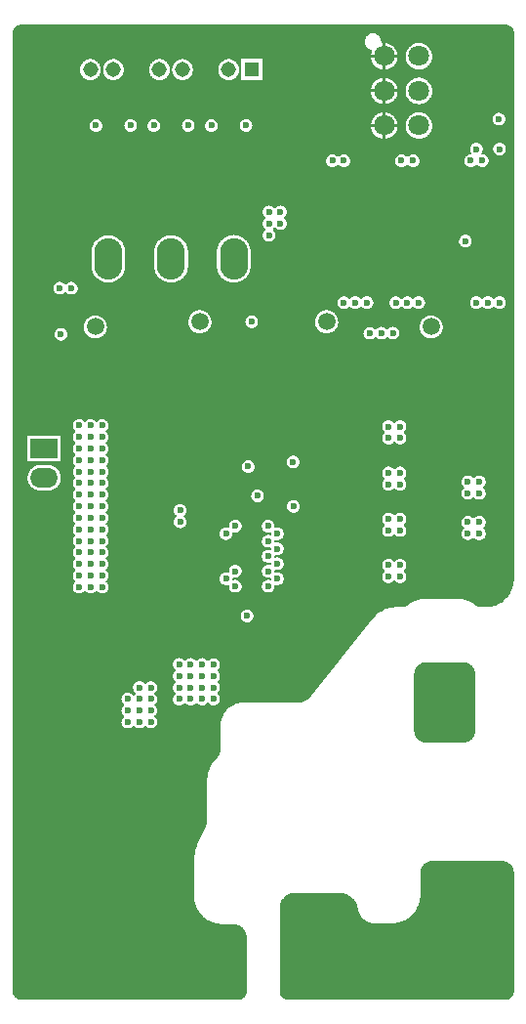
<source format=gbr>
%TF.GenerationSoftware,Altium Limited,Altium Designer,25.6.2 (33)*%
G04 Layer_Physical_Order=5*
G04 Layer_Color=16737945*
%FSLAX45Y45*%
%MOMM*%
%TF.SameCoordinates,4265A882-CCA4-4A53-A555-757F884491BB*%
%TF.FilePolarity,Positive*%
%TF.FileFunction,Copper,L5,Inr,Signal*%
%TF.Part,Single*%
G01*
G75*
%TA.AperFunction,ComponentPad*%
%ADD26O,2.44000X3.60000*%
%ADD27C,1.50000*%
%ADD28C,1.80000*%
%ADD29C,4.00000*%
%ADD30C,1.30800*%
%ADD31C,5.00000*%
%ADD32R,1.30800X1.30800*%
%ADD33O,2.40000X1.70000*%
%ADD34R,2.40000X1.70000*%
%TA.AperFunction,ViaPad*%
%ADD35C,0.60000*%
G36*
X2100000Y8475000D02*
X2100000Y8475000D01*
X2100005D01*
X2109223Y8474455D01*
X2111018Y8474278D01*
X2118245Y8472841D01*
X2125297Y8470702D01*
X2132105Y8467882D01*
X2138604Y8464408D01*
X2144732Y8460314D01*
X2150428Y8455639D01*
X2155639Y8450428D01*
X2157146Y8448591D01*
X2166031Y8435294D01*
X2171648Y8421734D01*
X2174511Y8407339D01*
X2174511Y8400001D01*
X2174511Y3659255D01*
X2174215Y3653978D01*
X2172644Y3640038D01*
X2170294Y3626207D01*
X2167172Y3612530D01*
X2163289Y3599050D01*
X2158655Y3585808D01*
X2153287Y3572847D01*
X2147200Y3560208D01*
X2140414Y3547929D01*
X2132950Y3536051D01*
X2124832Y3524610D01*
X2116085Y3513642D01*
X2106737Y3503181D01*
X2096818Y3493261D01*
X2086357Y3483914D01*
X2075389Y3475167D01*
X2063948Y3467049D01*
X2052070Y3459585D01*
X2039791Y3452799D01*
X2027152Y3446712D01*
X2014191Y3441344D01*
X2000949Y3436710D01*
X1987469Y3432827D01*
X1973792Y3429705D01*
X1959961Y3427355D01*
X1946021Y3425784D01*
X1932014Y3424998D01*
X1901508D01*
X1897337Y3424997D01*
X1889024Y3425692D01*
X1880798Y3427077D01*
X1872716Y3429141D01*
X1864834Y3431872D01*
X1857207Y3435249D01*
X1849887Y3439250D01*
X1842926Y3443847D01*
X1839649Y3446426D01*
X1834131Y3450648D01*
X1822754Y3458622D01*
X1810952Y3465952D01*
X1798762Y3472616D01*
X1786219Y3478592D01*
X1773365Y3483861D01*
X1760237Y3488409D01*
X1746877Y3492221D01*
X1733326Y3495284D01*
X1719625Y3497590D01*
X1705818Y3499131D01*
X1691947Y3499903D01*
X1685000Y3499999D01*
X1410000Y3499999D01*
X1410000Y3499999D01*
X1403053Y3499902D01*
X1389182Y3499131D01*
X1375375Y3497590D01*
X1361675Y3495284D01*
X1348124Y3492221D01*
X1334764Y3488410D01*
X1321636Y3483862D01*
X1308782Y3478592D01*
X1296240Y3472617D01*
X1284049Y3465953D01*
X1272247Y3458624D01*
X1260871Y3450649D01*
X1255353Y3446428D01*
X1252076Y3443848D01*
X1245115Y3439252D01*
X1237796Y3435251D01*
X1230168Y3431874D01*
X1222286Y3429144D01*
X1214204Y3427079D01*
X1205978Y3425694D01*
X1197665Y3425000D01*
X1149859D01*
X1149859Y3425000D01*
X1142842Y3424901D01*
X1128831Y3424114D01*
X1114887Y3422542D01*
X1101053Y3420189D01*
X1087372Y3417065D01*
X1073888Y3413177D01*
X1060644Y3408539D01*
X1047681Y3403166D01*
X1035040Y3397073D01*
X1022760Y3390281D01*
X1010881Y3382810D01*
X999440Y3374685D01*
X988473Y3365931D01*
X978014Y3356574D01*
X968097Y3346646D01*
X958752Y3336177D01*
X954304Y3330751D01*
X417333Y2656550D01*
X414709Y2653255D01*
X409100Y2646971D01*
X403147Y2641012D01*
X396870Y2635396D01*
X390287Y2630142D01*
X383419Y2625264D01*
X376289Y2620780D01*
X368918Y2616703D01*
X361331Y2613046D01*
X353550Y2609821D01*
X345600Y2607037D01*
X337507Y2604704D01*
X329295Y2602828D01*
X320991Y2601416D01*
X312621Y2600472D01*
X304211Y2600000D01*
X-170000D01*
Y2600000D01*
X-175609Y2599921D01*
X-186810Y2599292D01*
X-197958Y2598036D01*
X-209018Y2596157D01*
X-219955Y2593660D01*
X-230735Y2590555D01*
X-241324Y2586849D01*
X-251689Y2582556D01*
X-261796Y2577689D01*
X-271615Y2572262D01*
X-281114Y2566294D01*
X-290263Y2559802D01*
X-299034Y2552807D01*
X-307399Y2545332D01*
X-315332Y2537399D01*
X-322807Y2529034D01*
X-329802Y2520263D01*
X-336294Y2511114D01*
X-342262Y2501615D01*
X-347689Y2491796D01*
X-352557Y2481688D01*
X-356850Y2471324D01*
X-360555Y2460735D01*
X-363661Y2449955D01*
X-366157Y2439018D01*
X-368036Y2427958D01*
X-369292Y2416810D01*
X-369921Y2405609D01*
X-370000Y2400000D01*
X-370000Y2200000D01*
X-370001Y2200000D01*
Y2196087D01*
X-370532Y2188279D01*
X-371594Y2180526D01*
X-373180Y2172862D01*
X-375283Y2165325D01*
X-377894Y2157947D01*
X-381000Y2150764D01*
X-384587Y2143809D01*
X-388638Y2137114D01*
X-393136Y2130709D01*
X-398058Y2124625D01*
X-403382Y2118890D01*
X-406233Y2116210D01*
X-410823Y2111783D01*
X-419658Y2102585D01*
X-428012Y2092949D01*
X-435863Y2082900D01*
X-443192Y2072463D01*
X-449980Y2061666D01*
X-456207Y2050537D01*
X-461859Y2039105D01*
X-466921Y2027399D01*
X-471380Y2015451D01*
X-475223Y2003291D01*
X-478441Y1990950D01*
X-481025Y1978462D01*
X-482970Y1965858D01*
X-484269Y1953171D01*
X-484919Y1940435D01*
X-485000Y1934058D01*
Y1611157D01*
X-485001Y1611156D01*
X-485000Y1605474D01*
X-485517Y1594119D01*
X-486549Y1582801D01*
X-488094Y1571541D01*
X-490149Y1560362D01*
X-492710Y1549289D01*
X-495771Y1538343D01*
X-499327Y1527548D01*
X-503369Y1516926D01*
X-507891Y1506498D01*
X-512881Y1496286D01*
X-518330Y1486312D01*
X-521278Y1481454D01*
X-526008Y1473508D01*
X-535058Y1457380D01*
X-543553Y1440953D01*
X-551484Y1424246D01*
X-558840Y1407279D01*
X-565614Y1390071D01*
X-571797Y1372641D01*
X-577382Y1355012D01*
X-582364Y1337202D01*
X-586735Y1319232D01*
X-590492Y1301124D01*
X-593629Y1282898D01*
X-596143Y1264577D01*
X-598031Y1246180D01*
X-599291Y1227729D01*
X-599921Y1209246D01*
X-600000Y1200000D01*
Y930000D01*
X-599902Y922988D01*
X-599116Y908987D01*
X-597545Y895052D01*
X-595196Y881227D01*
X-592076Y867556D01*
X-588194Y854081D01*
X-583562Y840844D01*
X-578196Y827889D01*
X-572112Y815254D01*
X-565328Y802981D01*
X-557868Y791107D01*
X-549753Y779671D01*
X-541010Y768707D01*
X-531665Y758250D01*
X-521750Y748335D01*
X-511293Y738990D01*
X-500329Y730247D01*
X-488893Y722132D01*
X-477019Y714672D01*
X-464746Y707888D01*
X-452111Y701804D01*
X-439156Y696438D01*
X-425919Y691806D01*
X-412444Y687924D01*
X-398773Y684804D01*
X-384948Y682455D01*
X-371013Y680884D01*
X-357012Y680098D01*
X-350000Y680000D01*
X-257500D01*
Y680000D01*
X-252982D01*
X-243973Y679290D01*
X-235048Y677877D01*
X-226261Y675767D01*
X-217666Y672975D01*
X-209318Y669517D01*
X-201266Y665414D01*
X-193561Y660692D01*
X-186250Y655381D01*
X-179378Y649512D01*
X-172988Y643122D01*
X-167120Y636250D01*
X-161808Y628940D01*
X-157086Y621234D01*
X-152984Y613183D01*
X-149525Y604834D01*
X-146733Y596239D01*
X-144623Y587452D01*
X-143210Y578527D01*
X-142501Y569518D01*
X-142500Y99998D01*
X-142501D01*
Y96314D01*
X-143223Y88980D01*
X-144661Y81753D01*
X-146800Y74701D01*
X-149620Y67893D01*
X-153093Y61394D01*
X-157187Y55267D01*
X-161862Y49571D01*
X-167073Y44360D01*
X-172769Y39685D01*
X-178897Y35591D01*
X-185395Y32117D01*
X-192203Y29297D01*
X-199255Y27158D01*
X-206482Y25721D01*
X-208843Y25488D01*
X-2107339D01*
X-2121734Y28351D01*
X-2135294Y33968D01*
X-2147499Y42123D01*
X-2157876Y52501D01*
X-2166031Y64705D01*
X-2171648Y78266D01*
X-2174512Y92661D01*
Y100000D01*
Y8400000D01*
X-2174999Y8402452D01*
Y8403685D01*
X-2174277Y8411018D01*
X-2172839Y8418246D01*
X-2170700Y8425297D01*
X-2167880Y8432105D01*
X-2164407Y8438604D01*
X-2160313Y8444731D01*
X-2155638Y8450428D01*
X-2150427Y8455638D01*
X-2144731Y8460313D01*
X-2138604Y8464407D01*
X-2132105Y8467881D01*
X-2125297Y8470701D01*
X-2118245Y8472840D01*
X-2111018Y8474277D01*
X-2103684Y8475000D01*
X-2100000D01*
X2099999Y8475001D01*
X2100000Y8475000D01*
D02*
G37*
G36*
X1748912Y2949383D02*
X1756674Y2948154D01*
X1764314Y2946319D01*
X1771788Y2943891D01*
X1779048Y2940884D01*
X1786050Y2937317D01*
X1792750Y2933211D01*
X1799107Y2928592D01*
X1805082Y2923489D01*
X1810638Y2917932D01*
X1815742Y2911957D01*
X1820361Y2905600D01*
X1824467Y2898900D01*
X1828034Y2891898D01*
X1831041Y2884638D01*
X1833469Y2877165D01*
X1835304Y2869524D01*
X1836533Y2861763D01*
X1837150Y2853929D01*
Y2850000D01*
Y2353050D01*
Y2349121D01*
X1836533Y2341287D01*
X1835304Y2333526D01*
X1833469Y2325885D01*
X1831041Y2318412D01*
X1828034Y2311152D01*
X1824467Y2304150D01*
X1820361Y2297450D01*
X1815742Y2291093D01*
X1810638Y2285118D01*
X1805082Y2279561D01*
X1799107Y2274458D01*
X1792750Y2269839D01*
X1786050Y2265733D01*
X1779048Y2262166D01*
X1771788Y2259159D01*
X1764314Y2256730D01*
X1756674Y2254896D01*
X1748912Y2253667D01*
X1741079Y2253050D01*
X1406071D01*
X1398237Y2253667D01*
X1390476Y2254896D01*
X1382835Y2256730D01*
X1375361Y2259159D01*
X1368102Y2262166D01*
X1361100Y2265733D01*
X1354400Y2269839D01*
X1348043Y2274458D01*
X1342067Y2279561D01*
X1336511Y2285118D01*
X1331408Y2291093D01*
X1326789Y2297450D01*
X1322683Y2304150D01*
X1319115Y2311152D01*
X1316108Y2318412D01*
X1313680Y2325885D01*
X1311845Y2333526D01*
X1310616Y2341287D01*
X1310000Y2349121D01*
Y2353050D01*
Y2850000D01*
Y2853929D01*
X1310616Y2861763D01*
X1311845Y2869524D01*
X1313680Y2877165D01*
X1316108Y2884638D01*
X1319115Y2891898D01*
X1322683Y2898900D01*
X1326789Y2905600D01*
X1331408Y2911957D01*
X1336511Y2917932D01*
X1342067Y2923489D01*
X1348043Y2928592D01*
X1354400Y2933211D01*
X1361100Y2937317D01*
X1368102Y2940884D01*
X1375361Y2943891D01*
X1382835Y2946319D01*
X1390476Y2948154D01*
X1398237Y2949383D01*
X1406071Y2950000D01*
X1741079D01*
X1748912Y2949383D01*
D02*
G37*
G36*
X2086764Y1226333D02*
X2094525Y1225104D01*
X2102166Y1223270D01*
X2109640Y1220841D01*
X2116899Y1217834D01*
X2123901Y1214267D01*
X2130601Y1210161D01*
X2136958Y1205542D01*
X2142934Y1200439D01*
X2148490Y1194882D01*
X2153594Y1188907D01*
X2158212Y1182550D01*
X2162318Y1175850D01*
X2165886Y1168848D01*
X2168893Y1161588D01*
X2171321Y1154115D01*
X2173156Y1146474D01*
X2174385Y1138713D01*
X2175001Y1130879D01*
Y1126950D01*
Y100000D01*
Y96315D01*
X2174279Y88981D01*
X2172841Y81754D01*
X2170702Y74702D01*
X2167882Y67894D01*
X2164408Y61395D01*
X2160314Y55267D01*
X2155639Y49571D01*
X2150429Y44360D01*
X2144732Y39685D01*
X2138605Y35591D01*
X2132106Y32117D01*
X2125298Y29297D01*
X2118246Y27158D01*
X2111018Y25720D01*
X2103684Y24998D01*
X213816D01*
X206482Y25720D01*
X199255Y27158D01*
X192203Y29297D01*
X185395Y32117D01*
X178896Y35591D01*
X172769Y39685D01*
X167072Y44360D01*
X161862Y49570D01*
X157187Y55267D01*
X153093Y61394D01*
X149619Y67893D01*
X146799Y74701D01*
X144660Y81753D01*
X143222Y88980D01*
X142500Y96314D01*
Y99998D01*
Y822499D01*
Y827509D01*
X143286Y837497D01*
X144853Y847393D01*
X147192Y857135D01*
X150288Y866663D01*
X154122Y875920D01*
X158671Y884847D01*
X163906Y893389D01*
X169795Y901495D01*
X176302Y909113D01*
X183386Y916198D01*
X191005Y922705D01*
X199110Y928594D01*
X207653Y933828D01*
X216580Y938377D01*
X225836Y942211D01*
X235365Y945307D01*
X245107Y947646D01*
X255003Y949213D01*
X264991Y950000D01*
X674974D01*
X684898Y949341D01*
X694757Y948026D01*
X704507Y946061D01*
X714106Y943455D01*
X723511Y940218D01*
X732681Y936366D01*
X741576Y931915D01*
X750156Y926884D01*
X758385Y921296D01*
X766225Y915176D01*
X773642Y908549D01*
X780605Y901446D01*
X787081Y893897D01*
X793044Y885936D01*
X798466Y877597D01*
X803323Y868918D01*
X807595Y859936D01*
X811263Y850690D01*
X814310Y841222D01*
X815517Y836398D01*
X824483Y800552D01*
X824483Y800552D01*
X825769Y795750D01*
X828815Y786287D01*
X832481Y777047D01*
X836751Y768070D01*
X841606Y759395D01*
X847024Y751061D01*
X852984Y743104D01*
X859456Y735559D01*
X866415Y728460D01*
X873829Y721837D01*
X881664Y715720D01*
X889888Y710135D01*
X898464Y705107D01*
X907354Y700658D01*
X916519Y696808D01*
X925919Y693573D01*
X935512Y690969D01*
X945257Y689005D01*
X955111Y687691D01*
X965030Y687032D01*
X970000Y686950D01*
X1112849D01*
X1119861Y687048D01*
X1133862Y687835D01*
X1147797Y689405D01*
X1161622Y691754D01*
X1175293Y694874D01*
X1188769Y698756D01*
X1202005Y703388D01*
X1214960Y708754D01*
X1227595Y714839D01*
X1239868Y721622D01*
X1251742Y729083D01*
X1263179Y737197D01*
X1274142Y745941D01*
X1284599Y755285D01*
X1294514Y765201D01*
X1303859Y775657D01*
X1312602Y786621D01*
X1320717Y798057D01*
X1328177Y809931D01*
X1334961Y822205D01*
X1341045Y834839D01*
X1346412Y847795D01*
X1351043Y861031D01*
X1354925Y874506D01*
X1358046Y888177D01*
X1360395Y902003D01*
X1361965Y915937D01*
X1362751Y929938D01*
X1362849Y936950D01*
Y1126950D01*
Y1130879D01*
X1363466Y1138713D01*
X1364695Y1146474D01*
X1366530Y1154115D01*
X1368958Y1161588D01*
X1371965Y1168848D01*
X1375532Y1175850D01*
X1379638Y1182550D01*
X1384257Y1188907D01*
X1389360Y1194882D01*
X1394917Y1200439D01*
X1400892Y1205542D01*
X1407249Y1210161D01*
X1413949Y1214267D01*
X1420951Y1217834D01*
X1428211Y1220841D01*
X1435684Y1223270D01*
X1443325Y1225104D01*
X1451087Y1226333D01*
X1458920Y1226950D01*
X2078930D01*
X2086764Y1226333D01*
D02*
G37*
%LPC*%
G36*
X1062700Y8314757D02*
Y8212700D01*
X1164757D01*
X1164688Y8213574D01*
X1163270Y8222531D01*
X1161153Y8231348D01*
X1158351Y8239973D01*
X1154880Y8248351D01*
X1150764Y8256430D01*
X1146025Y8264162D01*
X1140695Y8271498D01*
X1134806Y8278394D01*
X1128394Y8284806D01*
X1121498Y8290695D01*
X1114162Y8296025D01*
X1106430Y8300763D01*
X1098351Y8304880D01*
X1089973Y8308351D01*
X1081348Y8311153D01*
X1072531Y8313270D01*
X1063574Y8314688D01*
X1062700Y8314757D01*
D02*
G37*
G36*
X955488Y8399000D02*
X948512D01*
X941569Y8398316D01*
X934728Y8396955D01*
X928052Y8394930D01*
X921607Y8392260D01*
X915455Y8388972D01*
X909654Y8385096D01*
X904262Y8380671D01*
X899329Y8375738D01*
X894903Y8370345D01*
X891028Y8364545D01*
X887739Y8358393D01*
X885070Y8351948D01*
X883045Y8345272D01*
X881684Y8338430D01*
X881000Y8331488D01*
Y8324512D01*
X881684Y8317569D01*
X883045Y8310728D01*
X885070Y8304052D01*
X887739Y8297607D01*
X891028Y8291455D01*
X894903Y8285654D01*
X899329Y8280262D01*
X904262Y8275329D01*
X909654Y8270903D01*
X915455Y8267028D01*
X921607Y8263739D01*
X928052Y8261070D01*
X934728Y8259045D01*
X938920Y8258211D01*
X943856Y8251300D01*
X944696Y8247327D01*
X941649Y8239973D01*
X938847Y8231348D01*
X936730Y8222531D01*
X935312Y8213574D01*
X935243Y8212700D01*
X1037300D01*
Y8314757D01*
X1036426Y8314688D01*
X1031793Y8313954D01*
X1029731Y8314741D01*
X1024109Y8319855D01*
X1022795Y8322432D01*
X1023000Y8324512D01*
Y8331488D01*
X1022316Y8338430D01*
X1020955Y8345272D01*
X1018930Y8351948D01*
X1016260Y8358393D01*
X1012972Y8364545D01*
X1009096Y8370345D01*
X1004671Y8375738D01*
X999738Y8380671D01*
X994345Y8385096D01*
X988545Y8388972D01*
X982393Y8392260D01*
X975948Y8394930D01*
X969272Y8396955D01*
X962430Y8398316D01*
X955488Y8399000D01*
D02*
G37*
G36*
X1037300Y8187300D02*
X935243D01*
X935312Y8186426D01*
X936730Y8177469D01*
X938847Y8168651D01*
X941649Y8160027D01*
X945120Y8151649D01*
X949236Y8143569D01*
X953974Y8135838D01*
X959304Y8128501D01*
X965194Y8121606D01*
X971606Y8115194D01*
X978501Y8109304D01*
X985838Y8103974D01*
X993570Y8099236D01*
X1001649Y8095119D01*
X1010027Y8091649D01*
X1018652Y8088847D01*
X1027469Y8086730D01*
X1036426Y8085311D01*
X1037300Y8085243D01*
Y8187300D01*
D02*
G37*
G36*
X1164757D02*
X1062700D01*
Y8085243D01*
X1063574Y8085311D01*
X1072531Y8086730D01*
X1081348Y8088847D01*
X1089973Y8091649D01*
X1098351Y8095119D01*
X1106430Y8099236D01*
X1114162Y8103974D01*
X1121498Y8109304D01*
X1128394Y8115194D01*
X1134806Y8121606D01*
X1140695Y8128501D01*
X1146025Y8135838D01*
X1150764Y8143569D01*
X1154880Y8151649D01*
X1158351Y8160027D01*
X1161153Y8168651D01*
X1163270Y8177469D01*
X1164688Y8186426D01*
X1164757Y8187300D01*
D02*
G37*
G36*
X1354518Y8315000D02*
X1345481D01*
X1336473Y8314290D01*
X1327547Y8312877D01*
X1318760Y8310767D01*
X1310166Y8307975D01*
X1301817Y8304517D01*
X1293765Y8300414D01*
X1286060Y8295692D01*
X1278749Y8290381D01*
X1271878Y8284512D01*
X1265488Y8278122D01*
X1259619Y8271250D01*
X1254307Y8263940D01*
X1249586Y8256234D01*
X1245483Y8248183D01*
X1242025Y8239834D01*
X1239232Y8231240D01*
X1237123Y8222452D01*
X1235709Y8213527D01*
X1235000Y8204518D01*
Y8195481D01*
X1235709Y8186473D01*
X1237123Y8177547D01*
X1239232Y8168760D01*
X1242025Y8160166D01*
X1245483Y8151817D01*
X1249586Y8143765D01*
X1254307Y8136060D01*
X1259619Y8128749D01*
X1265488Y8121878D01*
X1271878Y8115488D01*
X1278749Y8109619D01*
X1286060Y8104307D01*
X1293765Y8099586D01*
X1301817Y8095483D01*
X1310166Y8092025D01*
X1318760Y8089232D01*
X1327547Y8087123D01*
X1336473Y8085709D01*
X1345481Y8085000D01*
X1354518D01*
X1363527Y8085709D01*
X1372452Y8087123D01*
X1381240Y8089232D01*
X1389834Y8092025D01*
X1398183Y8095483D01*
X1406234Y8099586D01*
X1413940Y8104307D01*
X1421250Y8109619D01*
X1428122Y8115488D01*
X1434512Y8121878D01*
X1440381Y8128749D01*
X1445692Y8136060D01*
X1450414Y8143765D01*
X1454517Y8151817D01*
X1457975Y8160166D01*
X1460767Y8168760D01*
X1462877Y8177547D01*
X1464290Y8186473D01*
X1465000Y8195481D01*
Y8204518D01*
X1464290Y8213527D01*
X1462877Y8222452D01*
X1460767Y8231240D01*
X1457975Y8239834D01*
X1454517Y8248183D01*
X1450414Y8256234D01*
X1445692Y8263940D01*
X1440381Y8271250D01*
X1434512Y8278122D01*
X1428122Y8284512D01*
X1421250Y8290381D01*
X1413940Y8295692D01*
X1406234Y8300414D01*
X1398183Y8304517D01*
X1389834Y8307975D01*
X1381240Y8310767D01*
X1372452Y8312877D01*
X1363527Y8314290D01*
X1354518Y8315000D01*
D02*
G37*
G36*
X-9600Y8175400D02*
X-190400D01*
Y7994600D01*
X-9600D01*
Y8175400D01*
D02*
G37*
G36*
X-296053D02*
X-303947D01*
X-311811Y8174712D01*
X-319585Y8173341D01*
X-327210Y8171298D01*
X-334627Y8168598D01*
X-341782Y8165262D01*
X-348618Y8161315D01*
X-355084Y8156787D01*
X-361131Y8151713D01*
X-366713Y8146131D01*
X-371787Y8140084D01*
X-376315Y8133618D01*
X-380262Y8126782D01*
X-383598Y8119627D01*
X-386298Y8112210D01*
X-388341Y8104585D01*
X-389712Y8096811D01*
X-390400Y8088947D01*
Y8081053D01*
X-389712Y8073189D01*
X-388341Y8065415D01*
X-386298Y8057790D01*
X-383598Y8050372D01*
X-380262Y8043218D01*
X-376315Y8036382D01*
X-371787Y8029915D01*
X-366713Y8023868D01*
X-361131Y8018286D01*
X-355084Y8013213D01*
X-348618Y8008685D01*
X-341782Y8004738D01*
X-334627Y8001402D01*
X-327210Y7998702D01*
X-319585Y7996659D01*
X-311811Y7995288D01*
X-303947Y7994600D01*
X-296053D01*
X-288189Y7995288D01*
X-280415Y7996659D01*
X-272790Y7998702D01*
X-265372Y8001402D01*
X-258218Y8004738D01*
X-251382Y8008685D01*
X-244915Y8013213D01*
X-238868Y8018286D01*
X-233287Y8023868D01*
X-228213Y8029915D01*
X-223685Y8036382D01*
X-219738Y8043218D01*
X-216402Y8050372D01*
X-213702Y8057790D01*
X-211659Y8065415D01*
X-210288Y8073189D01*
X-209600Y8081053D01*
Y8088947D01*
X-210288Y8096811D01*
X-211659Y8104585D01*
X-213702Y8112210D01*
X-216402Y8119627D01*
X-219738Y8126782D01*
X-223685Y8133618D01*
X-228213Y8140084D01*
X-233287Y8146131D01*
X-238868Y8151713D01*
X-244915Y8156787D01*
X-251382Y8161315D01*
X-258218Y8165262D01*
X-265372Y8168598D01*
X-272790Y8171298D01*
X-280415Y8173341D01*
X-288189Y8174712D01*
X-296053Y8175400D01*
D02*
G37*
G36*
X-696053D02*
X-703947D01*
X-711811Y8174712D01*
X-719585Y8173341D01*
X-727210Y8171298D01*
X-734627Y8168598D01*
X-741782Y8165262D01*
X-748618Y8161315D01*
X-755084Y8156787D01*
X-761131Y8151713D01*
X-766713Y8146131D01*
X-771787Y8140084D01*
X-776315Y8133618D01*
X-780262Y8126782D01*
X-783598Y8119627D01*
X-786298Y8112210D01*
X-788341Y8104585D01*
X-789712Y8096811D01*
X-790400Y8088947D01*
Y8081053D01*
X-789712Y8073189D01*
X-788341Y8065415D01*
X-786298Y8057790D01*
X-783598Y8050372D01*
X-780262Y8043218D01*
X-776315Y8036382D01*
X-771787Y8029915D01*
X-766713Y8023868D01*
X-761131Y8018286D01*
X-755084Y8013213D01*
X-748618Y8008685D01*
X-741782Y8004738D01*
X-734627Y8001402D01*
X-727210Y7998702D01*
X-719585Y7996659D01*
X-711811Y7995288D01*
X-703947Y7994600D01*
X-696053D01*
X-688189Y7995288D01*
X-680415Y7996659D01*
X-672790Y7998702D01*
X-665372Y8001402D01*
X-658218Y8004738D01*
X-651382Y8008685D01*
X-644915Y8013213D01*
X-638868Y8018286D01*
X-633287Y8023868D01*
X-628213Y8029915D01*
X-623685Y8036382D01*
X-619738Y8043218D01*
X-616402Y8050372D01*
X-613702Y8057790D01*
X-611659Y8065415D01*
X-610288Y8073189D01*
X-609600Y8081053D01*
Y8088947D01*
X-610288Y8096811D01*
X-611659Y8104585D01*
X-613702Y8112210D01*
X-616402Y8119627D01*
X-619738Y8126782D01*
X-623685Y8133618D01*
X-628213Y8140084D01*
X-633287Y8146131D01*
X-638868Y8151713D01*
X-644915Y8156787D01*
X-651382Y8161315D01*
X-658218Y8165262D01*
X-665372Y8168598D01*
X-672790Y8171298D01*
X-680415Y8173341D01*
X-688189Y8174712D01*
X-696053Y8175400D01*
D02*
G37*
G36*
X-896053D02*
X-903947D01*
X-911811Y8174712D01*
X-919585Y8173341D01*
X-927210Y8171298D01*
X-934628Y8168598D01*
X-941782Y8165262D01*
X-948618Y8161315D01*
X-955084Y8156787D01*
X-961131Y8151713D01*
X-966713Y8146131D01*
X-971787Y8140084D01*
X-976315Y8133618D01*
X-980262Y8126782D01*
X-983598Y8119627D01*
X-986298Y8112210D01*
X-988341Y8104585D01*
X-989712Y8096811D01*
X-990400Y8088947D01*
Y8081053D01*
X-989712Y8073189D01*
X-988341Y8065415D01*
X-986298Y8057790D01*
X-983598Y8050372D01*
X-980262Y8043218D01*
X-976315Y8036382D01*
X-971787Y8029915D01*
X-966713Y8023868D01*
X-961131Y8018286D01*
X-955084Y8013213D01*
X-948618Y8008685D01*
X-941782Y8004738D01*
X-934628Y8001402D01*
X-927210Y7998702D01*
X-919585Y7996659D01*
X-911811Y7995288D01*
X-903947Y7994600D01*
X-896053D01*
X-888189Y7995288D01*
X-880415Y7996659D01*
X-872790Y7998702D01*
X-865372Y8001402D01*
X-858218Y8004738D01*
X-851382Y8008685D01*
X-844916Y8013213D01*
X-838869Y8018286D01*
X-833287Y8023868D01*
X-828213Y8029915D01*
X-823685Y8036382D01*
X-819738Y8043218D01*
X-816402Y8050372D01*
X-813702Y8057790D01*
X-811659Y8065415D01*
X-810288Y8073189D01*
X-809600Y8081053D01*
Y8088947D01*
X-810288Y8096811D01*
X-811659Y8104585D01*
X-813702Y8112210D01*
X-816402Y8119627D01*
X-819738Y8126782D01*
X-823685Y8133618D01*
X-828213Y8140084D01*
X-833287Y8146131D01*
X-838869Y8151713D01*
X-844916Y8156787D01*
X-851382Y8161315D01*
X-858218Y8165262D01*
X-865372Y8168598D01*
X-872790Y8171298D01*
X-880415Y8173341D01*
X-888189Y8174712D01*
X-896053Y8175400D01*
D02*
G37*
G36*
X-1296053D02*
X-1303947D01*
X-1311811Y8174712D01*
X-1319585Y8173341D01*
X-1327210Y8171298D01*
X-1334628Y8168598D01*
X-1341782Y8165262D01*
X-1348618Y8161315D01*
X-1355084Y8156787D01*
X-1361131Y8151713D01*
X-1366713Y8146131D01*
X-1371787Y8140084D01*
X-1376315Y8133618D01*
X-1380262Y8126782D01*
X-1383598Y8119627D01*
X-1386298Y8112210D01*
X-1388341Y8104585D01*
X-1389712Y8096811D01*
X-1390400Y8088947D01*
Y8081053D01*
X-1389712Y8073189D01*
X-1388341Y8065415D01*
X-1386298Y8057790D01*
X-1383598Y8050372D01*
X-1380262Y8043218D01*
X-1376315Y8036382D01*
X-1371787Y8029915D01*
X-1366713Y8023868D01*
X-1361131Y8018286D01*
X-1355084Y8013213D01*
X-1348618Y8008685D01*
X-1341782Y8004738D01*
X-1334628Y8001402D01*
X-1327210Y7998702D01*
X-1319585Y7996659D01*
X-1311811Y7995288D01*
X-1303947Y7994600D01*
X-1296053D01*
X-1288189Y7995288D01*
X-1280415Y7996659D01*
X-1272790Y7998702D01*
X-1265372Y8001402D01*
X-1258218Y8004738D01*
X-1251382Y8008685D01*
X-1244915Y8013213D01*
X-1238868Y8018286D01*
X-1233287Y8023868D01*
X-1228213Y8029915D01*
X-1223685Y8036382D01*
X-1219738Y8043218D01*
X-1216402Y8050372D01*
X-1213702Y8057790D01*
X-1211659Y8065415D01*
X-1210288Y8073189D01*
X-1209600Y8081053D01*
Y8088947D01*
X-1210288Y8096811D01*
X-1211659Y8104585D01*
X-1213702Y8112210D01*
X-1216402Y8119627D01*
X-1219738Y8126782D01*
X-1223685Y8133618D01*
X-1228213Y8140084D01*
X-1233287Y8146131D01*
X-1238868Y8151713D01*
X-1244915Y8156787D01*
X-1251382Y8161315D01*
X-1258218Y8165262D01*
X-1265372Y8168598D01*
X-1272790Y8171298D01*
X-1280415Y8173341D01*
X-1288189Y8174712D01*
X-1296053Y8175400D01*
D02*
G37*
G36*
X-1496053D02*
X-1503947D01*
X-1511811Y8174712D01*
X-1519585Y8173341D01*
X-1527210Y8171298D01*
X-1534628Y8168598D01*
X-1541782Y8165262D01*
X-1548618Y8161315D01*
X-1555085Y8156787D01*
X-1561131Y8151713D01*
X-1566713Y8146131D01*
X-1571787Y8140084D01*
X-1576315Y8133618D01*
X-1580262Y8126782D01*
X-1583598Y8119627D01*
X-1586298Y8112210D01*
X-1588341Y8104585D01*
X-1589712Y8096811D01*
X-1590400Y8088947D01*
Y8081053D01*
X-1589712Y8073189D01*
X-1588341Y8065415D01*
X-1586298Y8057790D01*
X-1583598Y8050372D01*
X-1580262Y8043218D01*
X-1576315Y8036382D01*
X-1571787Y8029915D01*
X-1566713Y8023868D01*
X-1561131Y8018286D01*
X-1555085Y8013213D01*
X-1548618Y8008685D01*
X-1541782Y8004738D01*
X-1534628Y8001402D01*
X-1527210Y7998702D01*
X-1519585Y7996659D01*
X-1511811Y7995288D01*
X-1503947Y7994600D01*
X-1496053D01*
X-1488189Y7995288D01*
X-1480415Y7996659D01*
X-1472790Y7998702D01*
X-1465372Y8001402D01*
X-1458218Y8004738D01*
X-1451382Y8008685D01*
X-1444916Y8013213D01*
X-1438869Y8018286D01*
X-1433287Y8023868D01*
X-1428213Y8029915D01*
X-1423685Y8036382D01*
X-1419738Y8043218D01*
X-1416402Y8050372D01*
X-1413702Y8057790D01*
X-1411659Y8065415D01*
X-1410288Y8073189D01*
X-1409600Y8081053D01*
Y8088947D01*
X-1410288Y8096811D01*
X-1411659Y8104585D01*
X-1413702Y8112210D01*
X-1416402Y8119627D01*
X-1419738Y8126782D01*
X-1423685Y8133618D01*
X-1428213Y8140084D01*
X-1433287Y8146131D01*
X-1438869Y8151713D01*
X-1444916Y8156787D01*
X-1451382Y8161315D01*
X-1458218Y8165262D01*
X-1465372Y8168598D01*
X-1472790Y8171298D01*
X-1480415Y8173341D01*
X-1488189Y8174712D01*
X-1496053Y8175400D01*
D02*
G37*
G36*
X1062700Y8014757D02*
Y7912700D01*
X1164757D01*
X1164688Y7913574D01*
X1163269Y7922531D01*
X1161153Y7931348D01*
X1158350Y7939973D01*
X1154880Y7948351D01*
X1150763Y7956430D01*
X1146025Y7964162D01*
X1140695Y7971498D01*
X1134806Y7978394D01*
X1128394Y7984806D01*
X1121498Y7990695D01*
X1114162Y7996025D01*
X1106430Y8000764D01*
X1098350Y8004880D01*
X1089972Y8008351D01*
X1081348Y8011153D01*
X1072530Y8013270D01*
X1063574Y8014688D01*
X1062700Y8014757D01*
D02*
G37*
G36*
X1037300D02*
X1036425Y8014688D01*
X1027469Y8013270D01*
X1018651Y8011153D01*
X1010027Y8008351D01*
X1001649Y8004880D01*
X993569Y8000764D01*
X985838Y7996025D01*
X978501Y7990695D01*
X971606Y7984806D01*
X965194Y7978394D01*
X959304Y7971498D01*
X953974Y7964162D01*
X949236Y7956430D01*
X945119Y7948351D01*
X941649Y7939973D01*
X938847Y7931348D01*
X936730Y7922531D01*
X935311Y7913574D01*
X935242Y7912700D01*
X1037300D01*
Y8014757D01*
D02*
G37*
G36*
X1164757Y7887300D02*
X1062700D01*
Y7785243D01*
X1063574Y7785312D01*
X1072530Y7786730D01*
X1081348Y7788847D01*
X1089972Y7791649D01*
X1098350Y7795120D01*
X1106430Y7799236D01*
X1114162Y7803974D01*
X1121498Y7809304D01*
X1128394Y7815194D01*
X1134806Y7821606D01*
X1140695Y7828501D01*
X1146025Y7835838D01*
X1150763Y7843570D01*
X1154880Y7851649D01*
X1158350Y7860027D01*
X1161153Y7868652D01*
X1163269Y7877469D01*
X1164688Y7886426D01*
X1164757Y7887300D01*
D02*
G37*
G36*
X1037300D02*
X935242D01*
X935311Y7886426D01*
X936730Y7877469D01*
X938847Y7868652D01*
X941649Y7860027D01*
X945119Y7851649D01*
X949236Y7843570D01*
X953974Y7835838D01*
X959304Y7828501D01*
X965194Y7821606D01*
X971606Y7815194D01*
X978501Y7809304D01*
X985838Y7803974D01*
X993569Y7799236D01*
X1001649Y7795120D01*
X1010027Y7791649D01*
X1018651Y7788847D01*
X1027469Y7786730D01*
X1036425Y7785312D01*
X1037300Y7785243D01*
Y7887300D01*
D02*
G37*
G36*
X1354518Y8015000D02*
X1345482D01*
X1336473Y8014291D01*
X1327548Y8012877D01*
X1318760Y8010767D01*
X1310166Y8007975D01*
X1301817Y8004517D01*
X1293766Y8000414D01*
X1286060Y7995692D01*
X1278750Y7990381D01*
X1271878Y7984512D01*
X1265488Y7978122D01*
X1259619Y7971251D01*
X1254308Y7963940D01*
X1249586Y7956235D01*
X1245483Y7948183D01*
X1242025Y7939834D01*
X1239233Y7931240D01*
X1237123Y7922453D01*
X1235709Y7913527D01*
X1235000Y7904518D01*
Y7895482D01*
X1235709Y7886473D01*
X1237123Y7877547D01*
X1239233Y7868760D01*
X1242025Y7860166D01*
X1245483Y7851817D01*
X1249586Y7843765D01*
X1254308Y7836060D01*
X1259619Y7828749D01*
X1265488Y7821878D01*
X1271878Y7815488D01*
X1278750Y7809619D01*
X1286060Y7804307D01*
X1293766Y7799586D01*
X1301817Y7795483D01*
X1310166Y7792025D01*
X1318760Y7789233D01*
X1327548Y7787123D01*
X1336473Y7785709D01*
X1345482Y7785000D01*
X1354518D01*
X1363527Y7785709D01*
X1372453Y7787123D01*
X1381240Y7789233D01*
X1389834Y7792025D01*
X1398183Y7795483D01*
X1406235Y7799586D01*
X1413940Y7804307D01*
X1421251Y7809619D01*
X1428122Y7815488D01*
X1434512Y7821878D01*
X1440381Y7828749D01*
X1445693Y7836060D01*
X1450414Y7843765D01*
X1454517Y7851817D01*
X1457975Y7860166D01*
X1460767Y7868760D01*
X1462877Y7877547D01*
X1464291Y7886473D01*
X1465000Y7895482D01*
Y7904518D01*
X1464291Y7913527D01*
X1462877Y7922453D01*
X1460767Y7931240D01*
X1457975Y7939834D01*
X1454517Y7948183D01*
X1450414Y7956235D01*
X1445693Y7963940D01*
X1440381Y7971251D01*
X1434512Y7978122D01*
X1428122Y7984512D01*
X1421251Y7990381D01*
X1413940Y7995692D01*
X1406235Y8000414D01*
X1398183Y8004517D01*
X1389834Y8007975D01*
X1381240Y8010767D01*
X1372453Y8012877D01*
X1363527Y8014291D01*
X1354518Y8015000D01*
D02*
G37*
G36*
X1062700Y7714757D02*
Y7612700D01*
X1164757D01*
X1164688Y7613574D01*
X1163270Y7622531D01*
X1161153Y7631348D01*
X1158351Y7639973D01*
X1154880Y7648351D01*
X1150764Y7656430D01*
X1146025Y7664162D01*
X1140695Y7671498D01*
X1134806Y7678394D01*
X1128394Y7684806D01*
X1121498Y7690696D01*
X1114162Y7696026D01*
X1106430Y7700764D01*
X1098351Y7704880D01*
X1089973Y7708351D01*
X1081348Y7711153D01*
X1072531Y7713270D01*
X1063574Y7714688D01*
X1062700Y7714757D01*
D02*
G37*
G36*
X1037300D02*
X1036426Y7714688D01*
X1027469Y7713270D01*
X1018652Y7711153D01*
X1010027Y7708351D01*
X1001649Y7704880D01*
X993570Y7700764D01*
X985838Y7696026D01*
X978501Y7690696D01*
X971606Y7684806D01*
X965194Y7678394D01*
X959304Y7671498D01*
X953974Y7664162D01*
X949236Y7656430D01*
X945120Y7648351D01*
X941649Y7639973D01*
X938847Y7631348D01*
X936730Y7622531D01*
X935312Y7613574D01*
X935243Y7612700D01*
X1037300D01*
Y7714757D01*
D02*
G37*
G36*
X2048089Y7710000D02*
X2041911D01*
X2035773Y7709308D01*
X2029750Y7707934D01*
X2023919Y7705893D01*
X2018354Y7703213D01*
X2013123Y7699926D01*
X2008293Y7696075D01*
X2003925Y7691707D01*
X2000073Y7686877D01*
X1996787Y7681646D01*
X1994107Y7676081D01*
X1992066Y7670250D01*
X1990692Y7664227D01*
X1990000Y7658089D01*
Y7651911D01*
X1990692Y7645773D01*
X1992066Y7639750D01*
X1994107Y7633919D01*
X1996787Y7628354D01*
X2000073Y7623123D01*
X2003925Y7618293D01*
X2008293Y7613925D01*
X2013123Y7610073D01*
X2018354Y7606787D01*
X2023919Y7604107D01*
X2029750Y7602066D01*
X2035773Y7600692D01*
X2041911Y7600000D01*
X2048089D01*
X2054227Y7600692D01*
X2060250Y7602066D01*
X2066081Y7604107D01*
X2071646Y7606787D01*
X2076877Y7610073D01*
X2081707Y7613925D01*
X2086075Y7618293D01*
X2089926Y7623123D01*
X2093213Y7628354D01*
X2095893Y7633919D01*
X2097934Y7639750D01*
X2099308Y7645773D01*
X2100000Y7651911D01*
Y7658089D01*
X2099308Y7664227D01*
X2097934Y7670250D01*
X2095893Y7676081D01*
X2093213Y7681646D01*
X2089926Y7686877D01*
X2086075Y7691707D01*
X2081707Y7696075D01*
X2076877Y7699926D01*
X2071646Y7703213D01*
X2066081Y7705893D01*
X2060250Y7707934D01*
X2054227Y7709308D01*
X2048089Y7710000D01*
D02*
G37*
G36*
X-146911Y7655000D02*
X-153088D01*
X-159227Y7654308D01*
X-165250Y7652934D01*
X-171080Y7650893D01*
X-176646Y7648213D01*
X-181877Y7644927D01*
X-186707Y7641075D01*
X-191075Y7636707D01*
X-194926Y7631877D01*
X-198213Y7626646D01*
X-200893Y7621081D01*
X-202933Y7615250D01*
X-204308Y7609227D01*
X-205000Y7603089D01*
Y7596911D01*
X-204308Y7590773D01*
X-202933Y7584750D01*
X-200893Y7578919D01*
X-198213Y7573354D01*
X-194926Y7568123D01*
X-191075Y7563293D01*
X-186707Y7558925D01*
X-181877Y7555074D01*
X-176646Y7551787D01*
X-171080Y7549107D01*
X-165250Y7547066D01*
X-159227Y7545692D01*
X-153088Y7545000D01*
X-146911D01*
X-140772Y7545692D01*
X-134750Y7547066D01*
X-128919Y7549107D01*
X-123353Y7551787D01*
X-118123Y7555074D01*
X-113293Y7558925D01*
X-108925Y7563293D01*
X-105073Y7568123D01*
X-101787Y7573354D01*
X-99106Y7578919D01*
X-97066Y7584750D01*
X-95691Y7590773D01*
X-95000Y7596911D01*
Y7603089D01*
X-95691Y7609227D01*
X-97066Y7615250D01*
X-99106Y7621081D01*
X-101787Y7626646D01*
X-105073Y7631877D01*
X-108925Y7636707D01*
X-113293Y7641075D01*
X-118123Y7644927D01*
X-123353Y7648213D01*
X-128919Y7650893D01*
X-134750Y7652934D01*
X-140772Y7654308D01*
X-146911Y7655000D01*
D02*
G37*
G36*
X-446911D02*
X-453089D01*
X-459227Y7654308D01*
X-465250Y7652934D01*
X-471081Y7650893D01*
X-476646Y7648213D01*
X-481877Y7644927D01*
X-486707Y7641075D01*
X-491075Y7636707D01*
X-494927Y7631877D01*
X-498213Y7626646D01*
X-500893Y7621081D01*
X-502934Y7615250D01*
X-504308Y7609227D01*
X-505000Y7603089D01*
Y7596911D01*
X-504308Y7590773D01*
X-502934Y7584750D01*
X-500893Y7578919D01*
X-498213Y7573354D01*
X-494927Y7568123D01*
X-491075Y7563293D01*
X-486707Y7558925D01*
X-481877Y7555074D01*
X-476646Y7551787D01*
X-471081Y7549107D01*
X-465250Y7547066D01*
X-459227Y7545692D01*
X-453089Y7545000D01*
X-446911D01*
X-440773Y7545692D01*
X-434750Y7547066D01*
X-428919Y7549107D01*
X-423354Y7551787D01*
X-418123Y7555074D01*
X-413293Y7558925D01*
X-408925Y7563293D01*
X-405074Y7568123D01*
X-401787Y7573354D01*
X-399107Y7578919D01*
X-397067Y7584750D01*
X-395692Y7590773D01*
X-395000Y7596911D01*
Y7603089D01*
X-395692Y7609227D01*
X-397067Y7615250D01*
X-399107Y7621081D01*
X-401787Y7626646D01*
X-405074Y7631877D01*
X-408925Y7636707D01*
X-413293Y7641075D01*
X-418123Y7644927D01*
X-423354Y7648213D01*
X-428919Y7650893D01*
X-434750Y7652934D01*
X-440773Y7654308D01*
X-446911Y7655000D01*
D02*
G37*
G36*
X-646911D02*
X-653088D01*
X-659227Y7654308D01*
X-665250Y7652934D01*
X-671080Y7650893D01*
X-676646Y7648213D01*
X-681877Y7644927D01*
X-686707Y7641075D01*
X-691075Y7636707D01*
X-694926Y7631877D01*
X-698213Y7626646D01*
X-700893Y7621081D01*
X-702933Y7615250D01*
X-704308Y7609227D01*
X-705000Y7603089D01*
Y7596911D01*
X-704308Y7590773D01*
X-702933Y7584750D01*
X-700893Y7578919D01*
X-698213Y7573354D01*
X-694926Y7568123D01*
X-691075Y7563293D01*
X-686707Y7558925D01*
X-681877Y7555074D01*
X-676646Y7551787D01*
X-671080Y7549107D01*
X-665250Y7547066D01*
X-659227Y7545692D01*
X-653088Y7545000D01*
X-646911D01*
X-640772Y7545692D01*
X-634750Y7547066D01*
X-628919Y7549107D01*
X-623353Y7551787D01*
X-618123Y7555074D01*
X-613293Y7558925D01*
X-608925Y7563293D01*
X-605073Y7568123D01*
X-601787Y7573354D01*
X-599106Y7578919D01*
X-597066Y7584750D01*
X-595691Y7590773D01*
X-595000Y7596911D01*
Y7603089D01*
X-595691Y7609227D01*
X-597066Y7615250D01*
X-599106Y7621081D01*
X-601787Y7626646D01*
X-605073Y7631877D01*
X-608925Y7636707D01*
X-613293Y7641075D01*
X-618123Y7644927D01*
X-623353Y7648213D01*
X-628919Y7650893D01*
X-634750Y7652934D01*
X-640772Y7654308D01*
X-646911Y7655000D01*
D02*
G37*
G36*
X-946911D02*
X-953089D01*
X-959227Y7654308D01*
X-965250Y7652934D01*
X-971081Y7650893D01*
X-976647Y7648213D01*
X-981877Y7644927D01*
X-986707Y7641075D01*
X-991075Y7636707D01*
X-994927Y7631877D01*
X-998213Y7626646D01*
X-1000893Y7621081D01*
X-1002934Y7615250D01*
X-1004308Y7609227D01*
X-1005000Y7603089D01*
Y7596911D01*
X-1004308Y7590773D01*
X-1002934Y7584750D01*
X-1000893Y7578919D01*
X-998213Y7573354D01*
X-994927Y7568123D01*
X-991075Y7563293D01*
X-986707Y7558925D01*
X-981877Y7555074D01*
X-976647Y7551787D01*
X-971081Y7549107D01*
X-965250Y7547066D01*
X-959227Y7545692D01*
X-953089Y7545000D01*
X-946911D01*
X-940773Y7545692D01*
X-934750Y7547066D01*
X-928919Y7549107D01*
X-923354Y7551787D01*
X-918123Y7555074D01*
X-913293Y7558925D01*
X-908925Y7563293D01*
X-905074Y7568123D01*
X-901787Y7573354D01*
X-899107Y7578919D01*
X-897067Y7584750D01*
X-895692Y7590773D01*
X-895000Y7596911D01*
Y7603089D01*
X-895692Y7609227D01*
X-897067Y7615250D01*
X-899107Y7621081D01*
X-901787Y7626646D01*
X-905074Y7631877D01*
X-908925Y7636707D01*
X-913293Y7641075D01*
X-918123Y7644927D01*
X-923354Y7648213D01*
X-928919Y7650893D01*
X-934750Y7652934D01*
X-940773Y7654308D01*
X-946911Y7655000D01*
D02*
G37*
G36*
X-1146911D02*
X-1153088D01*
X-1159227Y7654308D01*
X-1165250Y7652934D01*
X-1171080Y7650893D01*
X-1176646Y7648213D01*
X-1181877Y7644927D01*
X-1186707Y7641075D01*
X-1191075Y7636707D01*
X-1194926Y7631877D01*
X-1198213Y7626646D01*
X-1200893Y7621081D01*
X-1202933Y7615250D01*
X-1204308Y7609227D01*
X-1205000Y7603089D01*
Y7596911D01*
X-1204308Y7590773D01*
X-1202933Y7584750D01*
X-1200893Y7578919D01*
X-1198213Y7573354D01*
X-1194926Y7568123D01*
X-1191075Y7563293D01*
X-1186707Y7558925D01*
X-1181877Y7555074D01*
X-1176646Y7551787D01*
X-1171080Y7549107D01*
X-1165250Y7547066D01*
X-1159227Y7545692D01*
X-1153088Y7545000D01*
X-1146911D01*
X-1140772Y7545692D01*
X-1134750Y7547066D01*
X-1128919Y7549107D01*
X-1123353Y7551787D01*
X-1118123Y7555074D01*
X-1113293Y7558925D01*
X-1108925Y7563293D01*
X-1105073Y7568123D01*
X-1101787Y7573354D01*
X-1099107Y7578919D01*
X-1097066Y7584750D01*
X-1095691Y7590773D01*
X-1095000Y7596911D01*
Y7603089D01*
X-1095691Y7609227D01*
X-1097066Y7615250D01*
X-1099107Y7621081D01*
X-1101787Y7626646D01*
X-1105073Y7631877D01*
X-1108925Y7636707D01*
X-1113293Y7641075D01*
X-1118123Y7644927D01*
X-1123353Y7648213D01*
X-1128919Y7650893D01*
X-1134750Y7652934D01*
X-1140772Y7654308D01*
X-1146911Y7655000D01*
D02*
G37*
G36*
X-1446912D02*
X-1453089D01*
X-1459227Y7654308D01*
X-1465250Y7652934D01*
X-1471081Y7650893D01*
X-1476647Y7648213D01*
X-1481877Y7644927D01*
X-1486707Y7641075D01*
X-1491075Y7636707D01*
X-1494927Y7631877D01*
X-1498213Y7626646D01*
X-1500893Y7621081D01*
X-1502934Y7615250D01*
X-1504308Y7609227D01*
X-1505000Y7603089D01*
Y7596911D01*
X-1504308Y7590773D01*
X-1502934Y7584750D01*
X-1500893Y7578919D01*
X-1498213Y7573354D01*
X-1494927Y7568123D01*
X-1491075Y7563293D01*
X-1486707Y7558925D01*
X-1481877Y7555074D01*
X-1476647Y7551787D01*
X-1471081Y7549107D01*
X-1465250Y7547066D01*
X-1459227Y7545692D01*
X-1453089Y7545000D01*
X-1446912D01*
X-1440773Y7545692D01*
X-1434750Y7547066D01*
X-1428919Y7549107D01*
X-1423354Y7551787D01*
X-1418123Y7555074D01*
X-1413293Y7558925D01*
X-1408925Y7563293D01*
X-1405074Y7568123D01*
X-1401787Y7573354D01*
X-1399107Y7578919D01*
X-1397067Y7584750D01*
X-1395692Y7590773D01*
X-1395000Y7596911D01*
Y7603089D01*
X-1395692Y7609227D01*
X-1397067Y7615250D01*
X-1399107Y7621081D01*
X-1401787Y7626646D01*
X-1405074Y7631877D01*
X-1408925Y7636707D01*
X-1413293Y7641075D01*
X-1418123Y7644927D01*
X-1423354Y7648213D01*
X-1428919Y7650893D01*
X-1434750Y7652934D01*
X-1440773Y7654308D01*
X-1446912Y7655000D01*
D02*
G37*
G36*
X1037300Y7587300D02*
X935243D01*
X935312Y7586426D01*
X936730Y7577469D01*
X938847Y7568652D01*
X941649Y7560027D01*
X945120Y7551649D01*
X949236Y7543570D01*
X953974Y7535838D01*
X959304Y7528502D01*
X965194Y7521606D01*
X971606Y7515194D01*
X978501Y7509305D01*
X985838Y7503975D01*
X993570Y7499236D01*
X1001649Y7495120D01*
X1010027Y7491649D01*
X1018652Y7488847D01*
X1027469Y7486730D01*
X1036426Y7485312D01*
X1037300Y7485243D01*
Y7587300D01*
D02*
G37*
G36*
X1164757D02*
X1062700D01*
Y7485243D01*
X1063574Y7485312D01*
X1072531Y7486730D01*
X1081348Y7488847D01*
X1089973Y7491649D01*
X1098351Y7495120D01*
X1106430Y7499236D01*
X1114162Y7503975D01*
X1121498Y7509305D01*
X1128394Y7515194D01*
X1134806Y7521606D01*
X1140695Y7528502D01*
X1146025Y7535838D01*
X1150764Y7543570D01*
X1154880Y7551649D01*
X1158351Y7560027D01*
X1161153Y7568652D01*
X1163270Y7577469D01*
X1164688Y7586426D01*
X1164757Y7587300D01*
D02*
G37*
G36*
X1354518Y7715000D02*
X1345481D01*
X1336473Y7714291D01*
X1327547Y7712877D01*
X1318760Y7710767D01*
X1310166Y7707975D01*
X1301817Y7704517D01*
X1293765Y7700414D01*
X1286060Y7695693D01*
X1278749Y7690381D01*
X1271878Y7684512D01*
X1265488Y7678122D01*
X1259619Y7671251D01*
X1254307Y7663940D01*
X1249586Y7656235D01*
X1245483Y7648183D01*
X1242025Y7639834D01*
X1239232Y7631240D01*
X1237123Y7622453D01*
X1235709Y7613527D01*
X1235000Y7604518D01*
Y7595482D01*
X1235709Y7586473D01*
X1237123Y7577547D01*
X1239232Y7568760D01*
X1242025Y7560166D01*
X1245483Y7551817D01*
X1249586Y7543765D01*
X1254307Y7536060D01*
X1259619Y7528749D01*
X1265488Y7521878D01*
X1271878Y7515488D01*
X1278749Y7509619D01*
X1286060Y7504308D01*
X1293765Y7499586D01*
X1301817Y7495483D01*
X1310166Y7492025D01*
X1318760Y7489233D01*
X1327547Y7487123D01*
X1336473Y7485709D01*
X1345481Y7485000D01*
X1354518D01*
X1363527Y7485709D01*
X1372452Y7487123D01*
X1381240Y7489233D01*
X1389834Y7492025D01*
X1398183Y7495483D01*
X1406234Y7499586D01*
X1413940Y7504308D01*
X1421250Y7509619D01*
X1428122Y7515488D01*
X1434512Y7521878D01*
X1440381Y7528749D01*
X1445692Y7536060D01*
X1450414Y7543765D01*
X1454517Y7551817D01*
X1457975Y7560166D01*
X1460767Y7568760D01*
X1462877Y7577547D01*
X1464290Y7586473D01*
X1465000Y7595482D01*
Y7604518D01*
X1464290Y7613527D01*
X1462877Y7622453D01*
X1460767Y7631240D01*
X1457975Y7639834D01*
X1454517Y7648183D01*
X1450414Y7656235D01*
X1445692Y7663940D01*
X1440381Y7671251D01*
X1434512Y7678122D01*
X1428122Y7684512D01*
X1421250Y7690381D01*
X1413940Y7695693D01*
X1406234Y7700414D01*
X1398183Y7704517D01*
X1389834Y7707975D01*
X1381240Y7710767D01*
X1372452Y7712877D01*
X1363527Y7714291D01*
X1354518Y7715000D01*
D02*
G37*
G36*
X2053089Y7450000D02*
X2046911D01*
X2040773Y7449308D01*
X2034750Y7447934D01*
X2028919Y7445893D01*
X2023354Y7443213D01*
X2018123Y7439926D01*
X2013293Y7436075D01*
X2008925Y7431707D01*
X2005073Y7426877D01*
X2001787Y7421646D01*
X1999107Y7416081D01*
X1997066Y7410250D01*
X1995692Y7404227D01*
X1995000Y7398089D01*
Y7391911D01*
X1995692Y7385773D01*
X1997066Y7379750D01*
X1999107Y7373919D01*
X2001787Y7368354D01*
X2005073Y7363123D01*
X2008925Y7358293D01*
X2013293Y7353925D01*
X2018123Y7350073D01*
X2023354Y7346787D01*
X2028919Y7344107D01*
X2034750Y7342066D01*
X2040773Y7340692D01*
X2046911Y7340000D01*
X2053089D01*
X2059227Y7340692D01*
X2065250Y7342066D01*
X2071081Y7344107D01*
X2076646Y7346787D01*
X2081877Y7350073D01*
X2086707Y7353925D01*
X2091075Y7358293D01*
X2094926Y7363123D01*
X2098213Y7368354D01*
X2100893Y7373919D01*
X2102934Y7379750D01*
X2104308Y7385773D01*
X2105000Y7391911D01*
Y7398089D01*
X2104308Y7404227D01*
X2102934Y7410250D01*
X2100893Y7416081D01*
X2098213Y7421646D01*
X2094926Y7426877D01*
X2091075Y7431707D01*
X2086707Y7436075D01*
X2081877Y7439926D01*
X2076646Y7443213D01*
X2071081Y7445893D01*
X2065250Y7447934D01*
X2059227Y7449308D01*
X2053089Y7450000D01*
D02*
G37*
G36*
X1303089Y7350000D02*
X1296911D01*
X1290773Y7349308D01*
X1284750Y7347934D01*
X1278919Y7345893D01*
X1273354Y7343213D01*
X1268123Y7339927D01*
X1263293Y7336075D01*
X1258925Y7331707D01*
X1256004Y7328044D01*
X1250000Y7327064D01*
X1243996Y7328044D01*
X1241075Y7331707D01*
X1236707Y7336075D01*
X1231877Y7339926D01*
X1226646Y7343213D01*
X1221081Y7345893D01*
X1215250Y7347933D01*
X1209227Y7349308D01*
X1203089Y7350000D01*
X1196911D01*
X1190773Y7349308D01*
X1184750Y7347933D01*
X1178919Y7345893D01*
X1173354Y7343213D01*
X1168123Y7339926D01*
X1163293Y7336075D01*
X1158925Y7331707D01*
X1155073Y7326877D01*
X1151787Y7321646D01*
X1149107Y7316081D01*
X1147066Y7310250D01*
X1145692Y7304227D01*
X1145000Y7298089D01*
Y7291911D01*
X1145692Y7285773D01*
X1147066Y7279750D01*
X1149107Y7273919D01*
X1151787Y7268354D01*
X1155073Y7263123D01*
X1158925Y7258293D01*
X1163293Y7253925D01*
X1168123Y7250073D01*
X1173354Y7246787D01*
X1178919Y7244107D01*
X1184750Y7242066D01*
X1190773Y7240692D01*
X1196911Y7240000D01*
X1203089D01*
X1209227Y7240692D01*
X1215250Y7242066D01*
X1221081Y7244107D01*
X1226646Y7246787D01*
X1231877Y7250073D01*
X1236707Y7253925D01*
X1241075Y7258293D01*
X1243996Y7261957D01*
X1250000Y7262936D01*
X1256004Y7261957D01*
X1258925Y7258293D01*
X1263293Y7253925D01*
X1268123Y7250074D01*
X1273354Y7246787D01*
X1278919Y7244107D01*
X1284750Y7242067D01*
X1290773Y7240692D01*
X1296911Y7240000D01*
X1303089D01*
X1309227Y7240692D01*
X1315250Y7242067D01*
X1321081Y7244107D01*
X1326646Y7246787D01*
X1331877Y7250074D01*
X1336707Y7253925D01*
X1341075Y7258293D01*
X1344926Y7263123D01*
X1348213Y7268354D01*
X1350893Y7273919D01*
X1352934Y7279750D01*
X1354308Y7285773D01*
X1355000Y7291912D01*
Y7298089D01*
X1354308Y7304227D01*
X1352934Y7310250D01*
X1350893Y7316081D01*
X1348213Y7321647D01*
X1344926Y7326877D01*
X1341075Y7331707D01*
X1336707Y7336075D01*
X1331877Y7339927D01*
X1326646Y7343213D01*
X1321081Y7345893D01*
X1315250Y7347934D01*
X1309227Y7349308D01*
X1303089Y7350000D01*
D02*
G37*
G36*
X703089D02*
X696911D01*
X690773Y7349308D01*
X684750Y7347934D01*
X678919Y7345893D01*
X673354Y7343213D01*
X668123Y7339927D01*
X663293Y7336075D01*
X658925Y7331707D01*
X656004Y7328044D01*
X650000Y7327064D01*
X643996Y7328044D01*
X641075Y7331707D01*
X636707Y7336075D01*
X631877Y7339926D01*
X626646Y7343213D01*
X621081Y7345893D01*
X615250Y7347933D01*
X609227Y7349308D01*
X603089Y7350000D01*
X596911D01*
X590773Y7349308D01*
X584750Y7347933D01*
X578919Y7345893D01*
X573354Y7343213D01*
X568123Y7339926D01*
X563293Y7336075D01*
X558925Y7331707D01*
X555074Y7326877D01*
X551787Y7321646D01*
X549107Y7316081D01*
X547066Y7310250D01*
X545692Y7304227D01*
X545000Y7298089D01*
Y7291911D01*
X545692Y7285773D01*
X547066Y7279750D01*
X549107Y7273919D01*
X551787Y7268354D01*
X555074Y7263123D01*
X558925Y7258293D01*
X563293Y7253925D01*
X568123Y7250073D01*
X573354Y7246787D01*
X578919Y7244107D01*
X584750Y7242066D01*
X590773Y7240692D01*
X596911Y7240000D01*
X603089D01*
X609227Y7240692D01*
X615250Y7242066D01*
X621081Y7244107D01*
X626646Y7246787D01*
X631877Y7250073D01*
X636707Y7253925D01*
X641075Y7258293D01*
X643996Y7261957D01*
X650000Y7262936D01*
X656004Y7261957D01*
X658925Y7258293D01*
X663293Y7253925D01*
X668123Y7250074D01*
X673354Y7246787D01*
X678919Y7244107D01*
X684750Y7242067D01*
X690773Y7240692D01*
X696911Y7240000D01*
X703089D01*
X709227Y7240692D01*
X715250Y7242067D01*
X721081Y7244107D01*
X726647Y7246787D01*
X731877Y7250074D01*
X736707Y7253925D01*
X741075Y7258293D01*
X744927Y7263123D01*
X748213Y7268354D01*
X750893Y7273919D01*
X752934Y7279750D01*
X754308Y7285773D01*
X755000Y7291912D01*
Y7298089D01*
X754308Y7304227D01*
X752934Y7310250D01*
X750893Y7316081D01*
X748213Y7321647D01*
X744927Y7326877D01*
X741075Y7331707D01*
X736707Y7336075D01*
X731877Y7339927D01*
X726647Y7343213D01*
X721081Y7345893D01*
X715250Y7347934D01*
X709227Y7349308D01*
X703089Y7350000D01*
D02*
G37*
G36*
X1853089Y7450000D02*
X1846911D01*
X1840773Y7449308D01*
X1834750Y7447934D01*
X1828919Y7445893D01*
X1823354Y7443213D01*
X1818123Y7439926D01*
X1813293Y7436075D01*
X1808925Y7431707D01*
X1805074Y7426877D01*
X1801787Y7421646D01*
X1799107Y7416081D01*
X1797067Y7410250D01*
X1795692Y7404227D01*
X1795000Y7398089D01*
Y7391911D01*
X1795692Y7385773D01*
X1797067Y7379750D01*
X1799107Y7373919D01*
X1801787Y7368354D01*
X1805074Y7363123D01*
X1807951Y7359515D01*
X1806782Y7355248D01*
X1803117Y7350041D01*
X1803076Y7350000D01*
X1796911D01*
X1790773Y7349308D01*
X1784750Y7347933D01*
X1778919Y7345893D01*
X1773354Y7343213D01*
X1768123Y7339926D01*
X1763293Y7336075D01*
X1758925Y7331707D01*
X1755073Y7326877D01*
X1751787Y7321646D01*
X1749107Y7316081D01*
X1747066Y7310250D01*
X1745692Y7304227D01*
X1745000Y7298089D01*
Y7291911D01*
X1745692Y7285773D01*
X1747066Y7279750D01*
X1749107Y7273919D01*
X1751787Y7268354D01*
X1755073Y7263123D01*
X1758925Y7258293D01*
X1763293Y7253925D01*
X1768123Y7250073D01*
X1773354Y7246787D01*
X1778919Y7244107D01*
X1784750Y7242066D01*
X1790773Y7240692D01*
X1796911Y7240000D01*
X1803089D01*
X1809227Y7240692D01*
X1815250Y7242066D01*
X1821081Y7244107D01*
X1826646Y7246787D01*
X1831877Y7250073D01*
X1836707Y7253925D01*
X1841075Y7258293D01*
X1843996Y7261957D01*
X1850000Y7262936D01*
X1856004Y7261957D01*
X1858925Y7258293D01*
X1863293Y7253925D01*
X1868123Y7250074D01*
X1873354Y7246787D01*
X1878919Y7244107D01*
X1884750Y7242067D01*
X1890773Y7240692D01*
X1896911Y7240000D01*
X1903089D01*
X1909227Y7240692D01*
X1915250Y7242067D01*
X1921081Y7244107D01*
X1926646Y7246787D01*
X1931877Y7250074D01*
X1936707Y7253925D01*
X1941075Y7258293D01*
X1944927Y7263123D01*
X1948213Y7268354D01*
X1950893Y7273919D01*
X1952934Y7279750D01*
X1954308Y7285773D01*
X1955000Y7291912D01*
Y7298089D01*
X1954308Y7304227D01*
X1952934Y7310250D01*
X1950893Y7316081D01*
X1948213Y7321647D01*
X1944927Y7326877D01*
X1941075Y7331707D01*
X1936707Y7336075D01*
X1931877Y7339927D01*
X1926646Y7343213D01*
X1921081Y7345893D01*
X1915250Y7347934D01*
X1909227Y7349308D01*
X1903089Y7350000D01*
X1896924D01*
X1896881Y7350043D01*
X1893219Y7355247D01*
X1892050Y7359516D01*
X1894927Y7363123D01*
X1898213Y7368354D01*
X1900893Y7373919D01*
X1902934Y7379750D01*
X1904308Y7385773D01*
X1905000Y7391911D01*
Y7398089D01*
X1904308Y7404227D01*
X1902934Y7410250D01*
X1900893Y7416081D01*
X1898213Y7421646D01*
X1894927Y7426877D01*
X1891075Y7431707D01*
X1886707Y7436075D01*
X1881877Y7439926D01*
X1876646Y7443213D01*
X1871081Y7445893D01*
X1865250Y7447934D01*
X1859227Y7449308D01*
X1853089Y7450000D01*
D02*
G37*
G36*
X153089Y6905000D02*
X146911D01*
X140773Y6904308D01*
X134750Y6902934D01*
X128919Y6900893D01*
X123354Y6898213D01*
X118123Y6894927D01*
X113293Y6891075D01*
X108925Y6886707D01*
X106004Y6883044D01*
X100000Y6882064D01*
X93996Y6883044D01*
X91075Y6886707D01*
X86707Y6891075D01*
X81877Y6894927D01*
X76646Y6898213D01*
X71081Y6900893D01*
X65250Y6902934D01*
X59227Y6904308D01*
X53089Y6905000D01*
X46911D01*
X40773Y6904308D01*
X34750Y6902934D01*
X28919Y6900893D01*
X23354Y6898213D01*
X18123Y6894927D01*
X13293Y6891075D01*
X8925Y6886707D01*
X5073Y6881877D01*
X1787Y6876646D01*
X-893Y6871081D01*
X-2934Y6865250D01*
X-4308Y6859227D01*
X-5000Y6853089D01*
Y6846911D01*
X-4308Y6840773D01*
X-2934Y6834750D01*
X-893Y6828919D01*
X1787Y6823354D01*
X5073Y6818123D01*
X8925Y6813293D01*
X13293Y6808925D01*
X16956Y6806004D01*
X17936Y6800000D01*
X16956Y6793996D01*
X13293Y6791075D01*
X8925Y6786707D01*
X5073Y6781877D01*
X1787Y6776646D01*
X-893Y6771081D01*
X-2934Y6765250D01*
X-4308Y6759227D01*
X-5000Y6753089D01*
Y6746911D01*
X-4308Y6740773D01*
X-2934Y6734750D01*
X-893Y6728919D01*
X1787Y6723354D01*
X5073Y6718123D01*
X8925Y6713293D01*
X13293Y6708925D01*
X16956Y6706004D01*
X17936Y6700000D01*
X16956Y6693996D01*
X13293Y6691075D01*
X8925Y6686707D01*
X5073Y6681877D01*
X1787Y6676646D01*
X-893Y6671081D01*
X-2934Y6665250D01*
X-4308Y6659227D01*
X-5000Y6653089D01*
Y6646911D01*
X-4308Y6640773D01*
X-2934Y6634750D01*
X-893Y6628919D01*
X1787Y6623354D01*
X5073Y6618123D01*
X8925Y6613293D01*
X13293Y6608925D01*
X18123Y6605073D01*
X23354Y6601787D01*
X28919Y6599107D01*
X34750Y6597066D01*
X40773Y6595692D01*
X46911Y6595000D01*
X53089D01*
X59227Y6595692D01*
X65250Y6597066D01*
X71081Y6599107D01*
X76646Y6601787D01*
X81877Y6605073D01*
X86707Y6608925D01*
X91075Y6613293D01*
X94926Y6618123D01*
X98213Y6623354D01*
X100893Y6628919D01*
X102934Y6634750D01*
X104308Y6640773D01*
X105000Y6646911D01*
Y6653089D01*
X104308Y6659227D01*
X102934Y6665250D01*
X100893Y6671081D01*
X98213Y6676646D01*
X94926Y6681877D01*
X91075Y6686707D01*
X86707Y6691075D01*
X83044Y6693996D01*
X82064Y6700000D01*
X83044Y6706004D01*
X86707Y6708925D01*
X91075Y6713293D01*
X93996Y6716956D01*
X100000Y6717936D01*
X106004Y6716956D01*
X108925Y6713293D01*
X113293Y6708925D01*
X118123Y6705073D01*
X123354Y6701787D01*
X128919Y6699107D01*
X134750Y6697066D01*
X140773Y6695692D01*
X146911Y6695000D01*
X153089D01*
X159227Y6695692D01*
X165250Y6697066D01*
X171081Y6699107D01*
X176646Y6701787D01*
X181877Y6705073D01*
X186707Y6708925D01*
X191075Y6713293D01*
X194926Y6718123D01*
X198213Y6723354D01*
X200893Y6728919D01*
X202934Y6734750D01*
X204308Y6740773D01*
X205000Y6746911D01*
Y6753089D01*
X204308Y6759227D01*
X202934Y6765250D01*
X200893Y6771081D01*
X198213Y6776646D01*
X194926Y6781877D01*
X191075Y6786707D01*
X186707Y6791075D01*
X183044Y6793996D01*
X182064Y6800000D01*
X183044Y6806004D01*
X186707Y6808925D01*
X191075Y6813293D01*
X194926Y6818123D01*
X198213Y6823354D01*
X200893Y6828919D01*
X202934Y6834750D01*
X204308Y6840773D01*
X205000Y6846911D01*
Y6853089D01*
X204308Y6859227D01*
X202934Y6865250D01*
X200893Y6871081D01*
X198213Y6876646D01*
X194926Y6881877D01*
X191075Y6886707D01*
X186707Y6891075D01*
X181877Y6894927D01*
X176646Y6898213D01*
X171081Y6900893D01*
X165250Y6902934D01*
X159227Y6904308D01*
X153089Y6905000D01*
D02*
G37*
G36*
X1757089Y6653000D02*
X1750911D01*
X1744773Y6652308D01*
X1738750Y6650933D01*
X1732919Y6648893D01*
X1727354Y6646213D01*
X1722123Y6642926D01*
X1717293Y6639075D01*
X1712925Y6634707D01*
X1709074Y6629877D01*
X1705787Y6624646D01*
X1703107Y6619080D01*
X1701066Y6613250D01*
X1699692Y6607227D01*
X1699000Y6601088D01*
Y6594911D01*
X1699692Y6588772D01*
X1701066Y6582750D01*
X1703107Y6576919D01*
X1705787Y6571353D01*
X1709074Y6566123D01*
X1712925Y6561293D01*
X1717293Y6556925D01*
X1722123Y6553073D01*
X1727354Y6549787D01*
X1732919Y6547107D01*
X1738750Y6545066D01*
X1744773Y6543692D01*
X1750911Y6543000D01*
X1757089D01*
X1763227Y6543692D01*
X1769250Y6545066D01*
X1775081Y6547107D01*
X1780646Y6549787D01*
X1785877Y6553073D01*
X1790707Y6556925D01*
X1795075Y6561293D01*
X1798927Y6566123D01*
X1802213Y6571353D01*
X1804893Y6576919D01*
X1806934Y6582750D01*
X1808308Y6588772D01*
X1809000Y6594911D01*
Y6601088D01*
X1808308Y6607227D01*
X1806934Y6613250D01*
X1804893Y6619080D01*
X1802213Y6624646D01*
X1798927Y6629877D01*
X1795075Y6634707D01*
X1790707Y6639075D01*
X1785877Y6642926D01*
X1780646Y6646213D01*
X1775081Y6648893D01*
X1769250Y6650933D01*
X1763227Y6652308D01*
X1757089Y6653000D01*
D02*
G37*
G36*
X-256000Y6650594D02*
X-266493Y6650219D01*
X-276933Y6649097D01*
X-287267Y6647232D01*
X-297441Y6644635D01*
X-307404Y6641319D01*
X-317105Y6637301D01*
X-326494Y6632601D01*
X-335525Y6627243D01*
X-344150Y6621255D01*
X-352326Y6614666D01*
X-360011Y6607511D01*
X-367166Y6599826D01*
X-373754Y6591650D01*
X-379743Y6583025D01*
X-385101Y6573994D01*
X-389801Y6564605D01*
X-393819Y6554904D01*
X-397135Y6544941D01*
X-399732Y6534767D01*
X-401596Y6524434D01*
X-402719Y6513994D01*
X-403093Y6503500D01*
Y6387500D01*
X-402719Y6377007D01*
X-401596Y6366567D01*
X-399732Y6356233D01*
X-397135Y6346059D01*
X-393819Y6336096D01*
X-389801Y6326395D01*
X-385101Y6317006D01*
X-379743Y6307975D01*
X-373754Y6299350D01*
X-367166Y6291174D01*
X-360011Y6283489D01*
X-352326Y6276334D01*
X-344150Y6269746D01*
X-335525Y6263757D01*
X-326494Y6258399D01*
X-317105Y6253699D01*
X-307404Y6249681D01*
X-297441Y6246365D01*
X-287267Y6243768D01*
X-276933Y6241904D01*
X-266493Y6240782D01*
X-256000Y6240407D01*
X-245506Y6240782D01*
X-235066Y6241904D01*
X-224733Y6243768D01*
X-214559Y6246365D01*
X-204596Y6249681D01*
X-194895Y6253699D01*
X-185505Y6258399D01*
X-176475Y6263757D01*
X-167850Y6269746D01*
X-159674Y6276334D01*
X-151989Y6283489D01*
X-144834Y6291174D01*
X-138245Y6299350D01*
X-132257Y6307975D01*
X-126899Y6317006D01*
X-122199Y6326395D01*
X-118180Y6336096D01*
X-114864Y6346059D01*
X-112267Y6356233D01*
X-110403Y6366567D01*
X-109281Y6377007D01*
X-108906Y6387500D01*
Y6503500D01*
X-109281Y6513994D01*
X-110403Y6524434D01*
X-112267Y6534767D01*
X-114864Y6544941D01*
X-118180Y6554904D01*
X-122199Y6564605D01*
X-126899Y6573994D01*
X-132257Y6583025D01*
X-138245Y6591650D01*
X-144834Y6599826D01*
X-151989Y6607511D01*
X-159674Y6614666D01*
X-167850Y6621255D01*
X-176475Y6627243D01*
X-185505Y6632601D01*
X-194895Y6637301D01*
X-204596Y6641319D01*
X-214559Y6644635D01*
X-224733Y6647232D01*
X-235066Y6649097D01*
X-245506Y6650219D01*
X-256000Y6650594D01*
D02*
G37*
G36*
X-800000D02*
X-810493Y6650219D01*
X-820933Y6649097D01*
X-831267Y6647232D01*
X-841441Y6644635D01*
X-851404Y6641319D01*
X-861105Y6637301D01*
X-870494Y6632601D01*
X-879525Y6627243D01*
X-888150Y6621255D01*
X-896326Y6614666D01*
X-904011Y6607511D01*
X-911166Y6599826D01*
X-917754Y6591650D01*
X-923743Y6583025D01*
X-929101Y6573994D01*
X-933801Y6564605D01*
X-937819Y6554904D01*
X-941135Y6544941D01*
X-943732Y6534767D01*
X-945596Y6524434D01*
X-946718Y6513994D01*
X-947093Y6503500D01*
Y6387500D01*
X-946718Y6377007D01*
X-945596Y6366567D01*
X-943732Y6356233D01*
X-941135Y6346059D01*
X-937819Y6336096D01*
X-933801Y6326395D01*
X-929101Y6317006D01*
X-923743Y6307975D01*
X-917754Y6299350D01*
X-911166Y6291174D01*
X-904011Y6283489D01*
X-896326Y6276334D01*
X-888150Y6269746D01*
X-879525Y6263757D01*
X-870494Y6258399D01*
X-861105Y6253699D01*
X-851404Y6249681D01*
X-841441Y6246365D01*
X-831267Y6243768D01*
X-820933Y6241904D01*
X-810493Y6240782D01*
X-800000Y6240407D01*
X-789506Y6240782D01*
X-779066Y6241904D01*
X-768733Y6243768D01*
X-758559Y6246365D01*
X-748596Y6249681D01*
X-738895Y6253699D01*
X-729505Y6258399D01*
X-720475Y6263757D01*
X-711850Y6269746D01*
X-703674Y6276334D01*
X-695989Y6283489D01*
X-688834Y6291174D01*
X-682245Y6299350D01*
X-676257Y6307975D01*
X-670899Y6317006D01*
X-666199Y6326395D01*
X-662180Y6336096D01*
X-658864Y6346059D01*
X-656267Y6356233D01*
X-654403Y6366567D01*
X-653281Y6377007D01*
X-652906Y6387500D01*
Y6503500D01*
X-653281Y6513994D01*
X-654403Y6524434D01*
X-656267Y6534767D01*
X-658864Y6544941D01*
X-662180Y6554904D01*
X-666199Y6564605D01*
X-670899Y6573994D01*
X-676257Y6583025D01*
X-682245Y6591650D01*
X-688834Y6599826D01*
X-695989Y6607511D01*
X-703674Y6614666D01*
X-711850Y6621255D01*
X-720475Y6627243D01*
X-729505Y6632601D01*
X-738895Y6637301D01*
X-748596Y6641319D01*
X-758559Y6644635D01*
X-768733Y6647232D01*
X-779066Y6649097D01*
X-789506Y6650219D01*
X-800000Y6650594D01*
D02*
G37*
G36*
X-1344000D02*
X-1354493Y6650219D01*
X-1364933Y6649097D01*
X-1375266Y6647232D01*
X-1385441Y6644635D01*
X-1395404Y6641319D01*
X-1405105Y6637301D01*
X-1414494Y6632601D01*
X-1423524Y6627243D01*
X-1432150Y6621255D01*
X-1440326Y6614666D01*
X-1448011Y6607511D01*
X-1455165Y6599826D01*
X-1461754Y6591650D01*
X-1467743Y6583025D01*
X-1473101Y6573994D01*
X-1477801Y6564605D01*
X-1481819Y6554904D01*
X-1485135Y6544941D01*
X-1487732Y6534767D01*
X-1489596Y6524434D01*
X-1490718Y6513994D01*
X-1491093Y6503500D01*
Y6387500D01*
X-1490718Y6377007D01*
X-1489596Y6366567D01*
X-1487732Y6356233D01*
X-1485135Y6346059D01*
X-1481819Y6336096D01*
X-1477801Y6326395D01*
X-1473101Y6317006D01*
X-1467743Y6307975D01*
X-1461754Y6299350D01*
X-1455165Y6291174D01*
X-1448011Y6283489D01*
X-1440326Y6276334D01*
X-1432150Y6269746D01*
X-1423524Y6263757D01*
X-1414494Y6258399D01*
X-1405105Y6253699D01*
X-1395404Y6249681D01*
X-1385441Y6246365D01*
X-1375266Y6243768D01*
X-1364933Y6241904D01*
X-1354493Y6240782D01*
X-1344000Y6240407D01*
X-1333506Y6240782D01*
X-1323066Y6241904D01*
X-1312733Y6243768D01*
X-1302558Y6246365D01*
X-1292596Y6249681D01*
X-1282895Y6253699D01*
X-1273505Y6258399D01*
X-1264475Y6263757D01*
X-1255850Y6269746D01*
X-1247674Y6276334D01*
X-1239989Y6283489D01*
X-1232834Y6291174D01*
X-1226245Y6299350D01*
X-1220257Y6307975D01*
X-1214899Y6317006D01*
X-1210198Y6326395D01*
X-1206180Y6336096D01*
X-1202864Y6346059D01*
X-1200267Y6356233D01*
X-1198403Y6366567D01*
X-1197281Y6377007D01*
X-1196906Y6387500D01*
Y6503500D01*
X-1197281Y6513994D01*
X-1198403Y6524434D01*
X-1200267Y6534767D01*
X-1202864Y6544941D01*
X-1206180Y6554904D01*
X-1210198Y6564605D01*
X-1214899Y6573994D01*
X-1220257Y6583025D01*
X-1226245Y6591650D01*
X-1232834Y6599826D01*
X-1239989Y6607511D01*
X-1247674Y6614666D01*
X-1255850Y6621255D01*
X-1264475Y6627243D01*
X-1273505Y6632601D01*
X-1282895Y6637301D01*
X-1292596Y6641319D01*
X-1302558Y6644635D01*
X-1312733Y6647232D01*
X-1323066Y6649097D01*
X-1333506Y6650219D01*
X-1344000Y6650594D01*
D02*
G37*
G36*
X-1661911Y6245000D02*
X-1668089D01*
X-1674227Y6244308D01*
X-1680250Y6242934D01*
X-1686081Y6240893D01*
X-1691646Y6238213D01*
X-1696877Y6234927D01*
X-1701707Y6231075D01*
X-1706075Y6226707D01*
X-1708996Y6223044D01*
X-1715000Y6222064D01*
X-1721004Y6223044D01*
X-1723925Y6226707D01*
X-1728293Y6231075D01*
X-1733123Y6234927D01*
X-1738354Y6238213D01*
X-1743919Y6240893D01*
X-1749750Y6242934D01*
X-1755773Y6244308D01*
X-1761911Y6245000D01*
X-1768089D01*
X-1774227Y6244308D01*
X-1780250Y6242934D01*
X-1786081Y6240893D01*
X-1791646Y6238213D01*
X-1796877Y6234927D01*
X-1801707Y6231075D01*
X-1806075Y6226707D01*
X-1809927Y6221877D01*
X-1813213Y6216646D01*
X-1815893Y6211081D01*
X-1817934Y6205250D01*
X-1819308Y6199227D01*
X-1820000Y6193089D01*
Y6186911D01*
X-1819308Y6180773D01*
X-1817934Y6174750D01*
X-1815893Y6168919D01*
X-1813213Y6163354D01*
X-1809927Y6158123D01*
X-1806075Y6153293D01*
X-1801707Y6148925D01*
X-1796877Y6145074D01*
X-1791646Y6141787D01*
X-1786081Y6139107D01*
X-1780250Y6137066D01*
X-1774227Y6135692D01*
X-1768089Y6135000D01*
X-1761911D01*
X-1755773Y6135692D01*
X-1749750Y6137066D01*
X-1743919Y6139107D01*
X-1738354Y6141787D01*
X-1733123Y6145074D01*
X-1728293Y6148925D01*
X-1723925Y6153293D01*
X-1721004Y6156956D01*
X-1715000Y6157936D01*
X-1708996Y6156956D01*
X-1706075Y6153293D01*
X-1701707Y6148925D01*
X-1696877Y6145074D01*
X-1691646Y6141787D01*
X-1686081Y6139107D01*
X-1680250Y6137066D01*
X-1674227Y6135692D01*
X-1668089Y6135000D01*
X-1661911D01*
X-1655773Y6135692D01*
X-1649750Y6137066D01*
X-1643919Y6139107D01*
X-1638354Y6141787D01*
X-1633123Y6145074D01*
X-1628293Y6148925D01*
X-1623925Y6153293D01*
X-1620073Y6158123D01*
X-1616787Y6163354D01*
X-1614107Y6168919D01*
X-1612066Y6174750D01*
X-1610692Y6180773D01*
X-1610000Y6186911D01*
Y6193089D01*
X-1610692Y6199227D01*
X-1612066Y6205250D01*
X-1614107Y6211081D01*
X-1616787Y6216646D01*
X-1620073Y6221877D01*
X-1623925Y6226707D01*
X-1628293Y6231075D01*
X-1633123Y6234927D01*
X-1638354Y6238213D01*
X-1643919Y6240893D01*
X-1649750Y6242934D01*
X-1655773Y6244308D01*
X-1661911Y6245000D01*
D02*
G37*
G36*
X2053089Y6120000D02*
X2046911D01*
X2040773Y6119308D01*
X2034750Y6117933D01*
X2028919Y6115893D01*
X2023354Y6113213D01*
X2018123Y6109926D01*
X2013293Y6106075D01*
X2008925Y6101707D01*
X2006004Y6098043D01*
X2000000Y6097064D01*
X1993996Y6098043D01*
X1991075Y6101707D01*
X1986707Y6106075D01*
X1981877Y6109926D01*
X1976646Y6113213D01*
X1971081Y6115893D01*
X1965250Y6117933D01*
X1959227Y6119308D01*
X1953089Y6120000D01*
X1946911D01*
X1940773Y6119308D01*
X1934750Y6117933D01*
X1928919Y6115893D01*
X1923354Y6113213D01*
X1918123Y6109926D01*
X1913293Y6106075D01*
X1908925Y6101707D01*
X1906004Y6098043D01*
X1900000Y6097064D01*
X1893996Y6098043D01*
X1891075Y6101707D01*
X1886707Y6106075D01*
X1881877Y6109926D01*
X1876646Y6113213D01*
X1871081Y6115893D01*
X1865250Y6117933D01*
X1859227Y6119308D01*
X1853089Y6120000D01*
X1846911D01*
X1840773Y6119308D01*
X1834750Y6117933D01*
X1828919Y6115893D01*
X1823354Y6113213D01*
X1818123Y6109926D01*
X1813293Y6106075D01*
X1808925Y6101707D01*
X1805074Y6096877D01*
X1801787Y6091646D01*
X1799107Y6086081D01*
X1797067Y6080250D01*
X1795692Y6074227D01*
X1795000Y6068088D01*
Y6061911D01*
X1795692Y6055772D01*
X1797067Y6049750D01*
X1799107Y6043919D01*
X1801787Y6038353D01*
X1805074Y6033123D01*
X1808925Y6028293D01*
X1813293Y6023925D01*
X1818123Y6020073D01*
X1823354Y6016787D01*
X1828919Y6014107D01*
X1834750Y6012066D01*
X1840773Y6010692D01*
X1846911Y6010000D01*
X1853089D01*
X1859227Y6010692D01*
X1865250Y6012066D01*
X1871081Y6014107D01*
X1876646Y6016787D01*
X1881877Y6020073D01*
X1886707Y6023925D01*
X1891075Y6028293D01*
X1893996Y6031956D01*
X1900000Y6032935D01*
X1906004Y6031956D01*
X1908925Y6028293D01*
X1913293Y6023925D01*
X1918123Y6020073D01*
X1923354Y6016787D01*
X1928919Y6014107D01*
X1934750Y6012066D01*
X1940773Y6010692D01*
X1946911Y6010000D01*
X1953089D01*
X1959227Y6010692D01*
X1965250Y6012066D01*
X1971081Y6014107D01*
X1976646Y6016787D01*
X1981877Y6020073D01*
X1986707Y6023925D01*
X1991075Y6028293D01*
X1993996Y6031956D01*
X2000000Y6032936D01*
X2006004Y6031956D01*
X2008925Y6028293D01*
X2013293Y6023925D01*
X2018123Y6020073D01*
X2023354Y6016787D01*
X2028919Y6014107D01*
X2034750Y6012066D01*
X2040773Y6010692D01*
X2046911Y6010000D01*
X2053089D01*
X2059227Y6010692D01*
X2065250Y6012066D01*
X2071081Y6014107D01*
X2076646Y6016787D01*
X2081877Y6020073D01*
X2086707Y6023925D01*
X2091075Y6028293D01*
X2094926Y6033123D01*
X2098213Y6038353D01*
X2100893Y6043919D01*
X2102934Y6049750D01*
X2104308Y6055772D01*
X2105000Y6061911D01*
Y6068088D01*
X2104308Y6074227D01*
X2102934Y6080250D01*
X2100893Y6086081D01*
X2098213Y6091646D01*
X2094926Y6096877D01*
X2091075Y6101707D01*
X2086707Y6106075D01*
X2081877Y6109926D01*
X2076646Y6113213D01*
X2071081Y6115893D01*
X2065250Y6117933D01*
X2059227Y6119308D01*
X2053089Y6120000D01*
D02*
G37*
G36*
X1353089D02*
X1346911D01*
X1340773Y6119308D01*
X1334750Y6117933D01*
X1328919Y6115893D01*
X1323354Y6113213D01*
X1318123Y6109926D01*
X1313293Y6106075D01*
X1308925Y6101707D01*
X1306004Y6098043D01*
X1300000Y6097064D01*
X1293996Y6098043D01*
X1291075Y6101707D01*
X1286707Y6106075D01*
X1281877Y6109926D01*
X1276646Y6113213D01*
X1271081Y6115893D01*
X1265250Y6117933D01*
X1259227Y6119308D01*
X1253089Y6120000D01*
X1246911D01*
X1240773Y6119308D01*
X1234750Y6117933D01*
X1228919Y6115893D01*
X1223354Y6113213D01*
X1218123Y6109926D01*
X1213293Y6106075D01*
X1208925Y6101707D01*
X1206004Y6098043D01*
X1200000Y6097064D01*
X1193996Y6098043D01*
X1191075Y6101707D01*
X1186707Y6106075D01*
X1181877Y6109926D01*
X1176646Y6113213D01*
X1171081Y6115893D01*
X1165250Y6117933D01*
X1159227Y6119308D01*
X1153089Y6120000D01*
X1146911D01*
X1140773Y6119308D01*
X1134750Y6117933D01*
X1128919Y6115893D01*
X1123354Y6113213D01*
X1118123Y6109926D01*
X1113293Y6106075D01*
X1108925Y6101707D01*
X1105073Y6096877D01*
X1101787Y6091646D01*
X1099107Y6086081D01*
X1097066Y6080250D01*
X1095692Y6074227D01*
X1095000Y6068088D01*
Y6061911D01*
X1095692Y6055772D01*
X1097066Y6049750D01*
X1099107Y6043919D01*
X1101787Y6038353D01*
X1105073Y6033123D01*
X1108925Y6028293D01*
X1113293Y6023925D01*
X1118123Y6020073D01*
X1123354Y6016787D01*
X1128919Y6014107D01*
X1134750Y6012066D01*
X1140773Y6010692D01*
X1146911Y6010000D01*
X1153089D01*
X1159227Y6010692D01*
X1165250Y6012066D01*
X1171081Y6014107D01*
X1176646Y6016787D01*
X1181877Y6020073D01*
X1186707Y6023925D01*
X1191075Y6028293D01*
X1193996Y6031956D01*
X1200000Y6032936D01*
X1206004Y6031956D01*
X1208925Y6028293D01*
X1213293Y6023925D01*
X1218123Y6020073D01*
X1223354Y6016787D01*
X1228919Y6014107D01*
X1234750Y6012066D01*
X1240773Y6010692D01*
X1246911Y6010000D01*
X1253089D01*
X1259227Y6010692D01*
X1265250Y6012066D01*
X1271081Y6014107D01*
X1276646Y6016787D01*
X1281877Y6020073D01*
X1286707Y6023925D01*
X1291075Y6028293D01*
X1293996Y6031956D01*
X1300000Y6032936D01*
X1306004Y6031956D01*
X1308925Y6028293D01*
X1313293Y6023925D01*
X1318123Y6020073D01*
X1323354Y6016787D01*
X1328919Y6014107D01*
X1334750Y6012066D01*
X1340773Y6010692D01*
X1346911Y6010000D01*
X1353089D01*
X1359227Y6010692D01*
X1365250Y6012066D01*
X1371081Y6014107D01*
X1376646Y6016787D01*
X1381877Y6020073D01*
X1386707Y6023925D01*
X1391075Y6028293D01*
X1394927Y6033123D01*
X1398213Y6038353D01*
X1400893Y6043919D01*
X1402934Y6049750D01*
X1404308Y6055772D01*
X1405000Y6061911D01*
Y6068088D01*
X1404308Y6074227D01*
X1402934Y6080250D01*
X1400893Y6086081D01*
X1398213Y6091646D01*
X1394927Y6096877D01*
X1391075Y6101707D01*
X1386707Y6106075D01*
X1381877Y6109926D01*
X1376646Y6113213D01*
X1371081Y6115893D01*
X1365250Y6117933D01*
X1359227Y6119308D01*
X1353089Y6120000D01*
D02*
G37*
G36*
X903089D02*
X896912D01*
X890773Y6119308D01*
X884750Y6117933D01*
X878920Y6115893D01*
X873354Y6113213D01*
X868123Y6109926D01*
X863293Y6106075D01*
X858925Y6101707D01*
X856004Y6098043D01*
X850000Y6097064D01*
X843997Y6098043D01*
X841075Y6101707D01*
X836707Y6106075D01*
X831877Y6109926D01*
X826647Y6113213D01*
X821081Y6115893D01*
X815250Y6117933D01*
X809227Y6119308D01*
X803089Y6120000D01*
X796912D01*
X790773Y6119308D01*
X784750Y6117933D01*
X778919Y6115893D01*
X773354Y6113213D01*
X768123Y6109926D01*
X763293Y6106075D01*
X758925Y6101707D01*
X756004Y6098043D01*
X750000Y6097064D01*
X743996Y6098043D01*
X741075Y6101707D01*
X736707Y6106075D01*
X731877Y6109926D01*
X726647Y6113213D01*
X721081Y6115893D01*
X715250Y6117933D01*
X709227Y6119308D01*
X703089Y6120000D01*
X696911D01*
X690773Y6119308D01*
X684750Y6117933D01*
X678919Y6115893D01*
X673354Y6113213D01*
X668123Y6109926D01*
X663293Y6106075D01*
X658925Y6101707D01*
X655074Y6096877D01*
X651787Y6091646D01*
X649107Y6086081D01*
X647067Y6080250D01*
X645692Y6074227D01*
X645000Y6068088D01*
Y6061911D01*
X645692Y6055772D01*
X647067Y6049750D01*
X649107Y6043919D01*
X651787Y6038353D01*
X655074Y6033123D01*
X658925Y6028293D01*
X663293Y6023925D01*
X668123Y6020073D01*
X673354Y6016787D01*
X678919Y6014107D01*
X684750Y6012066D01*
X690773Y6010692D01*
X696911Y6010000D01*
X703089D01*
X709227Y6010692D01*
X715250Y6012066D01*
X721081Y6014107D01*
X726647Y6016787D01*
X731877Y6020073D01*
X736707Y6023925D01*
X741075Y6028293D01*
X743996Y6031956D01*
X750000Y6032936D01*
X756004Y6031956D01*
X758925Y6028293D01*
X763293Y6023925D01*
X768123Y6020073D01*
X773354Y6016787D01*
X778919Y6014107D01*
X784750Y6012066D01*
X790773Y6010692D01*
X796912Y6010000D01*
X803089D01*
X809227Y6010692D01*
X815250Y6012066D01*
X821081Y6014107D01*
X826647Y6016787D01*
X831877Y6020073D01*
X836707Y6023925D01*
X841075Y6028293D01*
X843997Y6031956D01*
X850000Y6032936D01*
X856004Y6031956D01*
X858925Y6028293D01*
X863293Y6023925D01*
X868123Y6020073D01*
X873354Y6016787D01*
X878920Y6014107D01*
X884750Y6012066D01*
X890773Y6010692D01*
X896912Y6010000D01*
X903089D01*
X909228Y6010692D01*
X915250Y6012066D01*
X921081Y6014107D01*
X926647Y6016787D01*
X931877Y6020073D01*
X936707Y6023925D01*
X941075Y6028293D01*
X944927Y6033123D01*
X948213Y6038353D01*
X950893Y6043919D01*
X952934Y6049750D01*
X954308Y6055772D01*
X955000Y6061911D01*
Y6068088D01*
X954308Y6074227D01*
X952934Y6080250D01*
X950893Y6086081D01*
X948213Y6091646D01*
X944927Y6096877D01*
X941075Y6101707D01*
X936707Y6106075D01*
X931877Y6109926D01*
X926647Y6113213D01*
X921081Y6115893D01*
X915250Y6117933D01*
X909228Y6119308D01*
X903089Y6120000D01*
D02*
G37*
G36*
X-96911Y5955000D02*
X-103089D01*
X-109227Y5954308D01*
X-115250Y5952933D01*
X-121081Y5950893D01*
X-126646Y5948213D01*
X-131877Y5944926D01*
X-136707Y5941075D01*
X-141075Y5936707D01*
X-144927Y5931877D01*
X-148213Y5926646D01*
X-150893Y5921081D01*
X-152934Y5915250D01*
X-154308Y5909227D01*
X-155000Y5903089D01*
Y5896911D01*
X-154308Y5890773D01*
X-152934Y5884750D01*
X-150893Y5878919D01*
X-148213Y5873354D01*
X-144927Y5868123D01*
X-141075Y5863293D01*
X-136707Y5858925D01*
X-131877Y5855073D01*
X-126646Y5851787D01*
X-121081Y5849107D01*
X-115250Y5847066D01*
X-109227Y5845692D01*
X-103089Y5845000D01*
X-96911D01*
X-90773Y5845692D01*
X-84750Y5847066D01*
X-78919Y5849107D01*
X-73354Y5851787D01*
X-68123Y5855073D01*
X-63293Y5858925D01*
X-58925Y5863293D01*
X-55074Y5868123D01*
X-51787Y5873354D01*
X-49107Y5878919D01*
X-47066Y5884750D01*
X-45692Y5890773D01*
X-45000Y5896911D01*
Y5903089D01*
X-45692Y5909227D01*
X-47066Y5915250D01*
X-49107Y5921081D01*
X-51787Y5926646D01*
X-55074Y5931877D01*
X-58925Y5936707D01*
X-63293Y5941075D01*
X-68123Y5944926D01*
X-73354Y5948213D01*
X-78919Y5950893D01*
X-84750Y5952933D01*
X-90773Y5954308D01*
X-96911Y5955000D01*
D02*
G37*
G36*
X1128089Y5855000D02*
X1121912D01*
X1115773Y5854308D01*
X1109750Y5852934D01*
X1103920Y5850893D01*
X1098354Y5848213D01*
X1093123Y5844927D01*
X1088293Y5841075D01*
X1083925Y5836707D01*
X1081004Y5833044D01*
X1075000Y5832064D01*
X1068997Y5833044D01*
X1066075Y5836707D01*
X1061707Y5841075D01*
X1056877Y5844927D01*
X1051647Y5848213D01*
X1046081Y5850893D01*
X1040250Y5852934D01*
X1034228Y5854308D01*
X1028089Y5855000D01*
X1021912D01*
X1015773Y5854308D01*
X1009750Y5852934D01*
X1003920Y5850893D01*
X998354Y5848213D01*
X993123Y5844927D01*
X988293Y5841075D01*
X983925Y5836707D01*
X981004Y5833044D01*
X975000Y5832065D01*
X968997Y5833044D01*
X966075Y5836707D01*
X961707Y5841075D01*
X956877Y5844927D01*
X951647Y5848213D01*
X946081Y5850893D01*
X940250Y5852934D01*
X934228Y5854308D01*
X928089Y5855000D01*
X921912D01*
X915773Y5854308D01*
X909751Y5852934D01*
X903920Y5850893D01*
X898354Y5848213D01*
X893123Y5844927D01*
X888294Y5841075D01*
X883926Y5836707D01*
X880074Y5831877D01*
X876787Y5826646D01*
X874107Y5821081D01*
X872067Y5815250D01*
X870692Y5809227D01*
X870001Y5803089D01*
Y5796911D01*
X870692Y5790773D01*
X872067Y5784750D01*
X874107Y5778919D01*
X876787Y5773354D01*
X880074Y5768123D01*
X883926Y5763293D01*
X888294Y5758925D01*
X893123Y5755074D01*
X898354Y5751787D01*
X903920Y5749107D01*
X909751Y5747066D01*
X915773Y5745692D01*
X921912Y5745000D01*
X928089D01*
X934228Y5745692D01*
X940250Y5747066D01*
X946081Y5749107D01*
X951647Y5751787D01*
X956877Y5755074D01*
X961707Y5758925D01*
X966075Y5763293D01*
X968997Y5766956D01*
X975000Y5767936D01*
X981004Y5766956D01*
X983925Y5763293D01*
X988293Y5758925D01*
X993123Y5755074D01*
X998354Y5751787D01*
X1003920Y5749107D01*
X1009750Y5747066D01*
X1015773Y5745692D01*
X1021912Y5745000D01*
X1028089D01*
X1034228Y5745692D01*
X1040250Y5747066D01*
X1046081Y5749107D01*
X1051647Y5751787D01*
X1056877Y5755074D01*
X1061707Y5758925D01*
X1066075Y5763293D01*
X1068997Y5766956D01*
X1075000Y5767936D01*
X1081004Y5766956D01*
X1083925Y5763293D01*
X1088293Y5758925D01*
X1093123Y5755074D01*
X1098354Y5751787D01*
X1103920Y5749107D01*
X1109750Y5747066D01*
X1115773Y5745692D01*
X1121912Y5745000D01*
X1128089D01*
X1134228Y5745692D01*
X1140250Y5747066D01*
X1146081Y5749107D01*
X1151647Y5751787D01*
X1156877Y5755074D01*
X1161707Y5758925D01*
X1166075Y5763293D01*
X1169927Y5768123D01*
X1173213Y5773354D01*
X1175894Y5778919D01*
X1177934Y5784750D01*
X1179309Y5790773D01*
X1180000Y5796911D01*
Y5803089D01*
X1179309Y5809227D01*
X1177934Y5815250D01*
X1175894Y5821081D01*
X1173213Y5826646D01*
X1169927Y5831877D01*
X1166075Y5836707D01*
X1161707Y5841075D01*
X1156877Y5844927D01*
X1151647Y5848213D01*
X1146081Y5850893D01*
X1140250Y5852934D01*
X1134228Y5854308D01*
X1128089Y5855000D01*
D02*
G37*
G36*
X554366Y6000000D02*
X545634D01*
X536935Y5999239D01*
X528336Y5997722D01*
X519901Y5995462D01*
X511695Y5992476D01*
X503781Y5988785D01*
X496219Y5984419D01*
X489066Y5979411D01*
X482377Y5973798D01*
X476202Y5967623D01*
X470589Y5960934D01*
X465581Y5953781D01*
X461215Y5946219D01*
X457524Y5938305D01*
X454538Y5930099D01*
X452278Y5921664D01*
X450761Y5913065D01*
X450000Y5904366D01*
Y5895634D01*
X450761Y5886935D01*
X452278Y5878335D01*
X454538Y5869901D01*
X457524Y5861695D01*
X461215Y5853781D01*
X465581Y5846219D01*
X470589Y5839066D01*
X476202Y5832377D01*
X482377Y5826202D01*
X489066Y5820589D01*
X496219Y5815581D01*
X503781Y5811214D01*
X511695Y5807524D01*
X519901Y5804538D01*
X528336Y5802277D01*
X536935Y5800761D01*
X545634Y5800000D01*
X554366D01*
X563065Y5800761D01*
X571665Y5802277D01*
X580099Y5804538D01*
X588305Y5807524D01*
X596219Y5811214D01*
X603781Y5815581D01*
X610934Y5820589D01*
X617623Y5826202D01*
X623798Y5832377D01*
X629411Y5839066D01*
X634419Y5846219D01*
X638786Y5853781D01*
X642476Y5861695D01*
X645463Y5869901D01*
X647723Y5878335D01*
X649239Y5886935D01*
X650000Y5895634D01*
Y5904366D01*
X649239Y5913065D01*
X647723Y5921664D01*
X645463Y5930099D01*
X642476Y5938305D01*
X638786Y5946219D01*
X634419Y5953781D01*
X629411Y5960934D01*
X623798Y5967623D01*
X617623Y5973798D01*
X610934Y5979411D01*
X603781Y5984419D01*
X596219Y5988785D01*
X588305Y5992476D01*
X580099Y5995462D01*
X571665Y5997722D01*
X563065Y5999239D01*
X554366Y6000000D01*
D02*
G37*
G36*
X-545634D02*
X-554366D01*
X-563065Y5999239D01*
X-571664Y5997722D01*
X-580099Y5995462D01*
X-588305Y5992476D01*
X-596219Y5988785D01*
X-603781Y5984419D01*
X-610934Y5979411D01*
X-617623Y5973798D01*
X-623798Y5967623D01*
X-629411Y5960934D01*
X-634419Y5953781D01*
X-638785Y5946219D01*
X-642476Y5938305D01*
X-645462Y5930099D01*
X-647722Y5921664D01*
X-649239Y5913065D01*
X-650000Y5904366D01*
Y5895634D01*
X-649239Y5886935D01*
X-647722Y5878335D01*
X-645462Y5869901D01*
X-642476Y5861695D01*
X-638785Y5853781D01*
X-634419Y5846219D01*
X-629411Y5839066D01*
X-623798Y5832377D01*
X-617623Y5826202D01*
X-610934Y5820589D01*
X-603781Y5815581D01*
X-596219Y5811214D01*
X-588305Y5807524D01*
X-580099Y5804538D01*
X-571664Y5802277D01*
X-563065Y5800761D01*
X-554366Y5800000D01*
X-545634D01*
X-536935Y5800761D01*
X-528335Y5802277D01*
X-519901Y5804538D01*
X-511695Y5807524D01*
X-503781Y5811214D01*
X-496219Y5815581D01*
X-489066Y5820589D01*
X-482377Y5826202D01*
X-476202Y5832377D01*
X-470589Y5839066D01*
X-465581Y5846219D01*
X-461214Y5853781D01*
X-457524Y5861695D01*
X-454538Y5869901D01*
X-452277Y5878335D01*
X-450761Y5886935D01*
X-450000Y5895634D01*
Y5904366D01*
X-450761Y5913065D01*
X-452277Y5921664D01*
X-454538Y5930099D01*
X-457524Y5938305D01*
X-461214Y5946219D01*
X-465581Y5953781D01*
X-470589Y5960934D01*
X-476202Y5967623D01*
X-482377Y5973798D01*
X-489066Y5979411D01*
X-496219Y5984419D01*
X-503781Y5988785D01*
X-511695Y5992476D01*
X-519901Y5995462D01*
X-528335Y5997722D01*
X-536935Y5999239D01*
X-545634Y6000000D01*
D02*
G37*
G36*
X1460972Y5954788D02*
X1452240Y5954787D01*
X1443541Y5954027D01*
X1434941Y5952510D01*
X1426507Y5950250D01*
X1418301Y5947264D01*
X1410387Y5943573D01*
X1402825Y5939207D01*
X1395672Y5934199D01*
X1388983Y5928586D01*
X1382808Y5922411D01*
X1377195Y5915722D01*
X1372186Y5908569D01*
X1367820Y5901007D01*
X1364130Y5893093D01*
X1361144Y5884887D01*
X1358883Y5876453D01*
X1357367Y5867853D01*
X1356606Y5859154D01*
X1356606Y5850422D01*
X1357367Y5841723D01*
X1358883Y5833123D01*
X1361144Y5824689D01*
X1364130Y5816483D01*
X1367820Y5808569D01*
X1372187Y5801007D01*
X1377195Y5793854D01*
X1382808Y5787165D01*
X1388982Y5780990D01*
X1395672Y5775377D01*
X1402825Y5770368D01*
X1410387Y5766002D01*
X1418301Y5762312D01*
X1426507Y5759326D01*
X1434941Y5757065D01*
X1443541Y5755549D01*
X1452240Y5754788D01*
X1460972Y5754788D01*
X1469671Y5755549D01*
X1478271Y5757065D01*
X1486705Y5759326D01*
X1494911Y5762312D01*
X1502825Y5766002D01*
X1510387Y5770369D01*
X1517540Y5775377D01*
X1524229Y5780990D01*
X1530404Y5787164D01*
X1536017Y5793854D01*
X1541025Y5801007D01*
X1545391Y5808569D01*
X1549081Y5816483D01*
X1552068Y5824689D01*
X1554328Y5833123D01*
X1555845Y5841723D01*
X1556606Y5850422D01*
X1556605Y5859154D01*
X1555845Y5867853D01*
X1554328Y5876453D01*
X1552068Y5884887D01*
X1549082Y5893093D01*
X1545391Y5901007D01*
X1541025Y5908569D01*
X1536017Y5915722D01*
X1530404Y5922411D01*
X1524229Y5928586D01*
X1517540Y5934199D01*
X1510387Y5939207D01*
X1502825Y5943573D01*
X1494911Y5947263D01*
X1486705Y5950250D01*
X1478271Y5952510D01*
X1469671Y5954027D01*
X1460972Y5954788D01*
D02*
G37*
G36*
X-1460972D02*
X-1469671Y5954027D01*
X-1478271Y5952510D01*
X-1486705Y5950250D01*
X-1494911Y5947263D01*
X-1502825Y5943573D01*
X-1510387Y5939207D01*
X-1517540Y5934199D01*
X-1524229Y5928586D01*
X-1530404Y5922411D01*
X-1536017Y5915722D01*
X-1541025Y5908569D01*
X-1545391Y5901007D01*
X-1549082Y5893093D01*
X-1552068Y5884887D01*
X-1554328Y5876453D01*
X-1555845Y5867853D01*
X-1556605Y5859154D01*
X-1556606Y5850422D01*
X-1555845Y5841723D01*
X-1554328Y5833123D01*
X-1552068Y5824689D01*
X-1549081Y5816483D01*
X-1545391Y5808569D01*
X-1541025Y5801007D01*
X-1536017Y5793854D01*
X-1530404Y5787164D01*
X-1524229Y5780990D01*
X-1517540Y5775377D01*
X-1510387Y5770369D01*
X-1502825Y5766002D01*
X-1494911Y5762312D01*
X-1486705Y5759326D01*
X-1478271Y5757065D01*
X-1469671Y5755549D01*
X-1460972Y5754788D01*
X-1452240Y5754788D01*
X-1443541Y5755549D01*
X-1434941Y5757065D01*
X-1426507Y5759326D01*
X-1418301Y5762312D01*
X-1410387Y5766002D01*
X-1402825Y5770368D01*
X-1395672Y5775377D01*
X-1388982Y5780990D01*
X-1382808Y5787165D01*
X-1377195Y5793854D01*
X-1372187Y5801007D01*
X-1367820Y5808569D01*
X-1364130Y5816483D01*
X-1361144Y5824689D01*
X-1358883Y5833123D01*
X-1357367Y5841723D01*
X-1356606Y5850422D01*
X-1356606Y5859154D01*
X-1357367Y5867853D01*
X-1358883Y5876453D01*
X-1361144Y5884887D01*
X-1364130Y5893093D01*
X-1367820Y5901007D01*
X-1372186Y5908569D01*
X-1377195Y5915722D01*
X-1382808Y5922411D01*
X-1388983Y5928586D01*
X-1395672Y5934199D01*
X-1402825Y5939207D01*
X-1410387Y5943573D01*
X-1418301Y5947264D01*
X-1426507Y5950250D01*
X-1434941Y5952510D01*
X-1443541Y5954027D01*
X-1452240Y5954787D01*
X-1460972Y5954788D01*
D02*
G37*
G36*
X-1751911Y5845000D02*
X-1758088D01*
X-1764227Y5844308D01*
X-1770250Y5842934D01*
X-1776081Y5840893D01*
X-1781646Y5838213D01*
X-1786877Y5834927D01*
X-1791707Y5831075D01*
X-1796075Y5826707D01*
X-1799926Y5821877D01*
X-1803213Y5816646D01*
X-1805893Y5811081D01*
X-1807933Y5805250D01*
X-1809308Y5799227D01*
X-1810000Y5793089D01*
Y5786911D01*
X-1809308Y5780773D01*
X-1807933Y5774750D01*
X-1805893Y5768919D01*
X-1803213Y5763354D01*
X-1799926Y5758123D01*
X-1796075Y5753293D01*
X-1791707Y5748925D01*
X-1786877Y5745074D01*
X-1781646Y5741787D01*
X-1776081Y5739107D01*
X-1770250Y5737067D01*
X-1764227Y5735692D01*
X-1758088Y5735000D01*
X-1751911D01*
X-1745772Y5735692D01*
X-1739750Y5737067D01*
X-1733919Y5739107D01*
X-1728353Y5741787D01*
X-1723123Y5745074D01*
X-1718293Y5748925D01*
X-1713925Y5753293D01*
X-1710073Y5758123D01*
X-1706787Y5763354D01*
X-1704107Y5768919D01*
X-1702066Y5774750D01*
X-1700692Y5780773D01*
X-1700000Y5786911D01*
Y5793089D01*
X-1700692Y5799227D01*
X-1702066Y5805250D01*
X-1704107Y5811081D01*
X-1706787Y5816646D01*
X-1710073Y5821877D01*
X-1713925Y5826707D01*
X-1718293Y5831075D01*
X-1723123Y5834927D01*
X-1728353Y5838213D01*
X-1733919Y5840893D01*
X-1739750Y5842934D01*
X-1745772Y5844308D01*
X-1751911Y5845000D01*
D02*
G37*
G36*
X-1394411Y5054997D02*
X-1400589D01*
X-1406727Y5054306D01*
X-1412750Y5052931D01*
X-1418581Y5050891D01*
X-1424147Y5048210D01*
X-1429377Y5044924D01*
X-1434207Y5041072D01*
X-1438575Y5036704D01*
X-1441496Y5033041D01*
X-1447500Y5032062D01*
X-1453504Y5033041D01*
X-1456425Y5036704D01*
X-1460793Y5041072D01*
X-1465623Y5044924D01*
X-1470854Y5048210D01*
X-1476419Y5050891D01*
X-1482250Y5052931D01*
X-1488273Y5054306D01*
X-1494411Y5054997D01*
X-1500589D01*
X-1506727Y5054306D01*
X-1512750Y5052931D01*
X-1518581Y5050891D01*
X-1524146Y5048210D01*
X-1529377Y5044924D01*
X-1534207Y5041072D01*
X-1538575Y5036704D01*
X-1541496Y5033041D01*
X-1547500Y5032062D01*
X-1553504Y5033041D01*
X-1556425Y5036704D01*
X-1560793Y5041072D01*
X-1565623Y5044924D01*
X-1570853Y5048210D01*
X-1576419Y5050891D01*
X-1582250Y5052931D01*
X-1588272Y5054306D01*
X-1594411Y5054997D01*
X-1600588D01*
X-1606727Y5054306D01*
X-1612750Y5052931D01*
X-1618580Y5050891D01*
X-1624146Y5048210D01*
X-1629377Y5044924D01*
X-1634207Y5041072D01*
X-1638575Y5036704D01*
X-1642426Y5031874D01*
X-1645713Y5026644D01*
X-1648393Y5021078D01*
X-1650433Y5015247D01*
X-1651808Y5009225D01*
X-1652500Y5003086D01*
Y4996909D01*
X-1651808Y4990770D01*
X-1650433Y4984747D01*
X-1648393Y4978917D01*
X-1645713Y4973351D01*
X-1642426Y4968120D01*
X-1638575Y4963291D01*
X-1634207Y4958923D01*
X-1630543Y4956001D01*
X-1629564Y4949997D01*
X-1630543Y4943994D01*
X-1634207Y4941072D01*
X-1638575Y4936704D01*
X-1642426Y4931875D01*
X-1645713Y4926644D01*
X-1648393Y4921078D01*
X-1650433Y4915247D01*
X-1651808Y4909225D01*
X-1652500Y4903086D01*
Y4896909D01*
X-1651808Y4890770D01*
X-1650433Y4884748D01*
X-1648393Y4878917D01*
X-1645713Y4873351D01*
X-1642426Y4868121D01*
X-1638575Y4863291D01*
X-1634207Y4858923D01*
X-1630543Y4856001D01*
X-1629564Y4849998D01*
X-1630543Y4843994D01*
X-1634207Y4841073D01*
X-1638575Y4836705D01*
X-1642426Y4831875D01*
X-1645713Y4826644D01*
X-1648393Y4821078D01*
X-1650433Y4815248D01*
X-1651808Y4809225D01*
X-1652500Y4803086D01*
Y4796909D01*
X-1651808Y4790770D01*
X-1650433Y4784748D01*
X-1648393Y4778917D01*
X-1645713Y4773351D01*
X-1642426Y4768121D01*
X-1638575Y4763291D01*
X-1634207Y4758923D01*
X-1630543Y4756002D01*
X-1629564Y4749998D01*
X-1630543Y4743994D01*
X-1634207Y4741073D01*
X-1638575Y4736705D01*
X-1642426Y4731875D01*
X-1645713Y4726644D01*
X-1648393Y4721079D01*
X-1650433Y4715248D01*
X-1651808Y4709225D01*
X-1652500Y4703087D01*
Y4696909D01*
X-1651808Y4690771D01*
X-1650433Y4684748D01*
X-1648393Y4678917D01*
X-1645713Y4673352D01*
X-1642426Y4668121D01*
X-1638575Y4663291D01*
X-1634207Y4658923D01*
X-1630543Y4656002D01*
X-1629564Y4649998D01*
X-1630543Y4643994D01*
X-1634207Y4641073D01*
X-1638575Y4636705D01*
X-1642426Y4631875D01*
X-1645713Y4626645D01*
X-1648393Y4621079D01*
X-1650433Y4615248D01*
X-1651808Y4609225D01*
X-1652500Y4603087D01*
Y4596910D01*
X-1651808Y4590771D01*
X-1650433Y4584748D01*
X-1648393Y4578917D01*
X-1645713Y4573352D01*
X-1642426Y4568121D01*
X-1638575Y4563291D01*
X-1634207Y4558923D01*
X-1630543Y4556002D01*
X-1629564Y4549998D01*
X-1630543Y4543994D01*
X-1634207Y4541073D01*
X-1638575Y4536705D01*
X-1642426Y4531875D01*
X-1645713Y4526645D01*
X-1648393Y4521079D01*
X-1650433Y4515248D01*
X-1651808Y4509226D01*
X-1652500Y4503087D01*
Y4496910D01*
X-1651808Y4490771D01*
X-1650433Y4484748D01*
X-1648393Y4478918D01*
X-1645713Y4473352D01*
X-1642426Y4468121D01*
X-1638575Y4463292D01*
X-1634207Y4458924D01*
X-1630543Y4456002D01*
X-1629564Y4449998D01*
X-1630543Y4443995D01*
X-1634207Y4441073D01*
X-1638575Y4436705D01*
X-1642426Y4431876D01*
X-1645713Y4426645D01*
X-1648393Y4421079D01*
X-1650433Y4415248D01*
X-1651808Y4409226D01*
X-1652500Y4403087D01*
Y4396910D01*
X-1651808Y4390771D01*
X-1650433Y4384749D01*
X-1648393Y4378918D01*
X-1645713Y4373352D01*
X-1642426Y4368122D01*
X-1638575Y4363292D01*
X-1634207Y4358924D01*
X-1630543Y4356002D01*
X-1629564Y4349999D01*
X-1630543Y4343995D01*
X-1634207Y4341074D01*
X-1638575Y4336706D01*
X-1642426Y4331876D01*
X-1645713Y4326645D01*
X-1648393Y4321079D01*
X-1650433Y4315249D01*
X-1651808Y4309226D01*
X-1652500Y4303087D01*
Y4296910D01*
X-1651808Y4290771D01*
X-1650433Y4284749D01*
X-1648393Y4278918D01*
X-1645713Y4273352D01*
X-1642426Y4268122D01*
X-1638575Y4263292D01*
X-1634207Y4258924D01*
X-1630543Y4256003D01*
X-1629564Y4249999D01*
X-1630543Y4243995D01*
X-1634207Y4241074D01*
X-1638575Y4236706D01*
X-1642426Y4231876D01*
X-1645713Y4226645D01*
X-1648393Y4221080D01*
X-1650433Y4215249D01*
X-1651808Y4209226D01*
X-1652500Y4203088D01*
Y4196910D01*
X-1651808Y4190772D01*
X-1650433Y4184749D01*
X-1648393Y4178918D01*
X-1645713Y4173353D01*
X-1642426Y4168122D01*
X-1638575Y4163292D01*
X-1634207Y4158924D01*
X-1630543Y4156003D01*
X-1629564Y4149999D01*
X-1630543Y4143995D01*
X-1634207Y4141074D01*
X-1638575Y4136706D01*
X-1642426Y4131876D01*
X-1645713Y4126646D01*
X-1648393Y4121080D01*
X-1650433Y4115249D01*
X-1651808Y4109226D01*
X-1652500Y4103088D01*
Y4096911D01*
X-1651808Y4090772D01*
X-1650433Y4084749D01*
X-1648393Y4078918D01*
X-1645713Y4073353D01*
X-1642426Y4068122D01*
X-1638575Y4063292D01*
X-1634207Y4058924D01*
X-1630543Y4056003D01*
X-1629564Y4049999D01*
X-1630543Y4043995D01*
X-1634207Y4041074D01*
X-1638575Y4036706D01*
X-1642426Y4031876D01*
X-1645713Y4026646D01*
X-1648393Y4021080D01*
X-1650433Y4015249D01*
X-1651808Y4009227D01*
X-1652500Y4003088D01*
Y3996911D01*
X-1651808Y3990772D01*
X-1650433Y3984749D01*
X-1648393Y3978919D01*
X-1645713Y3973353D01*
X-1642426Y3968122D01*
X-1638575Y3963293D01*
X-1634207Y3958925D01*
X-1630543Y3956003D01*
X-1629564Y3949999D01*
X-1630543Y3943996D01*
X-1634207Y3941074D01*
X-1638575Y3936706D01*
X-1642426Y3931877D01*
X-1645713Y3926646D01*
X-1648393Y3921080D01*
X-1650433Y3915249D01*
X-1651808Y3909227D01*
X-1652500Y3903088D01*
Y3896911D01*
X-1651808Y3890772D01*
X-1650433Y3884750D01*
X-1648393Y3878919D01*
X-1645713Y3873353D01*
X-1642426Y3868123D01*
X-1638575Y3863293D01*
X-1634207Y3858925D01*
X-1630543Y3856003D01*
X-1629564Y3850000D01*
X-1630543Y3843996D01*
X-1634207Y3841075D01*
X-1638575Y3836707D01*
X-1642426Y3831877D01*
X-1645713Y3826646D01*
X-1648393Y3821080D01*
X-1650433Y3815250D01*
X-1651808Y3809227D01*
X-1652500Y3803088D01*
Y3796911D01*
X-1651808Y3790772D01*
X-1650433Y3784750D01*
X-1648393Y3778919D01*
X-1645713Y3773353D01*
X-1642426Y3768123D01*
X-1638575Y3763293D01*
X-1634207Y3758925D01*
X-1630543Y3756004D01*
X-1629564Y3750000D01*
X-1630543Y3743996D01*
X-1634207Y3741075D01*
X-1638575Y3736707D01*
X-1642426Y3731877D01*
X-1645713Y3726646D01*
X-1648393Y3721081D01*
X-1650433Y3715250D01*
X-1651808Y3709227D01*
X-1652500Y3703089D01*
Y3696911D01*
X-1651808Y3690773D01*
X-1650433Y3684750D01*
X-1648393Y3678919D01*
X-1645713Y3673354D01*
X-1642426Y3668123D01*
X-1638575Y3663293D01*
X-1634207Y3658925D01*
X-1630543Y3656004D01*
X-1629564Y3650000D01*
X-1630543Y3643996D01*
X-1634207Y3641075D01*
X-1638575Y3636707D01*
X-1642426Y3631877D01*
X-1645713Y3626647D01*
X-1648393Y3621081D01*
X-1650433Y3615250D01*
X-1651808Y3609227D01*
X-1652500Y3603089D01*
Y3596912D01*
X-1651808Y3590773D01*
X-1650433Y3584750D01*
X-1648393Y3578919D01*
X-1645713Y3573354D01*
X-1642426Y3568123D01*
X-1638575Y3563293D01*
X-1634207Y3558925D01*
X-1629377Y3555074D01*
X-1624146Y3551787D01*
X-1618580Y3549107D01*
X-1612750Y3547067D01*
X-1606727Y3545692D01*
X-1600588Y3545000D01*
X-1594411D01*
X-1588272Y3545692D01*
X-1582250Y3547067D01*
X-1576419Y3549107D01*
X-1570853Y3551787D01*
X-1565623Y3555074D01*
X-1560793Y3558925D01*
X-1556425Y3563293D01*
X-1553504Y3566957D01*
X-1547500Y3567936D01*
X-1541496Y3566957D01*
X-1538575Y3563293D01*
X-1534207Y3558925D01*
X-1529377Y3555074D01*
X-1524146Y3551787D01*
X-1518581Y3549107D01*
X-1512750Y3547067D01*
X-1506727Y3545692D01*
X-1500589Y3545000D01*
X-1494411D01*
X-1488273Y3545692D01*
X-1482250Y3547067D01*
X-1476419Y3549107D01*
X-1470854Y3551787D01*
X-1465623Y3555074D01*
X-1460793Y3558925D01*
X-1456425Y3563293D01*
X-1453504Y3566957D01*
X-1447500Y3567936D01*
X-1441496Y3566957D01*
X-1438575Y3563293D01*
X-1434207Y3558925D01*
X-1429377Y3555074D01*
X-1424147Y3551787D01*
X-1418581Y3549107D01*
X-1412750Y3547067D01*
X-1406727Y3545692D01*
X-1400589Y3545000D01*
X-1394411D01*
X-1388273Y3545692D01*
X-1382250Y3547067D01*
X-1376419Y3549107D01*
X-1370854Y3551787D01*
X-1365623Y3555074D01*
X-1360793Y3558925D01*
X-1356425Y3563293D01*
X-1352574Y3568123D01*
X-1349287Y3573354D01*
X-1346607Y3578919D01*
X-1344567Y3584750D01*
X-1343192Y3590773D01*
X-1342500Y3596912D01*
Y3603089D01*
X-1343192Y3609227D01*
X-1344567Y3615250D01*
X-1346607Y3621081D01*
X-1349287Y3626647D01*
X-1352574Y3631877D01*
X-1356425Y3636707D01*
X-1360793Y3641075D01*
X-1364457Y3643996D01*
X-1365436Y3650000D01*
X-1364457Y3656004D01*
X-1360793Y3658925D01*
X-1356425Y3663293D01*
X-1352574Y3668123D01*
X-1349287Y3673354D01*
X-1346607Y3678919D01*
X-1344567Y3684750D01*
X-1343192Y3690773D01*
X-1342500Y3696911D01*
Y3703089D01*
X-1343192Y3709227D01*
X-1344567Y3715250D01*
X-1346607Y3721081D01*
X-1349287Y3726646D01*
X-1352574Y3731877D01*
X-1356425Y3736707D01*
X-1360793Y3741075D01*
X-1364457Y3743996D01*
X-1365436Y3750000D01*
X-1364457Y3756004D01*
X-1360793Y3758925D01*
X-1356425Y3763293D01*
X-1352574Y3768123D01*
X-1349287Y3773353D01*
X-1346607Y3778919D01*
X-1344567Y3784750D01*
X-1343192Y3790772D01*
X-1342500Y3796911D01*
Y3803088D01*
X-1343192Y3809227D01*
X-1344567Y3815250D01*
X-1346607Y3821080D01*
X-1349287Y3826646D01*
X-1352574Y3831877D01*
X-1356425Y3836707D01*
X-1360793Y3841075D01*
X-1364457Y3843996D01*
X-1365436Y3850000D01*
X-1364457Y3856003D01*
X-1360793Y3858925D01*
X-1356425Y3863293D01*
X-1352574Y3868123D01*
X-1349287Y3873353D01*
X-1346607Y3878919D01*
X-1344567Y3884750D01*
X-1343192Y3890772D01*
X-1342500Y3896911D01*
Y3903088D01*
X-1343192Y3909227D01*
X-1344567Y3915249D01*
X-1346607Y3921080D01*
X-1349287Y3926646D01*
X-1352574Y3931877D01*
X-1356425Y3936706D01*
X-1360793Y3941074D01*
X-1364457Y3943996D01*
X-1365436Y3949999D01*
X-1364457Y3956003D01*
X-1360793Y3958925D01*
X-1356425Y3963293D01*
X-1352574Y3968122D01*
X-1349287Y3973353D01*
X-1346607Y3978919D01*
X-1344567Y3984749D01*
X-1343192Y3990772D01*
X-1342500Y3996911D01*
Y4003088D01*
X-1343192Y4009227D01*
X-1344567Y4015249D01*
X-1346607Y4021080D01*
X-1349287Y4026646D01*
X-1352574Y4031876D01*
X-1356425Y4036706D01*
X-1360793Y4041074D01*
X-1364457Y4043995D01*
X-1365436Y4049999D01*
X-1364457Y4056003D01*
X-1360793Y4058924D01*
X-1356425Y4063292D01*
X-1352574Y4068122D01*
X-1349287Y4073353D01*
X-1346607Y4078918D01*
X-1344567Y4084749D01*
X-1343192Y4090772D01*
X-1342500Y4096911D01*
Y4103088D01*
X-1343192Y4109226D01*
X-1344567Y4115249D01*
X-1346607Y4121080D01*
X-1349287Y4126646D01*
X-1352574Y4131876D01*
X-1356425Y4136706D01*
X-1360793Y4141074D01*
X-1364457Y4143995D01*
X-1365436Y4149999D01*
X-1364457Y4156003D01*
X-1360793Y4158924D01*
X-1356425Y4163292D01*
X-1352574Y4168122D01*
X-1349287Y4173353D01*
X-1346607Y4178918D01*
X-1344567Y4184749D01*
X-1343192Y4190772D01*
X-1342500Y4196910D01*
Y4203088D01*
X-1343192Y4209226D01*
X-1344567Y4215249D01*
X-1346607Y4221080D01*
X-1349287Y4226645D01*
X-1352574Y4231876D01*
X-1356425Y4236706D01*
X-1360793Y4241074D01*
X-1364457Y4243995D01*
X-1365436Y4249999D01*
X-1364457Y4256003D01*
X-1360793Y4258924D01*
X-1356425Y4263292D01*
X-1352574Y4268122D01*
X-1349287Y4273352D01*
X-1346607Y4278918D01*
X-1344567Y4284749D01*
X-1343192Y4290771D01*
X-1342500Y4296910D01*
Y4303087D01*
X-1343192Y4309226D01*
X-1344567Y4315249D01*
X-1346607Y4321079D01*
X-1349287Y4326645D01*
X-1352574Y4331876D01*
X-1356425Y4336706D01*
X-1360793Y4341074D01*
X-1364457Y4343995D01*
X-1365436Y4349999D01*
X-1364457Y4356002D01*
X-1360793Y4358924D01*
X-1356425Y4363292D01*
X-1352574Y4368122D01*
X-1349287Y4373352D01*
X-1346607Y4378918D01*
X-1344567Y4384749D01*
X-1343192Y4390771D01*
X-1342500Y4396910D01*
Y4403087D01*
X-1343192Y4409226D01*
X-1344567Y4415248D01*
X-1346607Y4421079D01*
X-1349287Y4426645D01*
X-1352574Y4431876D01*
X-1356425Y4436705D01*
X-1360793Y4441073D01*
X-1364457Y4443995D01*
X-1365436Y4449998D01*
X-1364457Y4456002D01*
X-1360793Y4458924D01*
X-1356425Y4463292D01*
X-1352574Y4468121D01*
X-1349287Y4473352D01*
X-1346607Y4478918D01*
X-1344567Y4484748D01*
X-1343192Y4490771D01*
X-1342500Y4496910D01*
Y4503087D01*
X-1343192Y4509226D01*
X-1344567Y4515248D01*
X-1346607Y4521079D01*
X-1349287Y4526645D01*
X-1352574Y4531875D01*
X-1356425Y4536705D01*
X-1360793Y4541073D01*
X-1364457Y4543994D01*
X-1365436Y4549998D01*
X-1364457Y4556002D01*
X-1360793Y4558923D01*
X-1356425Y4563291D01*
X-1352574Y4568121D01*
X-1349287Y4573352D01*
X-1346607Y4578917D01*
X-1344567Y4584748D01*
X-1343192Y4590771D01*
X-1342500Y4596910D01*
Y4603087D01*
X-1343192Y4609225D01*
X-1344567Y4615248D01*
X-1346607Y4621079D01*
X-1349287Y4626645D01*
X-1352574Y4631875D01*
X-1356425Y4636705D01*
X-1360793Y4641073D01*
X-1364457Y4643994D01*
X-1365436Y4649998D01*
X-1364457Y4656002D01*
X-1360793Y4658923D01*
X-1356425Y4663291D01*
X-1352574Y4668121D01*
X-1349287Y4673352D01*
X-1346607Y4678917D01*
X-1344567Y4684748D01*
X-1343192Y4690771D01*
X-1342500Y4696909D01*
Y4703087D01*
X-1343192Y4709225D01*
X-1344567Y4715248D01*
X-1346607Y4721079D01*
X-1349287Y4726644D01*
X-1352574Y4731875D01*
X-1356425Y4736705D01*
X-1360793Y4741073D01*
X-1364457Y4743994D01*
X-1365436Y4749998D01*
X-1364457Y4756002D01*
X-1360793Y4758923D01*
X-1356425Y4763291D01*
X-1352574Y4768121D01*
X-1349287Y4773351D01*
X-1346607Y4778917D01*
X-1344567Y4784748D01*
X-1343192Y4790770D01*
X-1342500Y4796909D01*
Y4803086D01*
X-1343192Y4809225D01*
X-1344567Y4815248D01*
X-1346607Y4821078D01*
X-1349287Y4826644D01*
X-1352574Y4831875D01*
X-1356425Y4836705D01*
X-1360793Y4841073D01*
X-1364457Y4843994D01*
X-1365436Y4849998D01*
X-1364457Y4856001D01*
X-1360793Y4858923D01*
X-1356425Y4863291D01*
X-1352574Y4868121D01*
X-1349287Y4873351D01*
X-1346607Y4878917D01*
X-1344567Y4884748D01*
X-1343192Y4890770D01*
X-1342500Y4896909D01*
Y4903086D01*
X-1343192Y4909225D01*
X-1344567Y4915247D01*
X-1346607Y4921078D01*
X-1349287Y4926644D01*
X-1352574Y4931875D01*
X-1356425Y4936704D01*
X-1360793Y4941072D01*
X-1364457Y4943994D01*
X-1365436Y4949997D01*
X-1364457Y4956001D01*
X-1360793Y4958923D01*
X-1356425Y4963291D01*
X-1352574Y4968120D01*
X-1349287Y4973351D01*
X-1346607Y4978917D01*
X-1344567Y4984747D01*
X-1343192Y4990770D01*
X-1342500Y4996909D01*
Y5003086D01*
X-1343192Y5009225D01*
X-1344567Y5015247D01*
X-1346607Y5021078D01*
X-1349287Y5026644D01*
X-1352574Y5031874D01*
X-1356425Y5036704D01*
X-1360793Y5041072D01*
X-1365623Y5044924D01*
X-1370854Y5048210D01*
X-1376419Y5050891D01*
X-1382250Y5052931D01*
X-1388273Y5054306D01*
X-1394411Y5054997D01*
D02*
G37*
G36*
X1190588Y5045000D02*
X1184411D01*
X1178272Y5044308D01*
X1172250Y5042933D01*
X1166419Y5040893D01*
X1160853Y5038213D01*
X1155623Y5034926D01*
X1150793Y5031075D01*
X1146425Y5026706D01*
X1143504Y5023043D01*
X1137500Y5022064D01*
X1131496Y5023043D01*
X1128575Y5026706D01*
X1124207Y5031075D01*
X1119377Y5034926D01*
X1114146Y5038213D01*
X1108581Y5040893D01*
X1102750Y5042933D01*
X1096727Y5044308D01*
X1090589Y5045000D01*
X1084411D01*
X1078273Y5044308D01*
X1072250Y5042933D01*
X1066419Y5040893D01*
X1060854Y5038213D01*
X1055623Y5034926D01*
X1050793Y5031075D01*
X1046425Y5026706D01*
X1042573Y5021877D01*
X1039287Y5016646D01*
X1036607Y5011080D01*
X1034566Y5005250D01*
X1033192Y4999227D01*
X1032500Y4993088D01*
Y4986911D01*
X1033192Y4980772D01*
X1034566Y4974750D01*
X1036607Y4968919D01*
X1039287Y4963353D01*
X1042573Y4958123D01*
X1046425Y4953293D01*
X1050793Y4948925D01*
X1054456Y4946004D01*
X1055436Y4940000D01*
X1054456Y4933996D01*
X1050793Y4931075D01*
X1046425Y4926707D01*
X1042573Y4921877D01*
X1039287Y4916646D01*
X1036607Y4911081D01*
X1034566Y4905250D01*
X1033192Y4899227D01*
X1032500Y4893089D01*
Y4886911D01*
X1033192Y4880773D01*
X1034566Y4874750D01*
X1036607Y4868919D01*
X1039287Y4863353D01*
X1042573Y4858123D01*
X1046425Y4853293D01*
X1050793Y4848925D01*
X1055623Y4845073D01*
X1060854Y4841787D01*
X1066419Y4839107D01*
X1072250Y4837066D01*
X1078273Y4835692D01*
X1084411Y4835000D01*
X1090589D01*
X1096727Y4835692D01*
X1102750Y4837066D01*
X1108581Y4839107D01*
X1114146Y4841787D01*
X1119377Y4845073D01*
X1124207Y4848925D01*
X1128575Y4853293D01*
X1131496Y4856956D01*
X1137500Y4857935D01*
X1143504Y4856956D01*
X1146425Y4853293D01*
X1150793Y4848925D01*
X1155623Y4845073D01*
X1160853Y4841787D01*
X1166419Y4839107D01*
X1172250Y4837066D01*
X1178272Y4835692D01*
X1184411Y4835000D01*
X1190588D01*
X1196727Y4835692D01*
X1202750Y4837066D01*
X1208581Y4839107D01*
X1214146Y4841787D01*
X1219377Y4845073D01*
X1224207Y4848925D01*
X1228575Y4853293D01*
X1232426Y4858123D01*
X1235713Y4863353D01*
X1238393Y4868919D01*
X1240433Y4874750D01*
X1241808Y4880773D01*
X1242500Y4886911D01*
Y4893089D01*
X1241808Y4899227D01*
X1240433Y4905250D01*
X1238393Y4911081D01*
X1235713Y4916646D01*
X1232426Y4921877D01*
X1228575Y4926707D01*
X1224207Y4931075D01*
X1220543Y4933996D01*
X1219564Y4940000D01*
X1220543Y4946004D01*
X1224207Y4948925D01*
X1228575Y4953293D01*
X1232426Y4958123D01*
X1235713Y4963353D01*
X1238393Y4968919D01*
X1240433Y4974750D01*
X1241808Y4980772D01*
X1242500Y4986911D01*
Y4993088D01*
X1241808Y4999227D01*
X1240433Y5005250D01*
X1238393Y5011080D01*
X1235713Y5016646D01*
X1232426Y5021877D01*
X1228575Y5026706D01*
X1224207Y5031075D01*
X1219377Y5034926D01*
X1214146Y5038213D01*
X1208581Y5040893D01*
X1202750Y5042933D01*
X1196727Y5044308D01*
X1190588Y5045000D01*
D02*
G37*
G36*
X-1755000Y4912000D02*
X-2045000D01*
Y4692000D01*
X-1755000D01*
Y4912000D01*
D02*
G37*
G36*
X263089Y4740000D02*
X256911D01*
X250773Y4739308D01*
X244750Y4737934D01*
X238919Y4735893D01*
X233354Y4733213D01*
X228123Y4729927D01*
X223293Y4726075D01*
X218925Y4721707D01*
X215073Y4716877D01*
X211787Y4711646D01*
X209107Y4706081D01*
X207066Y4700250D01*
X205692Y4694227D01*
X205000Y4688089D01*
Y4681911D01*
X205692Y4675773D01*
X207066Y4669750D01*
X209107Y4663919D01*
X211787Y4658354D01*
X215073Y4653123D01*
X218925Y4648293D01*
X223293Y4643925D01*
X228123Y4640074D01*
X233354Y4636787D01*
X238919Y4634107D01*
X244750Y4632066D01*
X250773Y4630692D01*
X256911Y4630000D01*
X263089D01*
X269227Y4630692D01*
X275250Y4632066D01*
X281081Y4634107D01*
X286646Y4636787D01*
X291877Y4640074D01*
X296707Y4643925D01*
X301075Y4648293D01*
X304926Y4653123D01*
X308213Y4658354D01*
X310893Y4663919D01*
X312934Y4669750D01*
X314308Y4675773D01*
X315000Y4681911D01*
Y4688089D01*
X314308Y4694227D01*
X312934Y4700250D01*
X310893Y4706081D01*
X308213Y4711646D01*
X304926Y4716877D01*
X301075Y4721707D01*
X296707Y4726075D01*
X291877Y4729927D01*
X286646Y4733213D01*
X281081Y4735893D01*
X275250Y4737934D01*
X269227Y4739308D01*
X263089Y4740000D01*
D02*
G37*
G36*
X1190588Y4645000D02*
X1184411D01*
X1178272Y4644308D01*
X1172250Y4642933D01*
X1166419Y4640893D01*
X1160853Y4638213D01*
X1155623Y4634926D01*
X1150793Y4631075D01*
X1146425Y4626707D01*
X1143504Y4623043D01*
X1137500Y4622064D01*
X1131496Y4623043D01*
X1128575Y4626707D01*
X1124207Y4631075D01*
X1119377Y4634926D01*
X1114146Y4638213D01*
X1108581Y4640893D01*
X1102750Y4642933D01*
X1096727Y4644308D01*
X1090589Y4645000D01*
X1084411D01*
X1078273Y4644308D01*
X1072250Y4642933D01*
X1066419Y4640893D01*
X1060854Y4638213D01*
X1055623Y4634926D01*
X1050793Y4631075D01*
X1046425Y4626707D01*
X1042573Y4621877D01*
X1039287Y4616646D01*
X1036607Y4611080D01*
X1034566Y4605250D01*
X1033192Y4599227D01*
X1032500Y4593088D01*
Y4586911D01*
X1033192Y4580772D01*
X1034566Y4574750D01*
X1036607Y4568919D01*
X1039287Y4563353D01*
X1042573Y4558123D01*
X1046425Y4553293D01*
X1050793Y4548925D01*
X1054456Y4546004D01*
X1055436Y4540000D01*
X1054456Y4533996D01*
X1050793Y4531075D01*
X1046425Y4526707D01*
X1042573Y4521877D01*
X1039287Y4516646D01*
X1036607Y4511081D01*
X1034566Y4505250D01*
X1033192Y4499227D01*
X1032500Y4493089D01*
Y4486911D01*
X1033192Y4480773D01*
X1034566Y4474750D01*
X1036607Y4468919D01*
X1039287Y4463354D01*
X1042573Y4458123D01*
X1046425Y4453293D01*
X1050793Y4448925D01*
X1055623Y4445073D01*
X1060854Y4441787D01*
X1066419Y4439107D01*
X1072250Y4437066D01*
X1078273Y4435692D01*
X1084411Y4435000D01*
X1090589D01*
X1096727Y4435692D01*
X1102750Y4437066D01*
X1108581Y4439107D01*
X1114146Y4441787D01*
X1119377Y4445073D01*
X1124207Y4448925D01*
X1128575Y4453293D01*
X1131496Y4456956D01*
X1137500Y4457935D01*
X1143504Y4456956D01*
X1146425Y4453293D01*
X1150793Y4448925D01*
X1155623Y4445073D01*
X1160853Y4441787D01*
X1166419Y4439107D01*
X1172250Y4437066D01*
X1178272Y4435692D01*
X1184411Y4435000D01*
X1190588D01*
X1196727Y4435692D01*
X1202750Y4437066D01*
X1208581Y4439107D01*
X1214146Y4441787D01*
X1219377Y4445073D01*
X1224207Y4448925D01*
X1228575Y4453293D01*
X1232426Y4458123D01*
X1235713Y4463354D01*
X1238393Y4468919D01*
X1240433Y4474750D01*
X1241808Y4480773D01*
X1242500Y4486911D01*
Y4493089D01*
X1241808Y4499227D01*
X1240433Y4505250D01*
X1238393Y4511081D01*
X1235713Y4516646D01*
X1232426Y4521877D01*
X1228575Y4526707D01*
X1224207Y4531075D01*
X1220543Y4533996D01*
X1219564Y4540000D01*
X1220543Y4546004D01*
X1224207Y4548925D01*
X1228575Y4553293D01*
X1232426Y4558123D01*
X1235713Y4563353D01*
X1238393Y4568919D01*
X1240433Y4574750D01*
X1241808Y4580772D01*
X1242500Y4586911D01*
Y4593088D01*
X1241808Y4599227D01*
X1240433Y4605250D01*
X1238393Y4611080D01*
X1235713Y4616646D01*
X1232426Y4621877D01*
X1228575Y4626707D01*
X1224207Y4631075D01*
X1219377Y4634926D01*
X1214146Y4638213D01*
X1208581Y4640893D01*
X1202750Y4642933D01*
X1196727Y4644308D01*
X1190588Y4645000D01*
D02*
G37*
G36*
X-126911Y4700000D02*
X-133089D01*
X-139227Y4699308D01*
X-145250Y4697933D01*
X-151081Y4695893D01*
X-156646Y4693213D01*
X-161877Y4689926D01*
X-166707Y4686075D01*
X-171075Y4681707D01*
X-174926Y4676877D01*
X-178213Y4671646D01*
X-180893Y4666081D01*
X-182934Y4660250D01*
X-184308Y4654227D01*
X-185000Y4648088D01*
Y4641911D01*
X-184308Y4635773D01*
X-182934Y4629750D01*
X-180893Y4623919D01*
X-178213Y4618353D01*
X-174926Y4613123D01*
X-171075Y4608293D01*
X-166707Y4603925D01*
X-161877Y4600073D01*
X-156646Y4596787D01*
X-151081Y4594107D01*
X-145250Y4592066D01*
X-139227Y4590692D01*
X-133089Y4590000D01*
X-126911D01*
X-120773Y4590692D01*
X-114750Y4592066D01*
X-108919Y4594107D01*
X-103354Y4596787D01*
X-98123Y4600073D01*
X-93293Y4603925D01*
X-88925Y4608293D01*
X-85073Y4613123D01*
X-81787Y4618353D01*
X-79107Y4623919D01*
X-77066Y4629750D01*
X-75692Y4635773D01*
X-75000Y4641911D01*
Y4648088D01*
X-75692Y4654227D01*
X-77066Y4660250D01*
X-79107Y4666081D01*
X-81787Y4671646D01*
X-85073Y4676877D01*
X-88925Y4681707D01*
X-93293Y4686075D01*
X-98123Y4689926D01*
X-103354Y4693213D01*
X-108919Y4695893D01*
X-114750Y4697933D01*
X-120773Y4699308D01*
X-126911Y4700000D01*
D02*
G37*
G36*
X1878088Y4567500D02*
X1871911D01*
X1865772Y4566808D01*
X1859750Y4565434D01*
X1853919Y4563393D01*
X1848353Y4560713D01*
X1843123Y4557427D01*
X1838293Y4553575D01*
X1833925Y4549207D01*
X1831004Y4545544D01*
X1825000Y4544565D01*
X1818996Y4545544D01*
X1816075Y4549207D01*
X1811707Y4553575D01*
X1806877Y4557427D01*
X1801646Y4560713D01*
X1796081Y4563393D01*
X1790250Y4565434D01*
X1784227Y4566808D01*
X1778089Y4567500D01*
X1771911D01*
X1765773Y4566808D01*
X1759750Y4565434D01*
X1753919Y4563393D01*
X1748354Y4560713D01*
X1743123Y4557427D01*
X1738293Y4553575D01*
X1733925Y4549207D01*
X1730074Y4544377D01*
X1726787Y4539147D01*
X1724107Y4533581D01*
X1722066Y4527750D01*
X1720692Y4521728D01*
X1720000Y4515589D01*
Y4509412D01*
X1720692Y4503273D01*
X1722066Y4497250D01*
X1724107Y4491420D01*
X1726787Y4485854D01*
X1730074Y4480623D01*
X1733925Y4475793D01*
X1738293Y4471425D01*
X1741956Y4468504D01*
X1742936Y4462500D01*
X1741956Y4456497D01*
X1738293Y4453575D01*
X1733925Y4449207D01*
X1730074Y4444377D01*
X1726787Y4439147D01*
X1724107Y4433581D01*
X1722066Y4427750D01*
X1720692Y4421728D01*
X1720000Y4415589D01*
Y4409412D01*
X1720692Y4403273D01*
X1722066Y4397251D01*
X1724107Y4391420D01*
X1726787Y4385854D01*
X1730074Y4380623D01*
X1733925Y4375794D01*
X1738293Y4371426D01*
X1743123Y4367574D01*
X1748354Y4364287D01*
X1753919Y4361607D01*
X1759750Y4359567D01*
X1765773Y4358192D01*
X1771911Y4357501D01*
X1778089D01*
X1784227Y4358192D01*
X1790250Y4359567D01*
X1796081Y4361607D01*
X1801646Y4364287D01*
X1806877Y4367574D01*
X1811707Y4371426D01*
X1816075Y4375794D01*
X1818996Y4379457D01*
X1825000Y4380436D01*
X1831004Y4379457D01*
X1833925Y4375794D01*
X1838293Y4371426D01*
X1843123Y4367574D01*
X1848353Y4364287D01*
X1853919Y4361607D01*
X1859750Y4359567D01*
X1865772Y4358192D01*
X1871911Y4357501D01*
X1878088D01*
X1884227Y4358192D01*
X1890250Y4359567D01*
X1896081Y4361607D01*
X1901646Y4364287D01*
X1906877Y4367574D01*
X1911707Y4371426D01*
X1916075Y4375794D01*
X1919926Y4380623D01*
X1923213Y4385854D01*
X1925893Y4391420D01*
X1927933Y4397251D01*
X1929308Y4403273D01*
X1930000Y4409412D01*
Y4415589D01*
X1929308Y4421728D01*
X1927933Y4427750D01*
X1925893Y4433581D01*
X1923213Y4439147D01*
X1919926Y4444377D01*
X1916075Y4449207D01*
X1911707Y4453575D01*
X1908043Y4456497D01*
X1907064Y4462500D01*
X1908043Y4468504D01*
X1911707Y4471425D01*
X1916075Y4475793D01*
X1919926Y4480623D01*
X1923213Y4485854D01*
X1925893Y4491420D01*
X1927933Y4497250D01*
X1929308Y4503273D01*
X1930000Y4509412D01*
Y4515589D01*
X1929308Y4521728D01*
X1927933Y4527750D01*
X1925893Y4533581D01*
X1923213Y4539147D01*
X1919926Y4544377D01*
X1916075Y4549207D01*
X1911707Y4553575D01*
X1906877Y4557427D01*
X1901646Y4560713D01*
X1896081Y4563393D01*
X1890250Y4565434D01*
X1884227Y4566808D01*
X1878088Y4567500D01*
D02*
G37*
G36*
X-1865000Y4658085D02*
X-1935000D01*
X-1943637Y4657746D01*
X-1952221Y4656730D01*
X-1960699Y4655043D01*
X-1969018Y4652697D01*
X-1977128Y4649705D01*
X-1984977Y4646086D01*
X-1992519Y4641863D01*
X-1999706Y4637061D01*
X-2006494Y4631709D01*
X-2012842Y4625842D01*
X-2018709Y4619494D01*
X-2024060Y4612706D01*
X-2028863Y4605519D01*
X-2033086Y4597978D01*
X-2036705Y4590128D01*
X-2039697Y4582018D01*
X-2042043Y4573699D01*
X-2043729Y4565221D01*
X-2044745Y4556637D01*
X-2045085Y4548000D01*
X-2044745Y4539363D01*
X-2043729Y4530779D01*
X-2042043Y4522302D01*
X-2039697Y4513982D01*
X-2036705Y4505873D01*
X-2033086Y4498023D01*
X-2028863Y4490481D01*
X-2024060Y4483294D01*
X-2018709Y4476506D01*
X-2012842Y4470159D01*
X-2006494Y4464291D01*
X-1999706Y4458940D01*
X-1992519Y4454138D01*
X-1984977Y4449914D01*
X-1977128Y4446295D01*
X-1969018Y4443304D01*
X-1960699Y4440957D01*
X-1952221Y4439271D01*
X-1943637Y4438255D01*
X-1935000Y4437916D01*
X-1865000D01*
X-1856363Y4438255D01*
X-1847779Y4439271D01*
X-1839301Y4440957D01*
X-1830982Y4443304D01*
X-1822872Y4446295D01*
X-1815023Y4449914D01*
X-1807481Y4454138D01*
X-1800294Y4458940D01*
X-1793506Y4464291D01*
X-1787158Y4470159D01*
X-1781291Y4476506D01*
X-1775940Y4483294D01*
X-1771137Y4490481D01*
X-1766914Y4498023D01*
X-1763295Y4505873D01*
X-1760303Y4513982D01*
X-1757957Y4522302D01*
X-1756271Y4530779D01*
X-1755255Y4539363D01*
X-1754915Y4548000D01*
X-1755255Y4556637D01*
X-1756271Y4565221D01*
X-1757957Y4573699D01*
X-1760303Y4582018D01*
X-1763295Y4590128D01*
X-1766914Y4597978D01*
X-1771137Y4605519D01*
X-1775940Y4612706D01*
X-1781291Y4619494D01*
X-1787158Y4625842D01*
X-1793506Y4631709D01*
X-1800294Y4637061D01*
X-1807481Y4641863D01*
X-1815023Y4646086D01*
X-1822872Y4649705D01*
X-1830982Y4652697D01*
X-1839301Y4655043D01*
X-1847779Y4656730D01*
X-1856363Y4657746D01*
X-1865000Y4658085D01*
D02*
G37*
G36*
X-45912Y4445000D02*
X-52089D01*
X-58227Y4444308D01*
X-64250Y4442933D01*
X-70081Y4440893D01*
X-75647Y4438213D01*
X-80877Y4434926D01*
X-85707Y4431075D01*
X-90075Y4426707D01*
X-93927Y4421877D01*
X-97213Y4416646D01*
X-99893Y4411081D01*
X-101934Y4405250D01*
X-103308Y4399227D01*
X-104000Y4393088D01*
Y4386911D01*
X-103308Y4380773D01*
X-101934Y4374750D01*
X-99893Y4368919D01*
X-97213Y4363353D01*
X-93927Y4358123D01*
X-90075Y4353293D01*
X-85707Y4348925D01*
X-80877Y4345073D01*
X-75647Y4341787D01*
X-70081Y4339107D01*
X-64250Y4337066D01*
X-58227Y4335692D01*
X-52089Y4335000D01*
X-45912D01*
X-39773Y4335692D01*
X-33750Y4337066D01*
X-27919Y4339107D01*
X-22354Y4341787D01*
X-17123Y4345073D01*
X-12293Y4348925D01*
X-7925Y4353293D01*
X-4074Y4358123D01*
X-787Y4363353D01*
X1893Y4368919D01*
X3933Y4374750D01*
X5308Y4380773D01*
X6000Y4386911D01*
Y4393088D01*
X5308Y4399227D01*
X3933Y4405250D01*
X1893Y4411081D01*
X-787Y4416646D01*
X-4074Y4421877D01*
X-7925Y4426707D01*
X-12293Y4431075D01*
X-17123Y4434926D01*
X-22354Y4438213D01*
X-27919Y4440893D01*
X-33750Y4442933D01*
X-39773Y4444308D01*
X-45912Y4445000D01*
D02*
G37*
G36*
X265589Y4355000D02*
X259411D01*
X253273Y4354308D01*
X247250Y4352934D01*
X241419Y4350893D01*
X235854Y4348213D01*
X230623Y4344927D01*
X225793Y4341075D01*
X221425Y4336707D01*
X217574Y4331877D01*
X214287Y4326646D01*
X211607Y4321081D01*
X209567Y4315250D01*
X208192Y4309227D01*
X207500Y4303089D01*
Y4296911D01*
X208192Y4290773D01*
X209567Y4284750D01*
X211607Y4278919D01*
X214287Y4273354D01*
X217574Y4268123D01*
X221425Y4263293D01*
X225793Y4258925D01*
X230623Y4255074D01*
X235854Y4251787D01*
X241419Y4249107D01*
X247250Y4247066D01*
X253273Y4245692D01*
X259411Y4245000D01*
X265589D01*
X271727Y4245692D01*
X277750Y4247066D01*
X283581Y4249107D01*
X289146Y4251787D01*
X294377Y4255074D01*
X299207Y4258925D01*
X303575Y4263293D01*
X307427Y4268123D01*
X310713Y4273354D01*
X313393Y4278919D01*
X315434Y4284750D01*
X316808Y4290773D01*
X317500Y4296911D01*
Y4303089D01*
X316808Y4309227D01*
X315434Y4315250D01*
X313393Y4321081D01*
X310713Y4326646D01*
X307427Y4331877D01*
X303575Y4336707D01*
X299207Y4341075D01*
X294377Y4344927D01*
X289146Y4348213D01*
X283581Y4350893D01*
X277750Y4352934D01*
X271727Y4354308D01*
X265589Y4355000D01*
D02*
G37*
G36*
X1190588Y4245000D02*
X1184411D01*
X1178272Y4244308D01*
X1172250Y4242933D01*
X1166419Y4240893D01*
X1160853Y4238213D01*
X1155623Y4234926D01*
X1150793Y4231075D01*
X1146425Y4226707D01*
X1143504Y4223043D01*
X1137500Y4222064D01*
X1131496Y4223043D01*
X1128575Y4226707D01*
X1124207Y4231075D01*
X1119377Y4234926D01*
X1114146Y4238213D01*
X1108581Y4240893D01*
X1102750Y4242933D01*
X1096727Y4244308D01*
X1090589Y4245000D01*
X1084411D01*
X1078273Y4244308D01*
X1072250Y4242933D01*
X1066419Y4240893D01*
X1060854Y4238213D01*
X1055623Y4234926D01*
X1050793Y4231075D01*
X1046425Y4226707D01*
X1042573Y4221877D01*
X1039287Y4216646D01*
X1036607Y4211080D01*
X1034566Y4205250D01*
X1033192Y4199227D01*
X1032500Y4193088D01*
Y4186911D01*
X1033192Y4180772D01*
X1034566Y4174750D01*
X1036607Y4168919D01*
X1039287Y4163353D01*
X1042573Y4158123D01*
X1046425Y4153293D01*
X1050793Y4148925D01*
X1054456Y4146004D01*
X1055436Y4140000D01*
X1054456Y4133996D01*
X1050793Y4131075D01*
X1046425Y4126707D01*
X1042573Y4121877D01*
X1039287Y4116646D01*
X1036607Y4111081D01*
X1034566Y4105250D01*
X1033192Y4099227D01*
X1032500Y4093089D01*
Y4086911D01*
X1033192Y4080773D01*
X1034566Y4074750D01*
X1036607Y4068919D01*
X1039287Y4063354D01*
X1042573Y4058123D01*
X1046425Y4053293D01*
X1050793Y4048925D01*
X1055623Y4045073D01*
X1060854Y4041787D01*
X1066419Y4039107D01*
X1072250Y4037066D01*
X1078273Y4035692D01*
X1084411Y4035000D01*
X1090589D01*
X1096727Y4035692D01*
X1102750Y4037066D01*
X1108581Y4039107D01*
X1114146Y4041787D01*
X1119377Y4045073D01*
X1124207Y4048925D01*
X1128575Y4053293D01*
X1131496Y4056956D01*
X1137500Y4057935D01*
X1143504Y4056956D01*
X1146425Y4053293D01*
X1150793Y4048925D01*
X1155623Y4045073D01*
X1160853Y4041787D01*
X1166419Y4039107D01*
X1172250Y4037066D01*
X1178272Y4035692D01*
X1184411Y4035000D01*
X1190588D01*
X1196727Y4035692D01*
X1202750Y4037066D01*
X1208581Y4039107D01*
X1214146Y4041787D01*
X1219377Y4045073D01*
X1224207Y4048925D01*
X1228575Y4053293D01*
X1232426Y4058123D01*
X1235713Y4063354D01*
X1238393Y4068919D01*
X1240433Y4074750D01*
X1241808Y4080773D01*
X1242500Y4086911D01*
Y4093089D01*
X1241808Y4099227D01*
X1240433Y4105250D01*
X1238393Y4111081D01*
X1235713Y4116646D01*
X1232426Y4121877D01*
X1228575Y4126707D01*
X1224207Y4131075D01*
X1220543Y4133996D01*
X1219564Y4140000D01*
X1220543Y4146004D01*
X1224207Y4148925D01*
X1228575Y4153293D01*
X1232426Y4158123D01*
X1235713Y4163353D01*
X1238393Y4168919D01*
X1240433Y4174750D01*
X1241808Y4180772D01*
X1242500Y4186911D01*
Y4193088D01*
X1241808Y4199227D01*
X1240433Y4205250D01*
X1238393Y4211080D01*
X1235713Y4216646D01*
X1232426Y4221877D01*
X1228575Y4226707D01*
X1224207Y4231075D01*
X1219377Y4234926D01*
X1214146Y4238213D01*
X1208581Y4240893D01*
X1202750Y4242933D01*
X1196727Y4244308D01*
X1190588Y4245000D01*
D02*
G37*
G36*
X1878088Y4217500D02*
X1871911D01*
X1865772Y4216808D01*
X1859750Y4215433D01*
X1853919Y4213393D01*
X1848353Y4210713D01*
X1843123Y4207426D01*
X1838293Y4203575D01*
X1833925Y4199206D01*
X1831004Y4195543D01*
X1825000Y4194564D01*
X1818996Y4195543D01*
X1816075Y4199206D01*
X1811707Y4203575D01*
X1806877Y4207426D01*
X1801646Y4210713D01*
X1796081Y4213393D01*
X1790250Y4215433D01*
X1784227Y4216808D01*
X1778089Y4217500D01*
X1771911D01*
X1765773Y4216808D01*
X1759750Y4215433D01*
X1753919Y4213393D01*
X1748354Y4210713D01*
X1743123Y4207426D01*
X1738293Y4203575D01*
X1733925Y4199206D01*
X1730074Y4194377D01*
X1726787Y4189146D01*
X1724107Y4183580D01*
X1722066Y4177750D01*
X1720692Y4171727D01*
X1720000Y4165588D01*
Y4159411D01*
X1720692Y4153272D01*
X1722066Y4147250D01*
X1724107Y4141419D01*
X1726787Y4135853D01*
X1730074Y4130623D01*
X1733925Y4125793D01*
X1738293Y4121425D01*
X1741956Y4118504D01*
X1742936Y4112500D01*
X1741956Y4106496D01*
X1738293Y4103575D01*
X1733925Y4099207D01*
X1730074Y4094377D01*
X1726787Y4089146D01*
X1724107Y4083581D01*
X1722066Y4077750D01*
X1720692Y4071727D01*
X1720000Y4065589D01*
Y4059411D01*
X1720692Y4053273D01*
X1722066Y4047250D01*
X1724107Y4041419D01*
X1726787Y4035853D01*
X1730074Y4030623D01*
X1733925Y4025793D01*
X1738293Y4021425D01*
X1743123Y4017573D01*
X1748354Y4014287D01*
X1753919Y4011607D01*
X1759750Y4009566D01*
X1765773Y4008192D01*
X1771911Y4007500D01*
X1778089D01*
X1784227Y4008192D01*
X1790250Y4009566D01*
X1796081Y4011607D01*
X1801646Y4014287D01*
X1806877Y4017573D01*
X1811707Y4021425D01*
X1816075Y4025793D01*
X1818996Y4029456D01*
X1825000Y4030435D01*
X1831004Y4029456D01*
X1833925Y4025793D01*
X1838293Y4021425D01*
X1843123Y4017573D01*
X1848353Y4014287D01*
X1853919Y4011607D01*
X1859750Y4009566D01*
X1865772Y4008192D01*
X1871911Y4007500D01*
X1878088D01*
X1884227Y4008192D01*
X1890250Y4009566D01*
X1896081Y4011607D01*
X1901646Y4014287D01*
X1906877Y4017573D01*
X1911707Y4021425D01*
X1916075Y4025793D01*
X1919926Y4030623D01*
X1923213Y4035853D01*
X1925893Y4041419D01*
X1927933Y4047250D01*
X1929308Y4053273D01*
X1930000Y4059411D01*
Y4065589D01*
X1929308Y4071727D01*
X1927933Y4077750D01*
X1925893Y4083581D01*
X1923213Y4089146D01*
X1919926Y4094377D01*
X1916075Y4099207D01*
X1911707Y4103575D01*
X1908043Y4106496D01*
X1907064Y4112500D01*
X1908043Y4118504D01*
X1911707Y4121425D01*
X1916075Y4125793D01*
X1919926Y4130623D01*
X1923213Y4135853D01*
X1925893Y4141419D01*
X1927933Y4147250D01*
X1929308Y4153272D01*
X1930000Y4159411D01*
Y4165588D01*
X1929308Y4171727D01*
X1927933Y4177750D01*
X1925893Y4183580D01*
X1923213Y4189146D01*
X1919926Y4194377D01*
X1916075Y4199206D01*
X1911707Y4203575D01*
X1906877Y4207426D01*
X1901646Y4210713D01*
X1896081Y4213393D01*
X1890250Y4215433D01*
X1884227Y4216808D01*
X1878088Y4217500D01*
D02*
G37*
G36*
X-239412Y4182500D02*
X-245589D01*
X-251727Y4181808D01*
X-257750Y4180434D01*
X-263581Y4178393D01*
X-269147Y4175713D01*
X-274377Y4172427D01*
X-279207Y4168575D01*
X-283575Y4164207D01*
X-287427Y4159377D01*
X-290713Y4154146D01*
X-293393Y4148581D01*
X-295434Y4142750D01*
X-296808Y4136727D01*
X-297500Y4130589D01*
Y4124411D01*
X-297275Y4122414D01*
X-297590Y4121728D01*
X-304335Y4115782D01*
X-306345Y4115117D01*
X-307250Y4115434D01*
X-313273Y4116808D01*
X-319411Y4117500D01*
X-325589D01*
X-331727Y4116808D01*
X-337750Y4115434D01*
X-343581Y4113393D01*
X-349146Y4110713D01*
X-354377Y4107427D01*
X-359207Y4103575D01*
X-363575Y4099207D01*
X-367426Y4094377D01*
X-370713Y4089147D01*
X-373393Y4083581D01*
X-375434Y4077750D01*
X-376808Y4071727D01*
X-377500Y4065589D01*
Y4059411D01*
X-376808Y4053273D01*
X-375434Y4047250D01*
X-373393Y4041419D01*
X-370713Y4035854D01*
X-367426Y4030623D01*
X-363575Y4025793D01*
X-359207Y4021425D01*
X-354377Y4017574D01*
X-349146Y4014287D01*
X-343581Y4011607D01*
X-337750Y4009567D01*
X-331727Y4008192D01*
X-325589Y4007500D01*
X-319411D01*
X-313273Y4008192D01*
X-307250Y4009567D01*
X-301419Y4011607D01*
X-295854Y4014287D01*
X-290623Y4017574D01*
X-285793Y4021425D01*
X-281425Y4025793D01*
X-277573Y4030623D01*
X-274287Y4035854D01*
X-271607Y4041419D01*
X-269566Y4047250D01*
X-268192Y4053273D01*
X-267500Y4059411D01*
Y4065589D01*
X-267725Y4067586D01*
X-267410Y4068272D01*
X-260665Y4074218D01*
X-258655Y4074883D01*
X-257750Y4074566D01*
X-251727Y4073192D01*
X-245589Y4072500D01*
X-239412D01*
X-233273Y4073192D01*
X-227250Y4074566D01*
X-221419Y4076607D01*
X-215854Y4079287D01*
X-210623Y4082573D01*
X-205793Y4086425D01*
X-201425Y4090793D01*
X-197574Y4095623D01*
X-194287Y4100854D01*
X-191607Y4106419D01*
X-189567Y4112250D01*
X-188192Y4118273D01*
X-187500Y4124411D01*
Y4130589D01*
X-188192Y4136727D01*
X-189567Y4142750D01*
X-191607Y4148581D01*
X-194287Y4154146D01*
X-197574Y4159377D01*
X-201425Y4164207D01*
X-205793Y4168575D01*
X-210623Y4172427D01*
X-215854Y4175713D01*
X-221419Y4178393D01*
X-227250Y4180434D01*
X-233273Y4181808D01*
X-239412Y4182500D01*
D02*
G37*
G36*
X-716911Y4320000D02*
X-723088D01*
X-729227Y4319308D01*
X-735250Y4317933D01*
X-741081Y4315893D01*
X-746646Y4313213D01*
X-751877Y4309926D01*
X-756707Y4306075D01*
X-761075Y4301707D01*
X-764926Y4296877D01*
X-768213Y4291646D01*
X-770893Y4286081D01*
X-772933Y4280250D01*
X-774308Y4274227D01*
X-775000Y4268088D01*
Y4261911D01*
X-774308Y4255773D01*
X-772933Y4249750D01*
X-770893Y4243919D01*
X-768213Y4238353D01*
X-764926Y4233123D01*
X-761075Y4228293D01*
X-756707Y4223925D01*
X-753043Y4221004D01*
X-752064Y4215000D01*
X-753043Y4208996D01*
X-756707Y4206075D01*
X-761075Y4201707D01*
X-764926Y4196877D01*
X-768213Y4191646D01*
X-770893Y4186081D01*
X-772933Y4180250D01*
X-774308Y4174227D01*
X-775000Y4168089D01*
Y4161911D01*
X-774308Y4155773D01*
X-772933Y4149750D01*
X-770893Y4143919D01*
X-768213Y4138354D01*
X-764926Y4133123D01*
X-761075Y4128293D01*
X-756707Y4123925D01*
X-751877Y4120074D01*
X-746646Y4116787D01*
X-741081Y4114107D01*
X-735250Y4112066D01*
X-729227Y4110692D01*
X-723088Y4110000D01*
X-716911D01*
X-710773Y4110692D01*
X-704750Y4112066D01*
X-698919Y4114107D01*
X-693353Y4116787D01*
X-688123Y4120074D01*
X-683293Y4123925D01*
X-678925Y4128293D01*
X-675073Y4133123D01*
X-671787Y4138354D01*
X-669107Y4143919D01*
X-667066Y4149750D01*
X-665692Y4155773D01*
X-665000Y4161911D01*
Y4168089D01*
X-665692Y4174227D01*
X-667066Y4180250D01*
X-669107Y4186081D01*
X-671787Y4191646D01*
X-675073Y4196877D01*
X-678925Y4201707D01*
X-683293Y4206075D01*
X-686956Y4208996D01*
X-687935Y4215000D01*
X-686956Y4221004D01*
X-683293Y4223925D01*
X-678925Y4228293D01*
X-675073Y4233123D01*
X-671787Y4238353D01*
X-669107Y4243919D01*
X-667066Y4249750D01*
X-665692Y4255773D01*
X-665000Y4261911D01*
Y4268088D01*
X-665692Y4274227D01*
X-667066Y4280250D01*
X-669107Y4286081D01*
X-671787Y4291646D01*
X-675073Y4296877D01*
X-678925Y4301707D01*
X-683293Y4306075D01*
X-688123Y4309926D01*
X-693353Y4313213D01*
X-698919Y4315893D01*
X-704750Y4317933D01*
X-710773Y4319308D01*
X-716911Y4320000D01*
D02*
G37*
G36*
X45589Y4182500D02*
X39411D01*
X33273Y4181808D01*
X27250Y4180434D01*
X21419Y4178393D01*
X15854Y4175713D01*
X10623Y4172427D01*
X5793Y4168575D01*
X1425Y4164207D01*
X-2426Y4159377D01*
X-5713Y4154146D01*
X-8393Y4148581D01*
X-10434Y4142750D01*
X-11808Y4136727D01*
X-12500Y4130589D01*
Y4124411D01*
X-11808Y4118273D01*
X-10434Y4112250D01*
X-8393Y4106419D01*
X-5713Y4100854D01*
X-2426Y4095623D01*
X1425Y4090793D01*
X5793Y4086425D01*
X10623Y4082573D01*
X15854Y4079287D01*
X21419Y4076607D01*
X27250Y4074566D01*
X33273Y4073192D01*
X39411Y4072500D01*
X45589D01*
X51727Y4073192D01*
X57750Y4074566D01*
X58655Y4074883D01*
X60665Y4074218D01*
X67410Y4068272D01*
X67725Y4067586D01*
X67500Y4065589D01*
Y4059411D01*
X67725Y4057414D01*
X67410Y4056728D01*
X60665Y4050782D01*
X58655Y4050117D01*
X57750Y4050434D01*
X51727Y4051808D01*
X45589Y4052500D01*
X39411D01*
X33273Y4051808D01*
X27250Y4050434D01*
X21419Y4048393D01*
X15854Y4045713D01*
X10623Y4042427D01*
X5793Y4038575D01*
X1425Y4034207D01*
X-2426Y4029377D01*
X-5713Y4024146D01*
X-8393Y4018581D01*
X-10434Y4012750D01*
X-11808Y4006727D01*
X-12500Y4000589D01*
Y3994411D01*
X-11808Y3988273D01*
X-10434Y3982250D01*
X-8393Y3976419D01*
X-5713Y3970854D01*
X-2426Y3965623D01*
X1425Y3960793D01*
X5793Y3956425D01*
X10623Y3952574D01*
X15854Y3949287D01*
X21419Y3946607D01*
X27250Y3944566D01*
X33273Y3943192D01*
X39411Y3942500D01*
X45589D01*
X51727Y3943192D01*
X57750Y3944566D01*
X58655Y3944883D01*
X60665Y3944218D01*
X67410Y3938272D01*
X67725Y3937586D01*
X67500Y3935589D01*
Y3929411D01*
X67725Y3927414D01*
X67410Y3926728D01*
X60665Y3920782D01*
X58655Y3920117D01*
X57750Y3920434D01*
X51727Y3921808D01*
X45589Y3922500D01*
X39411D01*
X33273Y3921808D01*
X27250Y3920434D01*
X21419Y3918393D01*
X15854Y3915713D01*
X10623Y3912427D01*
X5793Y3908575D01*
X1425Y3904207D01*
X-2426Y3899377D01*
X-5713Y3894146D01*
X-8393Y3888581D01*
X-10434Y3882750D01*
X-11808Y3876727D01*
X-12500Y3870589D01*
Y3864411D01*
X-11808Y3858273D01*
X-10434Y3852250D01*
X-8393Y3846419D01*
X-5713Y3840854D01*
X-2426Y3835623D01*
X1425Y3830793D01*
X5793Y3826425D01*
X10623Y3822574D01*
X15854Y3819287D01*
X21419Y3816607D01*
X27250Y3814566D01*
X33273Y3813192D01*
X39411Y3812500D01*
X45589D01*
X51727Y3813192D01*
X57750Y3814566D01*
X58655Y3814883D01*
X60665Y3814218D01*
X67410Y3808272D01*
X67725Y3807586D01*
X67500Y3805589D01*
Y3799412D01*
X67725Y3797414D01*
X67410Y3796728D01*
X60665Y3790782D01*
X58655Y3790117D01*
X57750Y3790434D01*
X51727Y3791808D01*
X45589Y3792500D01*
X39411D01*
X33273Y3791808D01*
X27250Y3790434D01*
X21419Y3788393D01*
X15854Y3785713D01*
X10623Y3782427D01*
X5793Y3778575D01*
X1425Y3774207D01*
X-2426Y3769377D01*
X-5713Y3764146D01*
X-8393Y3758581D01*
X-10434Y3752750D01*
X-11808Y3746727D01*
X-12500Y3740589D01*
Y3734411D01*
X-11808Y3728273D01*
X-10434Y3722250D01*
X-8393Y3716419D01*
X-5713Y3710854D01*
X-2426Y3705623D01*
X1425Y3700793D01*
X5793Y3696425D01*
X10623Y3692574D01*
X15854Y3689287D01*
X21419Y3686607D01*
X27250Y3684566D01*
X33273Y3683192D01*
X39411Y3682500D01*
X45589D01*
X51727Y3683192D01*
X57750Y3684566D01*
X58655Y3684883D01*
X60665Y3684218D01*
X67410Y3678272D01*
X67725Y3677586D01*
X67500Y3675589D01*
Y3669412D01*
X67725Y3667414D01*
X67410Y3666728D01*
X60665Y3660782D01*
X58655Y3660117D01*
X57750Y3660434D01*
X51727Y3661808D01*
X45589Y3662500D01*
X39411D01*
X33273Y3661808D01*
X27250Y3660434D01*
X21419Y3658393D01*
X15854Y3655713D01*
X10623Y3652427D01*
X5793Y3648575D01*
X1425Y3644207D01*
X-2426Y3639377D01*
X-5713Y3634146D01*
X-8393Y3628581D01*
X-10434Y3622750D01*
X-11808Y3616727D01*
X-12500Y3610589D01*
Y3604411D01*
X-11808Y3598273D01*
X-10434Y3592250D01*
X-8393Y3586419D01*
X-5713Y3580854D01*
X-2426Y3575623D01*
X1425Y3570793D01*
X5793Y3566425D01*
X10623Y3562574D01*
X15854Y3559287D01*
X21419Y3556607D01*
X27250Y3554566D01*
X33273Y3553192D01*
X39411Y3552500D01*
X45589D01*
X51727Y3553192D01*
X57750Y3554566D01*
X63581Y3556607D01*
X69146Y3559287D01*
X74377Y3562574D01*
X79207Y3566425D01*
X83575Y3570793D01*
X87427Y3575623D01*
X90713Y3580854D01*
X93393Y3586419D01*
X95434Y3592250D01*
X96808Y3598273D01*
X97500Y3604411D01*
Y3610589D01*
X97275Y3612586D01*
X97590Y3613272D01*
X104335Y3619218D01*
X106345Y3619883D01*
X107250Y3619567D01*
X113273Y3618192D01*
X119411Y3617500D01*
X125589D01*
X131727Y3618192D01*
X137750Y3619567D01*
X143581Y3621607D01*
X149146Y3624287D01*
X154377Y3627574D01*
X159207Y3631425D01*
X163575Y3635793D01*
X167426Y3640623D01*
X170713Y3645854D01*
X173393Y3651419D01*
X175433Y3657250D01*
X176808Y3663273D01*
X177500Y3669412D01*
Y3675589D01*
X176808Y3681727D01*
X175433Y3687750D01*
X173393Y3693581D01*
X170713Y3699147D01*
X167426Y3704377D01*
X163575Y3709207D01*
X159207Y3713575D01*
X154377Y3717427D01*
X149146Y3720713D01*
X143581Y3723393D01*
X137750Y3725434D01*
X131727Y3726808D01*
X125589Y3727500D01*
X119411D01*
X113273Y3726808D01*
X107250Y3725434D01*
X106345Y3725117D01*
X104335Y3725782D01*
X97590Y3731728D01*
X97275Y3732414D01*
X97500Y3734411D01*
Y3740589D01*
X97275Y3742586D01*
X97590Y3743272D01*
X104335Y3749218D01*
X106345Y3749883D01*
X107250Y3749567D01*
X113273Y3748192D01*
X119411Y3747500D01*
X125589D01*
X131727Y3748192D01*
X137750Y3749567D01*
X143581Y3751607D01*
X149146Y3754287D01*
X154377Y3757574D01*
X159207Y3761425D01*
X163575Y3765793D01*
X167426Y3770623D01*
X170713Y3775854D01*
X173393Y3781419D01*
X175433Y3787250D01*
X176808Y3793273D01*
X177500Y3799412D01*
Y3805589D01*
X176808Y3811727D01*
X175433Y3817750D01*
X173393Y3823581D01*
X170713Y3829147D01*
X167426Y3834377D01*
X163575Y3839207D01*
X159207Y3843575D01*
X154377Y3847427D01*
X149146Y3850713D01*
X143581Y3853393D01*
X137750Y3855434D01*
X131727Y3856808D01*
X125589Y3857500D01*
X119411D01*
X113273Y3856808D01*
X107250Y3855434D01*
X106345Y3855117D01*
X104335Y3855782D01*
X97590Y3861728D01*
X97275Y3862414D01*
X97500Y3864411D01*
Y3870589D01*
X97275Y3872586D01*
X97590Y3873272D01*
X104335Y3879218D01*
X106345Y3879883D01*
X107250Y3879567D01*
X113273Y3878192D01*
X119411Y3877500D01*
X125589D01*
X131727Y3878192D01*
X137750Y3879567D01*
X143581Y3881607D01*
X149146Y3884287D01*
X154377Y3887574D01*
X159207Y3891425D01*
X163575Y3895793D01*
X167426Y3900623D01*
X170713Y3905854D01*
X173393Y3911419D01*
X175433Y3917250D01*
X176808Y3923273D01*
X177500Y3929411D01*
Y3935589D01*
X176808Y3941727D01*
X175433Y3947750D01*
X173393Y3953581D01*
X170713Y3959147D01*
X167426Y3964377D01*
X163575Y3969207D01*
X159207Y3973575D01*
X154377Y3977427D01*
X149146Y3980713D01*
X143581Y3983393D01*
X137750Y3985434D01*
X131727Y3986808D01*
X125589Y3987500D01*
X119411D01*
X113273Y3986808D01*
X107250Y3985434D01*
X106345Y3985117D01*
X104335Y3985782D01*
X97590Y3991728D01*
X97275Y3992414D01*
X97500Y3994411D01*
Y4000589D01*
X97275Y4002586D01*
X97590Y4003272D01*
X104335Y4009218D01*
X106345Y4009883D01*
X107250Y4009567D01*
X113273Y4008192D01*
X119411Y4007500D01*
X125589D01*
X131727Y4008192D01*
X137750Y4009567D01*
X143581Y4011607D01*
X149146Y4014287D01*
X154377Y4017574D01*
X159207Y4021425D01*
X163575Y4025793D01*
X167426Y4030623D01*
X170713Y4035854D01*
X173393Y4041419D01*
X175433Y4047250D01*
X176808Y4053273D01*
X177500Y4059411D01*
Y4065589D01*
X176808Y4071727D01*
X175433Y4077750D01*
X173393Y4083581D01*
X170713Y4089147D01*
X167426Y4094377D01*
X163575Y4099207D01*
X159207Y4103575D01*
X154377Y4107427D01*
X149146Y4110713D01*
X143581Y4113393D01*
X137750Y4115434D01*
X131727Y4116808D01*
X125589Y4117500D01*
X119411D01*
X113273Y4116808D01*
X107250Y4115434D01*
X106345Y4115117D01*
X104335Y4115782D01*
X97590Y4121728D01*
X97275Y4122414D01*
X97500Y4124411D01*
Y4130589D01*
X96808Y4136727D01*
X95434Y4142750D01*
X93393Y4148581D01*
X90713Y4154146D01*
X87427Y4159377D01*
X83575Y4164207D01*
X79207Y4168575D01*
X74377Y4172427D01*
X69146Y4175713D01*
X63581Y4178393D01*
X57750Y4180434D01*
X51727Y4181808D01*
X45589Y4182500D01*
D02*
G37*
G36*
X1190588Y3845000D02*
X1184411D01*
X1178272Y3844308D01*
X1172250Y3842933D01*
X1166419Y3840893D01*
X1160853Y3838213D01*
X1155623Y3834926D01*
X1150793Y3831075D01*
X1146425Y3826707D01*
X1143504Y3823043D01*
X1137500Y3822064D01*
X1131496Y3823043D01*
X1128575Y3826707D01*
X1124207Y3831075D01*
X1119377Y3834926D01*
X1114146Y3838213D01*
X1108581Y3840893D01*
X1102750Y3842933D01*
X1096727Y3844308D01*
X1090589Y3845000D01*
X1084411D01*
X1078273Y3844308D01*
X1072250Y3842933D01*
X1066419Y3840893D01*
X1060854Y3838213D01*
X1055623Y3834926D01*
X1050793Y3831075D01*
X1046425Y3826707D01*
X1042573Y3821877D01*
X1039287Y3816646D01*
X1036607Y3811081D01*
X1034566Y3805250D01*
X1033192Y3799227D01*
X1032500Y3793088D01*
Y3786911D01*
X1033192Y3780772D01*
X1034566Y3774750D01*
X1036607Y3768919D01*
X1039287Y3763353D01*
X1042573Y3758123D01*
X1046425Y3753293D01*
X1050793Y3748925D01*
X1054456Y3746004D01*
X1055436Y3740000D01*
X1054456Y3733996D01*
X1050793Y3731075D01*
X1046425Y3726707D01*
X1042573Y3721877D01*
X1039287Y3716646D01*
X1036607Y3711081D01*
X1034566Y3705250D01*
X1033192Y3699227D01*
X1032500Y3693089D01*
Y3686911D01*
X1033192Y3680773D01*
X1034566Y3674750D01*
X1036607Y3668919D01*
X1039287Y3663354D01*
X1042573Y3658123D01*
X1046425Y3653293D01*
X1050793Y3648925D01*
X1055623Y3645073D01*
X1060854Y3641787D01*
X1066419Y3639107D01*
X1072250Y3637066D01*
X1078273Y3635692D01*
X1084411Y3635000D01*
X1090589D01*
X1096727Y3635692D01*
X1102750Y3637066D01*
X1108581Y3639107D01*
X1114146Y3641787D01*
X1119377Y3645073D01*
X1124207Y3648925D01*
X1128575Y3653293D01*
X1131496Y3656956D01*
X1137500Y3657936D01*
X1143504Y3656956D01*
X1146425Y3653293D01*
X1150793Y3648925D01*
X1155623Y3645073D01*
X1160853Y3641787D01*
X1166419Y3639107D01*
X1172250Y3637066D01*
X1178272Y3635692D01*
X1184411Y3635000D01*
X1190588D01*
X1196727Y3635692D01*
X1202750Y3637066D01*
X1208581Y3639107D01*
X1214146Y3641787D01*
X1219377Y3645073D01*
X1224207Y3648925D01*
X1228575Y3653293D01*
X1232426Y3658123D01*
X1235713Y3663354D01*
X1238393Y3668919D01*
X1240433Y3674750D01*
X1241808Y3680773D01*
X1242500Y3686911D01*
Y3693089D01*
X1241808Y3699227D01*
X1240433Y3705250D01*
X1238393Y3711081D01*
X1235713Y3716646D01*
X1232426Y3721877D01*
X1228575Y3726707D01*
X1224207Y3731075D01*
X1220543Y3733996D01*
X1219564Y3740000D01*
X1220543Y3746004D01*
X1224207Y3748925D01*
X1228575Y3753293D01*
X1232426Y3758123D01*
X1235713Y3763353D01*
X1238393Y3768919D01*
X1240433Y3774750D01*
X1241808Y3780772D01*
X1242500Y3786911D01*
Y3793088D01*
X1241808Y3799227D01*
X1240433Y3805250D01*
X1238393Y3811081D01*
X1235713Y3816646D01*
X1232426Y3821877D01*
X1228575Y3826707D01*
X1224207Y3831075D01*
X1219377Y3834926D01*
X1214146Y3838213D01*
X1208581Y3840893D01*
X1202750Y3842933D01*
X1196727Y3844308D01*
X1190588Y3845000D01*
D02*
G37*
G36*
X-239412Y3792500D02*
X-245589D01*
X-251727Y3791808D01*
X-257750Y3790434D01*
X-263581Y3788393D01*
X-269147Y3785713D01*
X-274377Y3782427D01*
X-279207Y3778575D01*
X-283575Y3774207D01*
X-287427Y3769377D01*
X-290713Y3764146D01*
X-293393Y3758581D01*
X-295434Y3752750D01*
X-296808Y3746727D01*
X-297500Y3740589D01*
Y3734411D01*
X-297275Y3732414D01*
X-297590Y3731728D01*
X-304335Y3725782D01*
X-306345Y3725117D01*
X-307250Y3725434D01*
X-313273Y3726808D01*
X-319411Y3727500D01*
X-325589D01*
X-331727Y3726808D01*
X-337750Y3725434D01*
X-343581Y3723393D01*
X-349146Y3720713D01*
X-354377Y3717427D01*
X-359207Y3713575D01*
X-363575Y3709207D01*
X-367426Y3704377D01*
X-370713Y3699147D01*
X-373393Y3693581D01*
X-375434Y3687750D01*
X-376808Y3681727D01*
X-377500Y3675589D01*
Y3669412D01*
X-376808Y3663273D01*
X-375434Y3657250D01*
X-373393Y3651419D01*
X-370713Y3645854D01*
X-367426Y3640623D01*
X-363575Y3635793D01*
X-359207Y3631425D01*
X-354377Y3627574D01*
X-349146Y3624287D01*
X-343581Y3621607D01*
X-337750Y3619567D01*
X-331727Y3618192D01*
X-325589Y3617500D01*
X-319411D01*
X-313273Y3618192D01*
X-307250Y3619567D01*
X-306345Y3619883D01*
X-304335Y3619218D01*
X-297590Y3613272D01*
X-297275Y3612586D01*
X-297500Y3610589D01*
Y3604411D01*
X-296808Y3598273D01*
X-295434Y3592250D01*
X-293393Y3586419D01*
X-290713Y3580854D01*
X-287427Y3575623D01*
X-283575Y3570793D01*
X-279207Y3566425D01*
X-274377Y3562574D01*
X-269147Y3559287D01*
X-263581Y3556607D01*
X-257750Y3554566D01*
X-251727Y3553192D01*
X-245589Y3552500D01*
X-239412D01*
X-233273Y3553192D01*
X-227250Y3554566D01*
X-221419Y3556607D01*
X-215854Y3559287D01*
X-210623Y3562574D01*
X-205793Y3566425D01*
X-201425Y3570793D01*
X-197574Y3575623D01*
X-194287Y3580854D01*
X-191607Y3586419D01*
X-189567Y3592250D01*
X-188192Y3598273D01*
X-187500Y3604411D01*
Y3610589D01*
X-188192Y3616727D01*
X-189567Y3622750D01*
X-191607Y3628581D01*
X-194287Y3634146D01*
X-197574Y3639377D01*
X-201425Y3644207D01*
X-205793Y3648575D01*
X-210623Y3652427D01*
X-215854Y3655713D01*
X-221419Y3658393D01*
X-227250Y3660434D01*
X-233273Y3661808D01*
X-239412Y3662500D01*
X-245589D01*
X-251727Y3661808D01*
X-257750Y3660434D01*
X-258655Y3660117D01*
X-260665Y3660782D01*
X-267410Y3666728D01*
X-267725Y3667414D01*
X-267500Y3669412D01*
Y3675589D01*
X-267725Y3677586D01*
X-267410Y3678272D01*
X-260665Y3684218D01*
X-258655Y3684883D01*
X-257750Y3684566D01*
X-251727Y3683192D01*
X-245589Y3682500D01*
X-239412D01*
X-233273Y3683192D01*
X-227250Y3684566D01*
X-221419Y3686607D01*
X-215854Y3689287D01*
X-210623Y3692574D01*
X-205793Y3696425D01*
X-201425Y3700793D01*
X-197574Y3705623D01*
X-194287Y3710854D01*
X-191607Y3716419D01*
X-189567Y3722250D01*
X-188192Y3728273D01*
X-187500Y3734411D01*
Y3740589D01*
X-188192Y3746727D01*
X-189567Y3752750D01*
X-191607Y3758581D01*
X-194287Y3764146D01*
X-197574Y3769377D01*
X-201425Y3774207D01*
X-205793Y3778575D01*
X-210623Y3782427D01*
X-215854Y3785713D01*
X-221419Y3788393D01*
X-227250Y3790434D01*
X-233273Y3791808D01*
X-239412Y3792500D01*
D02*
G37*
G36*
X-137911Y3405000D02*
X-144088D01*
X-150227Y3404308D01*
X-156250Y3402934D01*
X-162080Y3400893D01*
X-167646Y3398213D01*
X-172877Y3394926D01*
X-177707Y3391075D01*
X-182075Y3386707D01*
X-185926Y3381877D01*
X-189213Y3376646D01*
X-191893Y3371081D01*
X-193933Y3365250D01*
X-195308Y3359227D01*
X-196000Y3353089D01*
Y3346911D01*
X-195308Y3340773D01*
X-193933Y3334750D01*
X-191893Y3328919D01*
X-189213Y3323354D01*
X-185926Y3318123D01*
X-182075Y3313293D01*
X-177707Y3308925D01*
X-172877Y3305073D01*
X-167646Y3301787D01*
X-162080Y3299107D01*
X-156250Y3297066D01*
X-150227Y3295692D01*
X-144088Y3295000D01*
X-137911D01*
X-131772Y3295692D01*
X-125750Y3297066D01*
X-119919Y3299107D01*
X-114353Y3301787D01*
X-109123Y3305073D01*
X-104293Y3308925D01*
X-99925Y3313293D01*
X-96073Y3318123D01*
X-92787Y3323354D01*
X-90106Y3328919D01*
X-88066Y3334750D01*
X-86691Y3340773D01*
X-86000Y3346911D01*
Y3353089D01*
X-86691Y3359227D01*
X-88066Y3365250D01*
X-90106Y3371081D01*
X-92787Y3376646D01*
X-96073Y3381877D01*
X-99925Y3386707D01*
X-104293Y3391075D01*
X-109123Y3394926D01*
X-114353Y3398213D01*
X-119919Y3400893D01*
X-125750Y3402934D01*
X-131772Y3404308D01*
X-137911Y3405000D01*
D02*
G37*
G36*
X-426911Y2985000D02*
X-433089D01*
X-439227Y2984308D01*
X-445250Y2982934D01*
X-451081Y2980893D01*
X-456646Y2978213D01*
X-461877Y2974926D01*
X-466707Y2971075D01*
X-471075Y2966707D01*
X-473996Y2963044D01*
X-480000Y2962064D01*
X-486004Y2963044D01*
X-488925Y2966707D01*
X-493293Y2971075D01*
X-498123Y2974926D01*
X-503353Y2978213D01*
X-508919Y2980893D01*
X-514750Y2982934D01*
X-520772Y2984308D01*
X-526911Y2985000D01*
X-533088D01*
X-539227Y2984308D01*
X-545250Y2982934D01*
X-551080Y2980893D01*
X-556646Y2978213D01*
X-561877Y2974926D01*
X-566707Y2971075D01*
X-571075Y2966707D01*
X-573996Y2963044D01*
X-580000Y2962064D01*
X-586003Y2963044D01*
X-588925Y2966707D01*
X-593293Y2971075D01*
X-598123Y2974926D01*
X-603353Y2978213D01*
X-608919Y2980893D01*
X-614750Y2982934D01*
X-620772Y2984308D01*
X-626911Y2985000D01*
X-633088D01*
X-639227Y2984308D01*
X-645249Y2982934D01*
X-651080Y2980893D01*
X-656646Y2978213D01*
X-661877Y2974926D01*
X-666706Y2971075D01*
X-671074Y2966707D01*
X-673996Y2963044D01*
X-679999Y2962064D01*
X-686003Y2963044D01*
X-688924Y2966707D01*
X-693292Y2971075D01*
X-698122Y2974926D01*
X-703353Y2978213D01*
X-708919Y2980893D01*
X-714749Y2982934D01*
X-720772Y2984308D01*
X-726911Y2985000D01*
X-733088D01*
X-739227Y2984308D01*
X-745249Y2982934D01*
X-751080Y2980893D01*
X-756646Y2978213D01*
X-761876Y2974926D01*
X-766706Y2971075D01*
X-771074Y2966707D01*
X-774926Y2961877D01*
X-778212Y2956646D01*
X-780893Y2951081D01*
X-782933Y2945250D01*
X-784308Y2939227D01*
X-784999Y2933089D01*
Y2926911D01*
X-784308Y2920773D01*
X-782933Y2914750D01*
X-780893Y2908919D01*
X-778212Y2903354D01*
X-774926Y2898123D01*
X-771074Y2893293D01*
X-766706Y2888925D01*
X-763043Y2886004D01*
X-762064Y2880000D01*
X-763043Y2873996D01*
X-766706Y2871075D01*
X-771074Y2866707D01*
X-774926Y2861877D01*
X-778212Y2856647D01*
X-780893Y2851081D01*
X-782933Y2845250D01*
X-784308Y2839227D01*
X-784999Y2833089D01*
Y2826912D01*
X-784308Y2820773D01*
X-782933Y2814750D01*
X-780893Y2808919D01*
X-778212Y2803354D01*
X-774926Y2798123D01*
X-771074Y2793293D01*
X-766706Y2788925D01*
X-763043Y2786004D01*
X-762064Y2780000D01*
X-763043Y2773996D01*
X-766706Y2771075D01*
X-771074Y2766707D01*
X-774926Y2761877D01*
X-778212Y2756647D01*
X-780893Y2751081D01*
X-782933Y2745250D01*
X-784308Y2739228D01*
X-784999Y2733089D01*
Y2726912D01*
X-784308Y2720773D01*
X-782933Y2714750D01*
X-780893Y2708920D01*
X-778212Y2703354D01*
X-774926Y2698123D01*
X-771074Y2693294D01*
X-766706Y2688926D01*
X-763043Y2686004D01*
X-762064Y2680000D01*
X-763043Y2673997D01*
X-766706Y2671075D01*
X-771074Y2666707D01*
X-774926Y2661878D01*
X-778212Y2656647D01*
X-780893Y2651081D01*
X-782933Y2645250D01*
X-784308Y2639228D01*
X-784999Y2633089D01*
Y2626912D01*
X-784308Y2620773D01*
X-782933Y2614751D01*
X-780893Y2608920D01*
X-778212Y2603354D01*
X-774926Y2598124D01*
X-771074Y2593294D01*
X-766706Y2588926D01*
X-761876Y2585074D01*
X-756646Y2581788D01*
X-751080Y2579107D01*
X-745249Y2577067D01*
X-739227Y2575692D01*
X-733088Y2575001D01*
X-726911D01*
X-720772Y2575692D01*
X-714749Y2577067D01*
X-708919Y2579107D01*
X-703353Y2581788D01*
X-698122Y2585074D01*
X-693292Y2588926D01*
X-688924Y2593294D01*
X-686003Y2596957D01*
X-679999Y2597936D01*
X-673996Y2596957D01*
X-671074Y2593294D01*
X-666706Y2588926D01*
X-661877Y2585074D01*
X-656646Y2581788D01*
X-651080Y2579107D01*
X-645249Y2577067D01*
X-639227Y2575692D01*
X-633088Y2575001D01*
X-626911D01*
X-620772Y2575692D01*
X-614750Y2577067D01*
X-608919Y2579107D01*
X-603353Y2581788D01*
X-598123Y2585074D01*
X-593293Y2588926D01*
X-588925Y2593294D01*
X-586003Y2596957D01*
X-580000Y2597936D01*
X-573996Y2596957D01*
X-571075Y2593294D01*
X-566707Y2588926D01*
X-561877Y2585074D01*
X-556646Y2581788D01*
X-551080Y2579107D01*
X-545250Y2577067D01*
X-539227Y2575692D01*
X-533088Y2575001D01*
X-526911D01*
X-520772Y2575692D01*
X-514750Y2577067D01*
X-508919Y2579107D01*
X-503353Y2581788D01*
X-498123Y2585074D01*
X-493293Y2588926D01*
X-488925Y2593294D01*
X-486004Y2596957D01*
X-480000Y2597936D01*
X-473996Y2596957D01*
X-471075Y2593294D01*
X-466707Y2588926D01*
X-461877Y2585074D01*
X-456646Y2581788D01*
X-451081Y2579107D01*
X-445250Y2577067D01*
X-439227Y2575692D01*
X-433089Y2575001D01*
X-426911D01*
X-420773Y2575692D01*
X-414750Y2577067D01*
X-408919Y2579107D01*
X-403354Y2581788D01*
X-398123Y2585074D01*
X-393293Y2588926D01*
X-388925Y2593294D01*
X-385073Y2598124D01*
X-381787Y2603354D01*
X-379107Y2608920D01*
X-377066Y2614751D01*
X-375692Y2620773D01*
X-375000Y2626912D01*
Y2633089D01*
X-375692Y2639228D01*
X-377066Y2645250D01*
X-379107Y2651081D01*
X-381787Y2656647D01*
X-385073Y2661878D01*
X-388925Y2666707D01*
X-393293Y2671075D01*
X-396956Y2673997D01*
X-397935Y2680000D01*
X-396956Y2686004D01*
X-393293Y2688926D01*
X-388925Y2693294D01*
X-385073Y2698123D01*
X-381787Y2703354D01*
X-379107Y2708920D01*
X-377066Y2714750D01*
X-375692Y2720773D01*
X-375000Y2726912D01*
Y2733089D01*
X-375692Y2739228D01*
X-377066Y2745250D01*
X-379107Y2751081D01*
X-381787Y2756647D01*
X-385073Y2761877D01*
X-388925Y2766707D01*
X-393293Y2771075D01*
X-396956Y2773996D01*
X-397935Y2780000D01*
X-396956Y2786004D01*
X-393293Y2788925D01*
X-388925Y2793293D01*
X-385073Y2798123D01*
X-381787Y2803354D01*
X-379107Y2808919D01*
X-377066Y2814750D01*
X-375692Y2820773D01*
X-375000Y2826912D01*
Y2833089D01*
X-375692Y2839227D01*
X-377066Y2845250D01*
X-379107Y2851081D01*
X-381787Y2856647D01*
X-385073Y2861877D01*
X-388925Y2866707D01*
X-393293Y2871075D01*
X-396956Y2873996D01*
X-397935Y2880000D01*
X-396956Y2886004D01*
X-393293Y2888925D01*
X-388925Y2893293D01*
X-385073Y2898123D01*
X-381787Y2903354D01*
X-379107Y2908919D01*
X-377066Y2914750D01*
X-375692Y2920773D01*
X-375000Y2926911D01*
Y2933089D01*
X-375692Y2939227D01*
X-377066Y2945250D01*
X-379107Y2951081D01*
X-381787Y2956646D01*
X-385073Y2961877D01*
X-388925Y2966707D01*
X-393293Y2971075D01*
X-398123Y2974926D01*
X-403354Y2978213D01*
X-408919Y2980893D01*
X-414750Y2982934D01*
X-420773Y2984308D01*
X-426911Y2985000D01*
D02*
G37*
G36*
X-971911Y2785000D02*
X-978089D01*
X-984227Y2784308D01*
X-990250Y2782934D01*
X-996081Y2780893D01*
X-1001646Y2778213D01*
X-1006877Y2774927D01*
X-1011707Y2771075D01*
X-1016075Y2766707D01*
X-1018996Y2763044D01*
X-1025000Y2762065D01*
X-1031004Y2763044D01*
X-1033925Y2766707D01*
X-1038293Y2771075D01*
X-1043123Y2774927D01*
X-1048354Y2778213D01*
X-1053919Y2780893D01*
X-1059750Y2782934D01*
X-1065773Y2784308D01*
X-1071911Y2785000D01*
X-1078089D01*
X-1084227Y2784308D01*
X-1090250Y2782934D01*
X-1096081Y2780893D01*
X-1101646Y2778213D01*
X-1106877Y2774927D01*
X-1111707Y2771075D01*
X-1116075Y2766707D01*
X-1119926Y2761877D01*
X-1123213Y2756647D01*
X-1125893Y2751081D01*
X-1127933Y2745250D01*
X-1129308Y2739227D01*
X-1130000Y2733089D01*
Y2726911D01*
X-1129308Y2720773D01*
X-1127933Y2714750D01*
X-1125893Y2708919D01*
X-1123213Y2703354D01*
X-1119926Y2698123D01*
X-1116075Y2693293D01*
X-1111707Y2688925D01*
X-1108044Y2686004D01*
X-1107064Y2680000D01*
X-1108044Y2673996D01*
X-1111707Y2671075D01*
X-1116075Y2666707D01*
X-1118996Y2663044D01*
X-1125000Y2662065D01*
X-1131004Y2663044D01*
X-1133925Y2666707D01*
X-1138293Y2671075D01*
X-1143123Y2674927D01*
X-1148353Y2678213D01*
X-1153919Y2680894D01*
X-1159750Y2682934D01*
X-1165772Y2684309D01*
X-1171911Y2685000D01*
X-1178088D01*
X-1184227Y2684309D01*
X-1190250Y2682934D01*
X-1196080Y2680894D01*
X-1201646Y2678213D01*
X-1206877Y2674927D01*
X-1211706Y2671075D01*
X-1216075Y2666707D01*
X-1219926Y2661877D01*
X-1223213Y2656647D01*
X-1225893Y2651081D01*
X-1227933Y2645250D01*
X-1229308Y2639228D01*
X-1230000Y2633089D01*
Y2626912D01*
X-1229308Y2620773D01*
X-1227933Y2614750D01*
X-1225893Y2608920D01*
X-1223213Y2603354D01*
X-1219926Y2598123D01*
X-1216075Y2593294D01*
X-1211706Y2588925D01*
X-1208043Y2586004D01*
X-1207064Y2580000D01*
X-1208043Y2573997D01*
X-1211706Y2571075D01*
X-1216075Y2566707D01*
X-1219926Y2561878D01*
X-1223213Y2556647D01*
X-1225893Y2551081D01*
X-1227933Y2545250D01*
X-1229308Y2539228D01*
X-1230000Y2533089D01*
Y2526912D01*
X-1229308Y2520773D01*
X-1227933Y2514751D01*
X-1225893Y2508920D01*
X-1223213Y2503354D01*
X-1219926Y2498124D01*
X-1216075Y2493294D01*
X-1211706Y2488926D01*
X-1208043Y2486004D01*
X-1207064Y2480001D01*
X-1208043Y2473997D01*
X-1211706Y2471076D01*
X-1216075Y2466708D01*
X-1219926Y2461878D01*
X-1223213Y2456647D01*
X-1225893Y2451081D01*
X-1227933Y2445251D01*
X-1229308Y2439228D01*
X-1230000Y2433089D01*
Y2426912D01*
X-1229308Y2420773D01*
X-1227933Y2414751D01*
X-1225893Y2408920D01*
X-1223213Y2403354D01*
X-1219926Y2398124D01*
X-1216075Y2393294D01*
X-1211706Y2388926D01*
X-1206877Y2385074D01*
X-1201646Y2381788D01*
X-1196080Y2379108D01*
X-1190250Y2377067D01*
X-1184227Y2375692D01*
X-1178088Y2375001D01*
X-1171911D01*
X-1165772Y2375692D01*
X-1159750Y2377067D01*
X-1153919Y2379108D01*
X-1148353Y2381788D01*
X-1143123Y2385074D01*
X-1138293Y2388926D01*
X-1133925Y2393294D01*
X-1131004Y2396957D01*
X-1125000Y2397936D01*
X-1118996Y2396957D01*
X-1116075Y2393294D01*
X-1111707Y2388926D01*
X-1106877Y2385074D01*
X-1101646Y2381788D01*
X-1096081Y2379108D01*
X-1090250Y2377067D01*
X-1084227Y2375692D01*
X-1078089Y2375001D01*
X-1071911D01*
X-1065773Y2375692D01*
X-1059750Y2377067D01*
X-1053919Y2379108D01*
X-1048354Y2381788D01*
X-1043123Y2385074D01*
X-1038293Y2388926D01*
X-1033925Y2393294D01*
X-1031004Y2396957D01*
X-1025000Y2397936D01*
X-1018996Y2396957D01*
X-1016075Y2393294D01*
X-1011707Y2388926D01*
X-1006877Y2385074D01*
X-1001646Y2381788D01*
X-996081Y2379108D01*
X-990250Y2377067D01*
X-984227Y2375692D01*
X-978089Y2375001D01*
X-971911D01*
X-965773Y2375692D01*
X-959750Y2377067D01*
X-953919Y2379108D01*
X-948354Y2381788D01*
X-943123Y2385074D01*
X-938293Y2388926D01*
X-933925Y2393294D01*
X-930074Y2398124D01*
X-926787Y2403354D01*
X-924107Y2408920D01*
X-922066Y2414751D01*
X-920692Y2420773D01*
X-920000Y2426912D01*
Y2433089D01*
X-920692Y2439228D01*
X-922066Y2445251D01*
X-924107Y2451081D01*
X-926787Y2456647D01*
X-930074Y2461878D01*
X-933925Y2466708D01*
X-938293Y2471076D01*
X-941956Y2473997D01*
X-942936Y2480001D01*
X-941956Y2486004D01*
X-938293Y2488926D01*
X-933925Y2493294D01*
X-930074Y2498124D01*
X-926787Y2503354D01*
X-924107Y2508920D01*
X-922066Y2514751D01*
X-920692Y2520773D01*
X-920000Y2526912D01*
Y2533089D01*
X-920692Y2539228D01*
X-922066Y2545250D01*
X-924107Y2551081D01*
X-926787Y2556647D01*
X-930074Y2561878D01*
X-933925Y2566707D01*
X-938293Y2571075D01*
X-941956Y2573997D01*
X-942936Y2580000D01*
X-941956Y2586004D01*
X-938293Y2588925D01*
X-933925Y2593294D01*
X-930074Y2598123D01*
X-926787Y2603354D01*
X-924107Y2608920D01*
X-922066Y2614750D01*
X-920692Y2620773D01*
X-920000Y2626912D01*
Y2633089D01*
X-920692Y2639228D01*
X-922066Y2645250D01*
X-924107Y2651081D01*
X-926787Y2656647D01*
X-930074Y2661877D01*
X-933925Y2666707D01*
X-938293Y2671075D01*
X-941956Y2673996D01*
X-942936Y2680000D01*
X-941956Y2686004D01*
X-938293Y2688925D01*
X-933925Y2693293D01*
X-930074Y2698123D01*
X-926787Y2703354D01*
X-924107Y2708919D01*
X-922066Y2714750D01*
X-920692Y2720773D01*
X-920000Y2726911D01*
Y2733089D01*
X-920692Y2739227D01*
X-922066Y2745250D01*
X-924107Y2751081D01*
X-926787Y2756647D01*
X-930074Y2761877D01*
X-933925Y2766707D01*
X-938293Y2771075D01*
X-943123Y2774927D01*
X-948354Y2778213D01*
X-953919Y2780893D01*
X-959750Y2782934D01*
X-965773Y2784308D01*
X-971911Y2785000D01*
D02*
G37*
%LPD*%
D26*
X-800000Y6445500D02*
D03*
X-256000D02*
D03*
X-1344000D02*
D03*
D27*
X1456606Y5854788D02*
D03*
X1743394Y5445212D02*
D03*
X550000Y5900000D02*
D03*
X-1456606Y5854788D02*
D03*
X-550000Y5900000D02*
D03*
X550000Y5400000D02*
D03*
X-550000D02*
D03*
X-1743394Y5445212D02*
D03*
D28*
X1350000Y8200000D02*
D03*
X1350000Y7900000D02*
D03*
X1350000Y7600000D02*
D03*
X1050000Y8200000D02*
D03*
Y7600000D02*
D03*
X1050000Y7900000D02*
D03*
D29*
X247000Y7200000D02*
D03*
X-1847000D02*
D03*
D30*
X-1100000Y8085000D02*
D03*
X-500000D02*
D03*
X-300000D02*
D03*
X-700000D02*
D03*
X-900000D02*
D03*
X-1300000D02*
D03*
X-1500000D02*
D03*
D31*
X-1600000Y500000D02*
D03*
X1600000D02*
D03*
D32*
X-100000Y8085000D02*
D03*
D33*
X-1900000Y4548000D02*
D03*
D34*
Y4802000D02*
D03*
D35*
X-420000Y2255000D02*
D03*
X-650000Y930000D02*
D03*
X-535000Y1934058D02*
D03*
X-495000Y661532D02*
D03*
X-640999Y1302886D02*
D03*
X-535000Y1646156D02*
D03*
X884588Y3321434D02*
D03*
X386183Y2695660D02*
D03*
X-1397500Y3600000D02*
D03*
Y3700000D02*
D03*
Y3800000D02*
D03*
Y3999999D02*
D03*
Y3900000D02*
D03*
Y4199999D02*
D03*
Y4099999D02*
D03*
Y4399999D02*
D03*
Y4299999D02*
D03*
Y4599998D02*
D03*
Y4499998D02*
D03*
Y4799998D02*
D03*
Y4699998D02*
D03*
Y4999997D02*
D03*
Y4899998D02*
D03*
X-1497500D02*
D03*
X-1597500D02*
D03*
Y4999997D02*
D03*
X-1497500D02*
D03*
Y4699998D02*
D03*
X-1597500D02*
D03*
Y4799998D02*
D03*
X-1497500D02*
D03*
Y4499998D02*
D03*
X-1597500D02*
D03*
Y4599998D02*
D03*
X-1497500D02*
D03*
Y4299999D02*
D03*
X-1597500D02*
D03*
Y4399999D02*
D03*
X-1497500D02*
D03*
Y4099999D02*
D03*
X-1597500D02*
D03*
Y4199999D02*
D03*
X-1497500D02*
D03*
Y3900000D02*
D03*
X-1597500D02*
D03*
Y3999999D02*
D03*
X-1497500D02*
D03*
Y3800000D02*
D03*
X-1597500D02*
D03*
Y3700000D02*
D03*
X-1497500D02*
D03*
Y3600000D02*
D03*
X-1597500D02*
D03*
X1650000Y1069000D02*
D03*
X1550000D02*
D03*
Y1169000D02*
D03*
X1650000D02*
D03*
X1597500Y2900000D02*
D03*
X1497500D02*
D03*
Y2800000D02*
D03*
X1597500D02*
D03*
X1650000Y2411000D02*
D03*
X1550000D02*
D03*
Y2311000D02*
D03*
X1650000D02*
D03*
X1125000Y5800000D02*
D03*
X1025000D02*
D03*
X2125000Y7952499D02*
D03*
Y7592499D02*
D03*
Y7152499D02*
D03*
Y6752499D02*
D03*
Y5952499D02*
D03*
X1925000Y3474999D02*
D03*
X635386Y3008547D02*
D03*
X-120000Y2650000D02*
D03*
X-2125002Y5700000D02*
D03*
Y5300000D02*
D03*
Y4900000D02*
D03*
Y4500000D02*
D03*
Y4100000D02*
D03*
Y3700000D02*
D03*
Y3300000D02*
D03*
Y2900000D02*
D03*
Y2500000D02*
D03*
Y2100000D02*
D03*
Y1700000D02*
D03*
Y1300000D02*
D03*
Y900000D02*
D03*
Y500000D02*
D03*
X-500000Y74998D02*
D03*
X-900000D02*
D03*
X-1300000D02*
D03*
X-2100000D02*
D03*
X-1700000D02*
D03*
X-200000Y144999D02*
D03*
X-300000D02*
D03*
Y244999D02*
D03*
X-200000D02*
D03*
Y544999D02*
D03*
X-300000D02*
D03*
X-200000Y444999D02*
D03*
X-300000D02*
D03*
Y344999D02*
D03*
X-200000D02*
D03*
X200000D02*
D03*
X300000D02*
D03*
Y444999D02*
D03*
X200000D02*
D03*
X300000Y544999D02*
D03*
X200000D02*
D03*
Y644999D02*
D03*
X300000D02*
D03*
Y745000D02*
D03*
X200000D02*
D03*
Y845000D02*
D03*
X300000D02*
D03*
X-2125002Y7200001D02*
D03*
Y7600001D02*
D03*
Y8000001D02*
D03*
X1500000Y8425002D02*
D03*
X1100000D02*
D03*
X700000D02*
D03*
X300000D02*
D03*
X-100000D02*
D03*
X-500000D02*
D03*
X-900000D02*
D03*
X-1300000D02*
D03*
X-2100000D02*
D03*
X-1700000D02*
D03*
X2125000Y6352499D02*
D03*
Y5552499D02*
D03*
Y5152499D02*
D03*
Y4752499D02*
D03*
Y4352499D02*
D03*
Y3674999D02*
D03*
Y3952499D02*
D03*
X1875000Y4162500D02*
D03*
Y4062500D02*
D03*
Y3687500D02*
D03*
X1775000Y4062500D02*
D03*
X1875000Y3587500D02*
D03*
X1775000Y3687500D02*
D03*
Y3587500D02*
D03*
Y4162500D02*
D03*
X-720000Y4165000D02*
D03*
Y4265000D02*
D03*
X1775000Y4512500D02*
D03*
X1875000D02*
D03*
X1775000Y4412500D02*
D03*
X1875000D02*
D03*
X1087500Y4090000D02*
D03*
Y4190000D02*
D03*
Y3790000D02*
D03*
Y3690000D02*
D03*
X1187500Y4090000D02*
D03*
Y4190000D02*
D03*
Y3790000D02*
D03*
Y3690000D02*
D03*
Y4890000D02*
D03*
Y4990000D02*
D03*
Y4590000D02*
D03*
Y4490000D02*
D03*
X1087500Y4890000D02*
D03*
Y4990000D02*
D03*
Y4590000D02*
D03*
Y4490000D02*
D03*
X-975000Y2530001D02*
D03*
X-1075000D02*
D03*
Y2630000D02*
D03*
Y2730000D02*
D03*
X-975000D02*
D03*
Y2630000D02*
D03*
X-1075000Y2430001D02*
D03*
X-975000D02*
D03*
X-1175000Y2530001D02*
D03*
Y2430001D02*
D03*
Y2630000D02*
D03*
X1850000Y7945000D02*
D03*
X1500000Y7190000D02*
D03*
X1627000D02*
D03*
X1373000D02*
D03*
X2040500Y6897500D02*
D03*
X1950000Y5955000D02*
D03*
X1850000D02*
D03*
X1560000Y6907500D02*
D03*
X1440500Y6897500D02*
D03*
X1350000Y5955000D02*
D03*
X960000Y6907500D02*
D03*
X360000D02*
D03*
X840500Y6820000D02*
D03*
X800000Y5955000D02*
D03*
X900000D02*
D03*
X700000D02*
D03*
X1250000D02*
D03*
X1150000D02*
D03*
X300000Y6300000D02*
D03*
Y6200000D02*
D03*
Y6500000D02*
D03*
Y6000000D02*
D03*
Y6100000D02*
D03*
X712500Y4890000D02*
D03*
Y4590000D02*
D03*
X1875000Y4887500D02*
D03*
X712500Y3690000D02*
D03*
X1775000Y4887500D02*
D03*
X712500Y4090000D02*
D03*
Y4490000D02*
D03*
Y4990000D02*
D03*
X612500D02*
D03*
Y4590000D02*
D03*
Y4490000D02*
D03*
Y4890000D02*
D03*
X300000Y5800000D02*
D03*
Y5700000D02*
D03*
Y5900000D02*
D03*
X377500Y4300000D02*
D03*
X300000Y5600000D02*
D03*
X712500Y4190000D02*
D03*
Y3790000D02*
D03*
X1875000Y4987500D02*
D03*
X1775000D02*
D03*
X612500Y4190000D02*
D03*
Y4090000D02*
D03*
Y3690000D02*
D03*
Y3790000D02*
D03*
X200000Y6400000D02*
D03*
X300000D02*
D03*
X200000Y6500000D02*
D03*
Y6200000D02*
D03*
Y6100000D02*
D03*
Y6300000D02*
D03*
X100000D02*
D03*
Y6400000D02*
D03*
Y6100000D02*
D03*
Y6200000D02*
D03*
X200000Y5900000D02*
D03*
Y5800000D02*
D03*
Y6000000D02*
D03*
Y5700000D02*
D03*
Y5600000D02*
D03*
X100000D02*
D03*
Y5900000D02*
D03*
Y5800000D02*
D03*
Y6000000D02*
D03*
Y5700000D02*
D03*
X-1730000Y6825000D02*
D03*
X100000Y6500000D02*
D03*
X-1482500Y6140000D02*
D03*
X-1830000Y6825000D02*
D03*
X-1250000Y5830000D02*
D03*
X-1150000D02*
D03*
X-1860000Y5930000D02*
D03*
X-1955000D02*
D03*
X-1865000Y5790000D02*
D03*
X95000Y3390000D02*
D03*
X-57500Y4500000D02*
D03*
X50000Y3260000D02*
D03*
X-130000Y4740000D02*
D03*
X-260000Y4685000D02*
D03*
X-132500Y3240000D02*
D03*
X220000Y2880000D02*
D03*
X-512500Y4900000D02*
D03*
X-612500D02*
D03*
X-512500Y4800000D02*
D03*
X-612500D02*
D03*
X-1230000Y4415000D02*
D03*
X-1097500Y4410000D02*
D03*
X-837500D02*
D03*
X-460000Y4215000D02*
D03*
X-560000Y3287500D02*
D03*
Y3387500D02*
D03*
X-1200000Y2242500D02*
D03*
X-1755000Y5790000D02*
D03*
X1754000Y6598000D02*
D03*
X2045000Y7655000D02*
D03*
X50000Y6650000D02*
D03*
Y6750000D02*
D03*
Y6850000D02*
D03*
X150000Y6750000D02*
D03*
Y6850000D02*
D03*
X-729999Y2630001D02*
D03*
X-630000D02*
D03*
X-530000D02*
D03*
X-430000D02*
D03*
Y2730000D02*
D03*
X-530000D02*
D03*
X-630000D02*
D03*
X-729999D02*
D03*
Y2830000D02*
D03*
X-630000D02*
D03*
X-729999Y2930000D02*
D03*
X-630000D02*
D03*
X-530000Y2830000D02*
D03*
Y2930000D02*
D03*
X-430000D02*
D03*
Y2830000D02*
D03*
X925000Y5800000D02*
D03*
X2050000Y7395000D02*
D03*
X1850000D02*
D03*
X-242500Y3737500D02*
D03*
X42500Y4127500D02*
D03*
X122500Y4062500D02*
D03*
X42500Y3997500D02*
D03*
X122500Y3932500D02*
D03*
X42500Y3867500D02*
D03*
X122500Y3802500D02*
D03*
X42500Y3737500D02*
D03*
X122500Y3672500D02*
D03*
X42500Y3607500D02*
D03*
X-242500D02*
D03*
X-322500Y3672500D02*
D03*
Y4062500D02*
D03*
X-242500Y4127500D02*
D03*
X1800000Y7295000D02*
D03*
X1900000Y7295000D02*
D03*
X600000Y7295000D02*
D03*
X700000Y7295000D02*
D03*
X-1450000Y7600000D02*
D03*
X-1150000D02*
D03*
X-950000D02*
D03*
X-650000D02*
D03*
X-450000D02*
D03*
X-150000D02*
D03*
X-100000Y5900000D02*
D03*
X1300000Y7295000D02*
D03*
X1200000Y7295000D02*
D03*
X262500Y4300000D02*
D03*
X-49000Y4390000D02*
D03*
X-141000Y3350000D02*
D03*
X2050000Y6065000D02*
D03*
X1950000D02*
D03*
X1850000D02*
D03*
X1350000D02*
D03*
X1250000D02*
D03*
X1150000D02*
D03*
X700000D02*
D03*
X800000D02*
D03*
X900000D02*
D03*
X-1765000Y6190000D02*
D03*
X-1665000D02*
D03*
X260000Y4685000D02*
D03*
X-130000Y4645000D02*
D03*
%TF.MD5,f4545f551df64b115170cd1f3c58cc28*%
M02*

</source>
